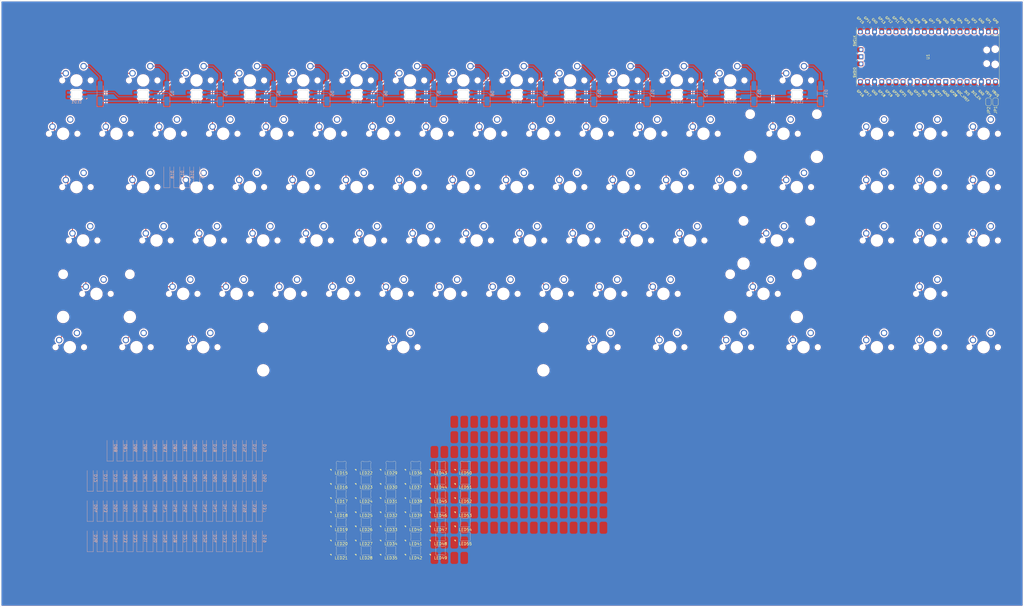
<source format=kicad_pcb>
(kicad_pcb (version 20240108) (generator "pcbnew") (generator_version "8.0")
  (title_block (title "Aniboard") (date "2025-02-02") (rev "v1.0") (company "Cyao") (comment 1 "https://github.com/cheyao/aniboard"))
  (layers (0 "F.Cu" signal) (31 "B.Cu" signal) (34 "B.Paste" user) (35 "F.Paste" user) (36 "B.SilkS" user "B.Silkscreen") (37 "F.SilkS" user "F.Silkscreen") (38 "B.Mask" user) (39 "F.Mask" user) (44 "Edge.Cuts" user))
  (net 0 "")
  (net 3 "Net-(JP1-A)")
  (net 4 "Net-(JP2-A)")
  (net 6 "LED1")
  (net 7 "Net-(LED15-DIN)")
  (net 9 "Net-(LED16-DIN)")
  (net 12 "Net-(LED17-DIN)")
  (net 13 "Net-(LED18-DIN)")
  (net 17 "Net-(LED19-DIN)")
  (net 19 "Net-(LED20-DIN)")
  (net 21 "COL0")
  (net 22 "Net-(D1-A)")
  (net 23 "COL1")
  (net 24 "Net-(D2-A)")
  (net 25 "Net-(D3-A)")
  (net 26 "COL2")
  (net 27 "COL3")
  (net 28 "Net-(D4-A)")
  (net 29 "COL4")
  (net 30 "Net-(D5-A)")
  (net 31 "Net-(D6-A)")
  (net 32 "COL5")
  (net 33 "Net-(D7-A)")
  (net 34 "COL6")
  (net 35 "COL7")
  (net 36 "Net-(D8-A)")
  (net 37 "COL8")
  (net 38 "Net-(D9-A)")
  (net 39 "Net-(D10-A)")
  (net 40 "COL9")
  (net 41 "Net-(D11-A)")
  (net 42 "COL10")
  (net 43 "COL11")
  (net 44 "Net-(D12-A)")
  (net 45 "COL12")
  (net 46 "Net-(D13-A)")
  (net 47 "COL13")
  (net 48 "Net-(D14-A)")
  (net 49 "Net-(D15-A)")
  (net 50 "Net-(D16-A)")
  (net 51 "Net-(D17-A)")
  (net 52 "Net-(D18-A)")
  (net 53 "Net-(D19-A)")
  (net 54 "Net-(D20-A)")
  (net 55 "Net-(D21-A)")
  (net 56 "Net-(D22-A)")
  (net 57 "Net-(D23-A)")
  (net 58 "Net-(D24-A)")
  (net 59 "Net-(D25-A)")
  (net 60 "Net-(D26-A)")
  (net 61 "Net-(D27-A)")
  (net 62 "Net-(D28-A)")
  (net 63 "Net-(D29-A)")
  (net 64 "Net-(D30-A)")
  (net 65 "Net-(D31-A)")
  (net 66 "Net-(D32-A)")
  (net 67 "Net-(D33-A)")
  (net 68 "Net-(D34-A)")
  (net 69 "Net-(D35-A)")
  (net 70 "Net-(D36-A)")
  (net 71 "Net-(D37-A)")
  (net 72 "Net-(D38-A)")
  (net 73 "Net-(D39-A)")
  (net 74 "Net-(D40-A)")
  (net 75 "Net-(D41-A)")
  (net 76 "Net-(D42-A)")
  (net 77 "Net-(D43-A)")
  (net 78 "Net-(D44-A)")
  (net 79 "Net-(D45-A)")
  (net 80 "Net-(D46-A)")
  (net 81 "Net-(D47-A)")
  (net 82 "Net-(D48-A)")
  (net 83 "Net-(D49-A)")
  (net 84 "Net-(D50-A)")
  (net 85 "Net-(D51-A)")
  (net 86 "Net-(D52-A)")
  (net 87 "Net-(D53-A)")
  (net 88 "Net-(D54-A)")
  (net 89 "Net-(D55-A)")
  (net 90 "Net-(D56-A)")
  (net 91 "Net-(D57-A)")
  (net 92 "Net-(D58-A)")
  (net 93 "Net-(D59-A)")
  (net 94 "Net-(D60-A)")
  (net 95 "Net-(D61-A)")
  (net 96 "Net-(D62-A)")
  (net 97 "Net-(D63-A)")
  (net 98 "Net-(D64-A)")
  (net 99 "Net-(D65-A)")
  (net 100 "Net-(D66-A)")
  (net 101 "Net-(D67-A)")
  (net 102 "Net-(D68-A)")
  (net 103 "Net-(D69-A)")
  (net 104 "Net-(D70-A)")
  (net 105 "Net-(D71-A)")
  (net 106 "Net-(D72-A)")
  (net 107 "Net-(D73-A)")
  (net 108 "Net-(D74-A)")
  (net 109 "Net-(D75-A)")
  (net 110 "Net-(D76-A)")
  (net 111 "COL14")
  (net 112 "COL15")
  (net 113 "Net-(D77-A)")
  (net 114 "COL16")
  (net 115 "Net-(D78-A)")
  (net 116 "Net-(D79-A)")
  (net 117 "Net-(D80-A)")
  (net 118 "Net-(D81-A)")
  (net 119 "Net-(D82-A)")
  (net 120 "Net-(D83-A)")
  (net 121 "Net-(D84-A)")
  (net 122 "Net-(D85-A)")
  (net 123 "Net-(D86-A)")
  (net 124 "Net-(D87-A)")
  (net 125 "Net-(D88-A)")
  (net 126 "ROW0")
  (net 127 "ROW1")
  (net 128 "ROW2")
  (net 129 "ROW3")
  (net 130 "ROW4")
  (net 131 "ROW5")
  (net 133 "GND")
  (net 134 "+5V")
  (net 135 "LED")
  (net 136 "Net-(LED10-DIN)")
  (net 137 "Net-(LED10-DOUT)")
  (net 138 "Net-(LED1-DIN)")
  (net 139 "Net-(LED2-DIN)")
  (net 140 "Net-(LED3-DIN)")
  (net 141 "Net-(LED4-DIN)")
  (net 142 "Net-(LED5-DIN)")
  (net 143 "Net-(LED6-DIN)")
  (net 144 "Net-(LED7-DIN)")
  (net 145 "Net-(LED8-DIN)")
  (net 146 "Net-(LED11-DIN)")
  (net 147 "Net-(LED12-DIN)")
  (net 148 "Net-(LED13-DIN)")
  (net 149 "Net-(LED21-DIN)")
  (net 150 "Net-(LED22-DIN)")
  (net 151 "Net-(LED23-DIN)")
  (net 152 "Net-(LED24-DIN)")
  (net 153 "Net-(LED25-DIN)")
  (net 154 "Net-(LED26-DIN)")
  (net 155 "Net-(LED27-DIN)")
  (net 156 "LED2")
  (net 157 "Net-(LED29-DIN)")
  (net 158 "Net-(LED30-DIN)")
  (net 159 "Net-(LED31-DIN)")
  (net 160 "Net-(LED32-DIN)")
  (net 161 "Net-(LED33-DIN)")
  (net 162 "Net-(LED34-DIN)")
  (net 163 "Net-(LED35-DIN)")
  (net 164 "Net-(LED36-DIN)")
  (net 165 "Net-(LED37-DIN)")
  (net 166 "Net-(LED38-DIN)")
  (net 167 "Net-(LED39-DIN)")
  (net 168 "Net-(LED40-DIN)")
  (net 169 "Net-(LED41-DIN)")
  (net 170 "LED3")
  (net 171 "Net-(LED43-DIN)")
  (net 172 "Net-(LED44-DIN)")
  (net 173 "Net-(LED45-DIN)")
  (net 174 "Net-(LED46-DIN)")
  (net 175 "Net-(LED47-DIN)")
  (net 176 "Net-(LED48-DIN)")
  (net 177 "Net-(LED49-DIN)")
  (net 178 "Net-(LED50-DIN)")
  (net 179 "Net-(LED51-DIN)")
  (net 180 "Net-(LED52-DIN)")
  (net 181 "Net-(LED53-DIN)")
  (net 182 "Net-(LED54-DIN)")
  (net 183 "LED4")
  (footprint "PCM_marbastlib-mx:LED_MX_6028R" (layer "F.Cu") (at 188.73735 210.55075)
    (property "Reference" "LED55")
    (property "Value" "MX_SK6812MINI-E")
    (fp_line (start -1.699999 -0.702843) (end -1.699999 0.702841) (stroke (width 0.1)) (layer "Edge.Cuts"))
    (fp_line (start -0.794452 1.499999) (end 0.794452 1.499999) (stroke (width 0.1)) (layer "Edge.Cuts"))
    (fp_line (start 0.794452 -1.5) (end -0.794453 -1.5) (stroke (width 0.1)) (layer "Edge.Cuts"))
    (fp_line (start 1.699999 0.702841) (end 1.699999 -0.702843) (stroke (width 0.1)) (layer "Edge.Cuts"))
    (fp_arc (start -1.749484 -0.919721) (mid -1.712527 -0.814069) (end -1.699999 -0.702844) (stroke (width 0.1)) (layer "Edge.Cuts"))
    (fp_arc (start -1.749484 -0.919721) (mid -1.638071 -1.504036) (end -1.046711 -1.568299) (stroke (width 0.1)) (layer "Edge.Cuts"))
    (fp_arc (start -1.699999 0.702841) (mid -1.712527 0.814067) (end -1.749484 0.919719) (stroke (width 0.1)) (layer "Edge.Cuts"))
    (fp_arc (start -1.046711 1.568298) (mid -1.638072 1.504034) (end -1.749484 0.919718) (stroke (width 0.1)) (layer "Edge.Cuts"))
    (fp_arc (start -1.046711 1.568298) (mid -0.925123 1.517376) (end -0.794452 1.499999) (stroke (width 0.1)) (layer "Edge.Cuts"))
    (fp_arc (start -0.794453 -1.5) (mid -0.925123 -1.517377) (end -1.046711 -1.568299) (stroke (width 0.1)) (layer "Edge.Cuts"))
    (fp_arc (start 0.794452 1.499999) (mid 0.925122 1.517376) (end 1.04671 1.568298) (stroke (width 0.1)) (layer "Edge.Cuts"))
    (fp_arc (start 1.046711 -1.5683) (mid 0.925123 -1.517378) (end 0.794453 -1.500001) (stroke (width 0.1)) (layer "Edge.Cuts"))
    (fp_arc (start 1.046711 -1.5683) (mid 1.638072 -1.504036) (end 1.749484 -0.919721) (stroke (width 0.1)) (layer "Edge.Cuts"))
    (fp_arc (start 1.699999 -0.702843) (mid 1.712528 -0.814069) (end 1.749484 -0.919721) (stroke (width 0.1)) (layer "Edge.Cuts"))
    (fp_arc (start 1.749484 0.919719) (mid 1.63807 1.504033) (end 1.046711 1.568296) (stroke (width 0.1)) (layer "Edge.Cuts"))
    (fp_arc (start 1.749484 0.919719) (mid 1.712519 0.814068) (end 1.699999 0.702842) (stroke (width 0.1)) (layer "Edge.Cuts"))
  )
  (footprint "PCM_marbastlib-mx:LED_MX_6028R" (layer "F.Cu") (at 153.27735 200.45075)
    (property "Reference" "LED25")
    (property "Value" "MX_SK6812MINI-E")
    (fp_line (start -1.699999 -0.702843) (end -1.699999 0.702841) (stroke (width 0.1)) (layer "Edge.Cuts"))
    (fp_line (start -0.794452 1.499999) (end 0.794452 1.499999) (stroke (width 0.1)) (layer "Edge.Cuts"))
    (fp_line (start 0.794452 -1.5) (end -0.794453 -1.5) (stroke (width 0.1)) (layer "Edge.Cuts"))
    (fp_line (start 1.699999 0.702841) (end 1.699999 -0.702843) (stroke (width 0.1)) (layer "Edge.Cuts"))
    (fp_arc (start -1.749484 -0.919721) (mid -1.712527 -0.814069) (end -1.699999 -0.702844) (stroke (width 0.1)) (layer "Edge.Cuts"))
    (fp_arc (start -1.749484 -0.919721) (mid -1.638071 -1.504036) (end -1.046711 -1.568299) (stroke (width 0.1)) (layer "Edge.Cuts"))
    (fp_arc (start -1.699999 0.702841) (mid -1.712527 0.814067) (end -1.749484 0.919719) (stroke (width 0.1)) (layer "Edge.Cuts"))
    (fp_arc (start -1.046711 1.568298) (mid -1.638072 1.504034) (end -1.749484 0.919718) (stroke (width 0.1)) (layer "Edge.Cuts"))
    (fp_arc (start -1.046711 1.568298) (mid -0.925123 1.517376) (end -0.794452 1.499999) (stroke (width 0.1)) (layer "Edge.Cuts"))
    (fp_arc (start -0.794453 -1.5) (mid -0.925123 -1.517377) (end -1.046711 -1.568299) (stroke (width 0.1)) (layer "Edge.Cuts"))
    (fp_arc (start 0.794452 1.499999) (mid 0.925122 1.517376) (end 1.04671 1.568298) (stroke (width 0.1)) (layer "Edge.Cuts"))
    (fp_arc (start 1.046711 -1.5683) (mid 0.925123 -1.517378) (end 0.794453 -1.500001) (stroke (width 0.1)) (layer "Edge.Cuts"))
    (fp_arc (start 1.046711 -1.5683) (mid 1.638072 -1.504036) (end 1.749484 -0.919721) (stroke (width 0.1)) (layer "Edge.Cuts"))
    (fp_arc (start 1.699999 -0.702843) (mid 1.712528 -0.814069) (end 1.749484 -0.919721) (stroke (width 0.1)) (layer "Edge.Cuts"))
    (fp_arc (start 1.749484 0.919719) (mid 1.63807 1.504033) (end 1.046711 1.568296) (stroke (width 0.1)) (layer "Edge.Cuts"))
    (fp_arc (start 1.749484 0.919719) (mid 1.712519 0.814068) (end 1.699999 0.702842) (stroke (width 0.1)) (layer "Edge.Cuts"))
  )
  (footprint "PCM_marbastlib-mx:SW_MX_1u" (layer "F.Cu") (at 164.19875 123.91875)
    (property "Reference" "SW61" (hide yes))
    (property "Value" "SW_Push")
  )
  (footprint "PCM_marbastlib-mx:SW_MX_1u" (layer "F.Cu") (at 302.31125 66.76875)
    (property "Reference" "SW28" (hide yes))
    (property "Value" "SW_Push")
  )
  (footprint "PCM_marbastlib-mx:SW_MX_1u" (layer "F.Cu") (at 140.38625 66.76875)
    (property "Reference" "SW20" (hide yes))
    (property "Value" "SW_Push")
  )
  (footprint "PCM_marbastlib-mx:LED_MX_6028R" (layer "F.Cu") (at 162.14235 195.40075)
    (property "Reference" "LED31")
    (property "Value" "MX_SK6812MINI-E")
    (fp_line (start -1.699999 -0.702843) (end -1.699999 0.702841) (stroke (width 0.1)) (layer "Edge.Cuts"))
    (fp_line (start -0.794452 1.499999) (end 0.794452 1.499999) (stroke (width 0.1)) (layer "Edge.Cuts"))
    (fp_line (start 0.794452 -1.5) (end -0.794453 -1.5) (stroke (width 0.1)) (layer "Edge.Cuts"))
    (fp_line (start 1.699999 0.702841) (end 1.699999 -0.702843) (stroke (width 0.1)) (layer "Edge.Cuts"))
    (fp_arc (start -1.749484 -0.919721) (mid -1.712527 -0.814069) (end -1.699999 -0.702844) (stroke (width 0.1)) (layer "Edge.Cuts"))
    (fp_arc (start -1.749484 -0.919721) (mid -1.638071 -1.504036) (end -1.046711 -1.568299) (stroke (width 0.1)) (layer "Edge.Cuts"))
    (fp_arc (start -1.699999 0.702841) (mid -1.712527 0.814067) (end -1.749484 0.919719) (stroke (width 0.1)) (layer "Edge.Cuts"))
    (fp_arc (start -1.046711 1.568298) (mid -1.638072 1.504034) (end -1.749484 0.919718) (stroke (width 0.1)) (layer "Edge.Cuts"))
    (fp_arc (start -1.046711 1.568298) (mid -0.925123 1.517376) (end -0.794452 1.499999) (stroke (width 0.1)) (layer "Edge.Cuts"))
    (fp_arc (start -0.794453 -1.5) (mid -0.925123 -1.517377) (end -1.046711 -1.568299) (stroke (width 0.1)) (layer "Edge.Cuts"))
    (fp_arc (start 0.794452 1.499999) (mid 0.925122 1.517376) (end 1.04671 1.568298) (stroke (width 0.1)) (layer "Edge.Cuts"))
    (fp_arc (start 1.046711 -1.5683) (mid 0.925123 -1.517378) (end 0.794453 -1.500001) (stroke (width 0.1)) (layer "Edge.Cuts"))
    (fp_arc (start 1.046711 -1.5683) (mid 1.638072 -1.504036) (end 1.749484 -0.919721) (stroke (width 0.1)) (layer "Edge.Cuts"))
    (fp_arc (start 1.699999 -0.702843) (mid 1.712528 -0.814069) (end 1.749484 -0.919721) (stroke (width 0.1)) (layer "Edge.Cuts"))
    (fp_arc (start 1.749484 0.919719) (mid 1.63807 1.504033) (end 1.046711 1.568296) (stroke (width 0.1)) (layer "Edge.Cuts"))
    (fp_arc (start 1.749484 0.919719) (mid 1.712519 0.814068) (end 1.699999 0.702842) (stroke (width 0.1)) (layer "Edge.Cuts"))
  )
  (footprint "PCM_marbastlib-mx:LED_MX_6028R" (layer "F.Cu") (at 144.41235 200.45075)
    (property "Reference" "LED18")
    (property "Value" "MX_SK6812MINI-E")
    (fp_line (start -1.699999 -0.702843) (end -1.699999 0.702841) (stroke (width 0.1)) (layer "Edge.Cuts"))
    (fp_line (start -0.794452 1.499999) (end 0.794452 1.499999) (stroke (width 0.1)) (layer "Edge.Cuts"))
    (fp_line (start 0.794452 -1.5) (end -0.794453 -1.5) (stroke (width 0.1)) (layer "Edge.Cuts"))
    (fp_line (start 1.699999 0.702841) (end 1.699999 -0.702843) (stroke (width 0.1)) (layer "Edge.Cuts"))
    (fp_arc (start -1.749484 -0.919721) (mid -1.712527 -0.814069) (end -1.699999 -0.702844) (stroke (width 0.1)) (layer "Edge.Cuts"))
    (fp_arc (start -1.749484 -0.919721) (mid -1.638071 -1.504036) (end -1.046711 -1.568299) (stroke (width 0.1)) (layer "Edge.Cuts"))
    (fp_arc (start -1.699999 0.702841) (mid -1.712527 0.814067) (end -1.749484 0.919719) (stroke (width 0.1)) (layer "Edge.Cuts"))
    (fp_arc (start -1.046711 1.568298) (mid -1.638072 1.504034) (end -1.749484 0.919718) (stroke (width 0.1)) (layer "Edge.Cuts"))
    (fp_arc (start -1.046711 1.568298) (mid -0.925123 1.517376) (end -0.794452 1.499999) (stroke (width 0.1)) (layer "Edge.Cuts"))
    (fp_arc (start -0.794453 -1.5) (mid -0.925123 -1.517377) (end -1.046711 -1.568299) (stroke (width 0.1)) (layer "Edge.Cuts"))
    (fp_arc (start 0.794452 1.499999) (mid 0.925122 1.517376) (end 1.04671 1.568298) (stroke (width 0.1)) (layer "Edge.Cuts"))
    (fp_arc (start 1.046711 -1.5683) (mid 0.925123 -1.517378) (end 0.794453 -1.500001) (stroke (width 0.1)) (layer "Edge.Cuts"))
    (fp_arc (start 1.046711 -1.5683) (mid 1.638072 -1.504036) (end 1.749484 -0.919721) (stroke (width 0.1)) (layer "Edge.Cuts"))
    (fp_arc (start 1.699999 -0.702843) (mid 1.712528 -0.814069) (end 1.749484 -0.919721) (stroke (width 0.1)) (layer "Edge.Cuts"))
    (fp_arc (start 1.749484 0.919719) (mid 1.63807 1.504033) (end 1.046711 1.568296) (stroke (width 0.1)) (layer "Edge.Cuts"))
    (fp_arc (start 1.749484 0.919719) (mid 1.712519 0.814068) (end 1.699999 0.702842) (stroke (width 0.1)) (layer "Edge.Cuts"))
  )
  (footprint "PCM_marbastlib-mx:SW_MX_1u" (layer "F.Cu") (at 335.64875 142.96875)
    (property "Reference" "SW76" (hide yes))
    (property "Value" "SW_Push")
  )
  (footprint "PCM_marbastlib-mx:LED_MX_6028R" (layer "F.Cu") (at 153.27735 215.60075)
    (property "Reference" "LED28")
    (property "Value" "MX_SK6812MINI-E")
    (fp_line (start -1.699999 -0.702843) (end -1.699999 0.702841) (stroke (width 0.1)) (layer "Edge.Cuts"))
    (fp_line (start -0.794452 1.499999) (end 0.794452 1.499999) (stroke (width 0.1)) (layer "Edge.Cuts"))
    (fp_line (start 0.794452 -1.5) (end -0.794453 -1.5) (stroke (width 0.1)) (layer "Edge.Cuts"))
    (fp_line (start 1.699999 0.702841) (end 1.699999 -0.702843) (stroke (width 0.1)) (layer "Edge.Cuts"))
    (fp_arc (start -1.749484 -0.919721) (mid -1.712527 -0.814069) (end -1.699999 -0.702844) (stroke (width 0.1)) (layer "Edge.Cuts"))
    (fp_arc (start -1.749484 -0.919721) (mid -1.638071 -1.504036) (end -1.046711 -1.568299) (stroke (width 0.1)) (layer "Edge.Cuts"))
    (fp_arc (start -1.699999 0.702841) (mid -1.712527 0.814067) (end -1.749484 0.919719) (stroke (width 0.1)) (layer "Edge.Cuts"))
    (fp_arc (start -1.046711 1.568298) (mid -1.638072 1.504034) (end -1.749484 0.919718) (stroke (width 0.1)) (layer "Edge.Cuts"))
    (fp_arc (start -1.046711 1.568298) (mid -0.925123 1.517376) (end -0.794452 1.499999) (stroke (width 0.1)) (layer "Edge.Cuts"))
    (fp_arc (start -0.794453 -1.5) (mid -0.925123 -1.517377) (end -1.046711 -1.568299) (stroke (width 0.1)) (layer "Edge.Cuts"))
    (fp_arc (start 0.794452 1.499999) (mid 0.925122 1.517376) (end 1.04671 1.568298) (stroke (width 0.1)) (layer "Edge.Cuts"))
    (fp_arc (start 1.046711 -1.5683) (mid 0.925123 -1.517378) (end 0.794453 -1.500001) (stroke (width 0.1)) (layer "Edge.Cuts"))
    (fp_arc (start 1.046711 -1.5683) (mid 1.638072 -1.504036) (end 1.749484 -0.919721) (stroke (width 0.1)) (layer "Edge.Cuts"))
    (fp_arc (start 1.699999 -0.702843) (mid 1.712528 -0.814069) (end 1.749484 -0.919721) (stroke (width 0.1)) (layer "Edge.Cuts"))
    (fp_arc (start 1.749484 0.919719) (mid 1.63807 1.504033) (end 1.046711 1.568296) (stroke (width 0.1)) (layer "Edge.Cuts"))
    (fp_arc (start 1.749484 0.919719) (mid 1.712519 0.814068) (end 1.699999 0.702842) (stroke (width 0.1)) (layer "Edge.Cuts"))
  )
  (footprint "PCM_marbastlib-mx:SW_MX_1u" (layer "F.Cu") (at 264.21125 85.81875)
    (property "Reference" "SW40" (hide yes))
    (property "Value" "SW_Push")
  )
  (footprint "PCM_marbastlib-mx:SW_MX_1u" (layer "F.Cu") (at 168.96125 85.81875)
    (property "Reference" "SW35" (hide yes))
    (property "Value" "SW_Push")
  )
  (footprint "PCM_marbastlib-mx:SW_MX_1.25u" (layer "F.Cu") (at 261.83 142.96875)
    (property "Reference" "SW73" (hide yes))
    (property "Value" "SW_Push")
  )
  (footprint "PCM_marbastlib-mx:SW_MX_1u" (layer "F.Cu") (at 130.86125 47.71875)
    (property "Reference" "SW5" (hide yes))
    (property "Value" "SW_Push")
  )
  (footprint "PCM_marbastlib-mx:SW_MX_1u" (layer "F.Cu") (at 192.77375 104.86875)
    (property "Reference" "SW50" (hide yes))
    (property "Value" "SW_Push")
  )
  (footprint "PCM_marbastlib-mx:SW_MX_1u" (layer "F.Cu") (at 166.58 142.96875)
    (property "Reference" "SW71" (hide yes))
    (property "Value" "SW_Push")
  )
  (footprint "PCM_marbastlib-mx:SW_MX_1u" (layer "F.Cu") (at 97.52375 104.86875)
    (property "Reference" "SW45" (hide yes))
    (property "Value" "SW_Push")
  )
  (footprint "PCM_marbastlib-mx:LED_MX_6028R" (layer "F.Cu") (at 171.00735 195.40075)
    (property "Reference" "LED38")
    (property "Value" "MX_SK6812MINI-E")
    (fp_line (start -1.699999 -0.702843) (end -1.699999 0.702841) (stroke (width 0.1)) (layer "Edge.Cuts"))
    (fp_line (start -0.794452 1.499999) (end 0.794452 1.499999) (stroke (width 0.1)) (layer "Edge.Cuts"))
    (fp_line (start 0.794452 -1.5) (end -0.794453 -1.5) (stroke (width 0.1)) (layer "Edge.Cuts"))
    (fp_line (start 1.699999 0.702841) (end 1.699999 -0.702843) (stroke (width 0.1)) (layer "Edge.Cuts"))
    (fp_arc (start -1.749484 -0.919721) (mid -1.712527 -0.814069) (end -1.699999 -0.702844) (stroke (width 0.1)) (layer "Edge.Cuts"))
    (fp_arc (start -1.749484 -0.919721) (mid -1.638071 -1.504036) (end -1.046711 -1.568299) (stroke (width 0.1)) (layer "Edge.Cuts"))
    (fp_arc (start -1.699999 0.702841) (mid -1.712527 0.814067) (end -1.749484 0.919719) (stroke (width 0.1)) (layer "Edge.Cuts"))
    (fp_arc (start -1.046711 1.568298) (mid -1.638072 1.504034) (end -1.749484 0.919718) (stroke (width 0.1)) (layer "Edge.Cuts"))
    (fp_arc (start -1.046711 1.568298) (mid -0.925123 1.517376) (end -0.794452 1.499999) (stroke (width 0.1)) (layer "Edge.Cuts"))
    (fp_arc (start -0.794453 -1.5) (mid -0.925123 -1.517377) (end -1.046711 -1.568299) (stroke (width 0.1)) (layer "Edge.Cuts"))
    (fp_arc (start 0.794452 1.499999) (mid 0.925122 1.517376) (end 1.04671 1.568298) (stroke (width 0.1)) (layer "Edge.Cuts"))
    (fp_arc (start 1.046711 -1.5683) (mid 0.925123 -1.517378) (end 0.794453 -1.500001) (stroke (width 0.1)) (layer "Edge.Cuts"))
    (fp_arc (start 1.046711 -1.5683) (mid 1.638072 -1.504036) (end 1.749484 -0.919721) (stroke (width 0.1)) (layer "Edge.Cuts"))
    (fp_arc (start 1.699999 -0.702843) (mid 1.712528 -0.814069) (end 1.749484 -0.919721) (stroke (width 0.1)) (layer "Edge.Cuts"))
    (fp_arc (start 1.749484 0.919719) (mid 1.63807 1.504033) (end 1.046711 1.568296) (stroke (width 0.1)) (layer "Edge.Cuts"))
    (fp_arc (start 1.749484 0.919719) (mid 1.712519 0.814068) (end 1.699999 0.702842) (stroke (width 0.1)) (layer "Edge.Cuts"))
  )
  (footprint "PCM_marbastlib-mx:SW_MX_1u" (layer "F.Cu") (at 159.43625 66.76875)
    (property "Reference" "SW21" (hide yes))
    (property "Value" "SW_Push")
  )
  (footprint "PCM_marbastlib-mx:SW_MX_1u" (layer "F.Cu") (at 354.69875 123.91875)
    (property "Reference" "SW79" (hide yes))
    (property "Value" "SW_Push")
  )
  (footprint "PCM_marbastlib-mx:LED_MX_6028R" (layer "F.Cu") (at 179.87235 210.55075)
    (property "Reference" "LED48")
    (property "Value" "MX_SK6812MINI-E")
    (fp_line (start -1.699999 -0.702843) (end -1.699999 0.702841) (stroke (width 0.1)) (layer "Edge.Cuts"))
    (fp_line (start -0.794452 1.499999) (end 0.794452 1.499999) (stroke (width 0.1)) (layer "Edge.Cuts"))
    (fp_line (start 0.794452 -1.5) (end -0.794453 -1.5) (stroke (width 0.1)) (layer "Edge.Cuts"))
    (fp_line (start 1.699999 0.702841) (end 1.699999 -0.702843) (stroke (width 0.1)) (layer "Edge.Cuts"))
    (fp_arc (start -1.749484 -0.919721) (mid -1.712527 -0.814069) (end -1.699999 -0.702844) (stroke (width 0.1)) (layer "Edge.Cuts"))
    (fp_arc (start -1.749484 -0.919721) (mid -1.638071 -1.504036) (end -1.046711 -1.568299) (stroke (width 0.1)) (layer "Edge.Cuts"))
    (fp_arc (start -1.699999 0.702841) (mid -1.712527 0.814067) (end -1.749484 0.919719) (stroke (width 0.1)) (layer "Edge.Cuts"))
    (fp_arc (start -1.046711 1.568298) (mid -1.638072 1.504034) (end -1.749484 0.919718) (stroke (width 0.1)) (layer "Edge.Cuts"))
    (fp_arc (start -1.046711 1.568298) (mid -0.925123 1.517376) (end -0.794452 1.499999) (stroke (width 0.1)) (layer "Edge.Cuts"))
    (fp_arc (start -0.794453 -1.5) (mid -0.925123 -1.517377) (end -1.046711 -1.568299) (stroke (width 0.1)) (layer "Edge.Cuts"))
    (fp_arc (start 0.794452 1.499999) (mid 0.925122 1.517376) (end 1.04671 1.568298) (stroke (width 0.1)) (layer "Edge.Cuts"))
    (fp_arc (start 1.046711 -1.5683) (mid 0.925123 -1.517378) (end 0.794453 -1.500001) (stroke (width 0.1)) (layer "Edge.Cuts"))
    (fp_arc (start 1.046711 -1.5683) (mid 1.638072 -1.504036) (end 1.749484 -0.919721) (stroke (width 0.1)) (layer "Edge.Cuts"))
    (fp_arc (start 1.699999 -0.702843) (mid 1.712528 -0.814069) (end 1.749484 -0.919721) (stroke (width 0.1)) (layer "Edge.Cuts"))
    (fp_arc (start 1.749484 0.919719) (mid 1.63807 1.504033) (end 1.046711 1.568296) (stroke (width 0.1)) (layer "Edge.Cuts"))
    (fp_arc (start 1.749484 0.919719) (mid 1.712519 0.814068) (end 1.699999 0.702842) (stroke (width 0.1)) (layer "Edge.Cuts"))
  )
  (footprint "PCM_marbastlib-mx:SW_MX_1.25u" (layer "F.Cu") (at 285.6425 142.96875)
    (property "Reference" "SW74" (hide yes))
    (property "Value" "SW_Push")
  )
  (footprint "PCM_marbastlib-mx:SW_MX_1u" (layer "F.Cu") (at 102.28625 66.76875)
    (property "Reference" "SW18" (hide yes))
    (property "Value" "SW_Push")
  )
  (footprint "PCM_marbastlib-mx:LED_MX_6028R" (layer "F.Cu") (at 171.00735 185.30075)
    (property "Reference" "LED36")
    (property "Value" "MX_SK6812MINI-E")
    (fp_line (start -1.699999 -0.702843) (end -1.699999 0.702841) (stroke (width 0.1)) (layer "Edge.Cuts"))
    (fp_line (start -0.794452 1.499999) (end 0.794452 1.499999) (stroke (width 0.1)) (layer "Edge.Cuts"))
    (fp_line (start 0.794452 -1.5) (end -0.794453 -1.5) (stroke (width 0.1)) (layer "Edge.Cuts"))
    (fp_line (start 1.699999 0.702841) (end 1.699999 -0.702843) (stroke (width 0.1)) (layer "Edge.Cuts"))
    (fp_arc (start -1.749484 -0.919721) (mid -1.712527 -0.814069) (end -1.699999 -0.702844) (stroke (width 0.1)) (layer "Edge.Cuts"))
    (fp_arc (start -1.749484 -0.919721) (mid -1.638071 -1.504036) (end -1.046711 -1.568299) (stroke (width 0.1)) (layer "Edge.Cuts"))
    (fp_arc (start -1.699999 0.702841) (mid -1.712527 0.814067) (end -1.749484 0.919719) (stroke (width 0.1)) (layer "Edge.Cuts"))
    (fp_arc (start -1.046711 1.568298) (mid -1.638072 1.504034) (end -1.749484 0.919718) (stroke (width 0.1)) (layer "Edge.Cuts"))
    (fp_arc (start -1.046711 1.568298) (mid -0.925123 1.517376) (end -0.794452 1.499999) (stroke (width 0.1)) (layer "Edge.Cuts"))
    (fp_arc (start -0.794453 -1.5) (mid -0.925123 -1.517377) (end -1.046711 -1.568299) (stroke (width 0.1)) (layer "Edge.Cuts"))
    (fp_arc (start 0.794452 1.499999) (mid 0.925122 1.517376) (end 1.04671 1.568298) (stroke (width 0.1)) (layer "Edge.Cuts"))
    (fp_arc (start 1.046711 -1.5683) (mid 0.925123 -1.517378) (end 0.794453 -1.500001) (stroke (width 0.1)) (layer "Edge.Cuts"))
    (fp_arc (start 1.046711 -1.5683) (mid 1.638072 -1.504036) (end 1.749484 -0.919721) (stroke (width 0.1)) (layer "Edge.Cuts"))
    (fp_arc (start 1.699999 -0.702843) (mid 1.712528 -0.814069) (end 1.749484 -0.919721) (stroke (width 0.1)) (layer "Edge.Cuts"))
    (fp_arc (start 1.749484 0.919719) (mid 1.63807 1.504033) (end 1.046711 1.568296) (stroke (width 0.1)) (layer "Edge.Cuts"))
    (fp_arc (start 1.749484 0.919719) (mid 1.712519 0.814068) (end 1.699999 0.702842) (stroke (width 0.1)) (layer "Edge.Cuts"))
  )
  (footprint "PCM_marbastlib-mx:LED_MX_6028R" (layer "F.Cu") (at 179.87235 185.30075)
    (property "Reference" "LED43")
    (property "Value" "MX_SK6812MINI-E")
    (fp_line (start -1.699999 -0.702843) (end -1.699999 0.702841) (stroke (width 0.1)) (layer "Edge.Cuts"))
    (fp_line (start -0.794452 1.499999) (end 0.794452 1.499999) (stroke (width 0.1)) (layer "Edge.Cuts"))
    (fp_line (start 0.794452 -1.5) (end -0.794453 -1.5) (stroke (width 0.1)) (layer "Edge.Cuts"))
    (fp_line (start 1.699999 0.702841) (end 1.699999 -0.702843) (stroke (width 0.1)) (layer "Edge.Cuts"))
    (fp_arc (start -1.749484 -0.919721) (mid -1.712527 -0.814069) (end -1.699999 -0.702844) (stroke (width 0.1)) (layer "Edge.Cuts"))
    (fp_arc (start -1.749484 -0.919721) (mid -1.638071 -1.504036) (end -1.046711 -1.568299) (stroke (width 0.1)) (layer "Edge.Cuts"))
    (fp_arc (start -1.699999 0.702841) (mid -1.712527 0.814067) (end -1.749484 0.919719) (stroke (width 0.1)) (layer "Edge.Cuts"))
    (fp_arc (start -1.046711 1.568298) (mid -1.638072 1.504034) (end -1.749484 0.919718) (stroke (width 0.1)) (layer "Edge.Cuts"))
    (fp_arc (start -1.046711 1.568298) (mid -0.925123 1.517376) (end -0.794452 1.499999) (stroke (width 0.1)) (layer "Edge.Cuts"))
    (fp_arc (start -0.794453 -1.5) (mid -0.925123 -1.517377) (end -1.046711 -1.568299) (stroke (width 0.1)) (layer "Edge.Cuts"))
    (fp_arc (start 0.794452 1.499999) (mid 0.925122 1.517376) (end 1.04671 1.568298) (stroke (width 0.1)) (layer "Edge.Cuts"))
    (fp_arc (start 1.046711 -1.5683) (mid 0.925123 -1.517378) (end 0.794453 -1.500001) (stroke (width 0.1)) (layer "Edge.Cuts"))
    (fp_arc (start 1.046711 -1.5683) (mid 1.638072 -1.504036) (end 1.749484 -0.919721) (stroke (width 0.1)) (layer "Edge.Cuts"))
    (fp_arc (start 1.699999 -0.702843) (mid 1.712528 -0.814069) (end 1.749484 -0.919721) (stroke (width 0.1)) (layer "Edge.Cuts"))
    (fp_arc (start 1.749484 0.919719) (mid 1.63807 1.504033) (end 1.046711 1.568296) (stroke (width 0.1)) (layer "Edge.Cuts"))
    (fp_arc (start 1.749484 0.919719) (mid 1.712519 0.814068) (end 1.699999 0.702842) (stroke (width 0.1)) (layer "Edge.Cuts"))
  )
  (footprint "PCM_marbastlib-mx:SW_MX_1u" (layer "F.Cu") (at 135.62375 104.86875)
    (property "Reference" "SW47" (hide yes))
    (property "Value" "SW_Push")
  )
  (footprint "PCM_marbastlib-mx:SW_MX_1u" (layer "F.Cu") (at 107.04875 123.91875)
    (property "Reference" "SW58" (hide yes))
    (property "Value" "SW_Push")
  )
  (footprint "PCM_marbastlib-mx:SW_MX_1u" (layer "F.Cu") (at 373.74875 142.96875)
    (property "Reference" "SW78" (hide yes))
    (property "Value" "SW_Push")
  )
  (footprint "PCM_marbastlib-mx:SW_MX_1u" (layer "F.Cu") (at 168.96125 47.71875)
    (property "Reference" "SW7" (hide yes))
    (property "Value" "SW_Push")
  )
  (footprint "PCM_marbastlib-mx:LED_MX_6028R" (layer "F.Cu") (at 188.73735 195.40075)
    (property "Reference" "LED52")
    (property "Value" "MX_SK6812MINI-E")
    (fp_line (start -1.699999 -0.702843) (end -1.699999 0.702841) (stroke (width 0.1)) (layer "Edge.Cuts"))
    (fp_line (start -0.794452 1.499999) (end 0.794452 1.499999) (stroke (width 0.1)) (layer "Edge.Cuts"))
    (fp_line (start 0.794452 -1.5) (end -0.794453 -1.5) (stroke (width 0.1)) (layer "Edge.Cuts"))
    (fp_line (start 1.699999 0.702841) (end 1.699999 -0.702843) (stroke (width 0.1)) (layer "Edge.Cuts"))
    (fp_arc (start -1.749484 -0.919721) (mid -1.712527 -0.814069) (end -1.699999 -0.702844) (stroke (width 0.1)) (layer "Edge.Cuts"))
    (fp_arc (start -1.749484 -0.919721) (mid -1.638071 -1.504036) (end -1.046711 -1.568299) (stroke (width 0.1)) (layer "Edge.Cuts"))
    (fp_arc (start -1.699999 0.702841) (mid -1.712527 0.814067) (end -1.749484 0.919719) (stroke (width 0.1)) (layer "Edge.Cuts"))
    (fp_arc (start -1.046711 1.568298) (mid -1.638072 1.504034) (end -1.749484 0.919718) (stroke (width 0.1)) (layer "Edge.Cuts"))
    (fp_arc (start -1.046711 1.568298) (mid -0.925123 1.517376) (end -0.794452 1.499999) (stroke (width 0.1)) (layer "Edge.Cuts"))
    (fp_arc (start -0.794453 -1.5) (mid -0.925123 -1.517377) (end -1.046711 -1.568299) (stroke (width 0.1)) (layer "Edge.Cuts"))
    (fp_arc (start 0.794452 1.499999) (mid 0.925122 1.517376) (end 1.04671 1.568298) (stroke (width 0.1)) (layer "Edge.Cuts"))
    (fp_arc (start 1.046711 -1.5683) (mid 0.925123 -1.517378) (end 0.794453 -1.500001) (stroke (width 0.1)) (layer "Edge.Cuts"))
    (fp_arc (start 1.046711 -1.5683) (mid 1.638072 -1.504036) (end 1.749484 -0.919721) (stroke (width 0.1)) (layer "Edge.Cuts"))
    (fp_arc (start 1.699999 -0.702843) (mid 1.712528 -0.814069) (end 1.749484 -0.919721) (stroke (width 0.1)) (layer "Edge.Cuts"))
    (fp_arc (start 1.749484 0.919719) (mid 1.63807 1.504033) (end 1.046711 1.568296) (stroke (width 0.1)) (layer "Edge.Cuts"))
    (fp_arc (start 1.749484 0.919719) (mid 1.712519 0.814068) (end 1.699999 0.702842) (stroke (width 0.1)) (layer "Edge.Cuts"))
  )
  (footprint "PCM_marbastlib-mx:LED_MX_6028R" (layer "F.Cu") (at 188.73735 205.50075)
    (property "Reference" "LED54")
    (property "Value" "MX_SK6812MINI-E")
    (fp_line (start -1.699999 -0.702843) (end -1.699999 0.702841) (stroke (width 0.1)) (layer "Edge.Cuts"))
    (fp_line (start -0.794452 1.499999) (end 0.794452 1.499999) (stroke (width 0.1)) (layer "Edge.Cuts"))
    (fp_line (start 0.794452 -1.5) (end -0.794453 -1.5) (stroke (width 0.1)) (layer "Edge.Cuts"))
    (fp_line (start 1.699999 0.702841) (end 1.699999 -0.702843) (stroke (width 0.1)) (layer "Edge.Cuts"))
    (fp_arc (start -1.749484 -0.919721) (mid -1.712527 -0.814069) (end -1.699999 -0.702844) (stroke (width 0.1)) (layer "Edge.Cuts"))
    (fp_arc (start -1.749484 -0.919721) (mid -1.638071 -1.504036) (end -1.046711 -1.568299) (stroke (width 0.1)) (layer "Edge.Cuts"))
    (fp_arc (start -1.699999 0.702841) (mid -1.712527 0.814067) (end -1.749484 0.919719) (stroke (width 0.1)) (layer "Edge.Cuts"))
    (fp_arc (start -1.046711 1.568298) (mid -1.638072 1.504034) (end -1.749484 0.919718) (stroke (width 0.1)) (layer "Edge.Cuts"))
    (fp_arc (start -1.046711 1.568298) (mid -0.925123 1.517376) (end -0.794452 1.499999) (stroke (width 0.1)) (layer "Edge.Cuts"))
    (fp_arc (start -0.794453 -1.5) (mid -0.925123 -1.517377) (end -1.046711 -1.568299) (stroke (width 0.1)) (layer "Edge.Cuts"))
    (fp_arc (start 0.794452 1.499999) (mid 0.925122 1.517376) (end 1.04671 1.568298) (stroke (width 0.1)) (layer "Edge.Cuts"))
    (fp_arc (start 1.046711 -1.5683) (mid 0.925123 -1.517378) (end 0.794453 -1.500001) (stroke (width 0.1)) (layer "Edge.Cuts"))
    (fp_arc (start 1.046711 -1.5683) (mid 1.638072 -1.504036) (end 1.749484 -0.919721) (stroke (width 0.1)) (layer "Edge.Cuts"))
    (fp_arc (start 1.699999 -0.702843) (mid 1.712528 -0.814069) (end 1.749484 -0.919721) (stroke (width 0.1)) (layer "Edge.Cuts"))
    (fp_arc (start 1.749484 0.919719) (mid 1.63807 1.504033) (end 1.046711 1.568296) (stroke (width 0.1)) (layer "Edge.Cuts"))
    (fp_arc (start 1.749484 0.919719) (mid 1.712519 0.814068) (end 1.699999 0.702842) (stroke (width 0.1)) (layer "Edge.Cuts"))
  )
  (footprint "PCM_marbastlib-mx:SW_MX_1u" (layer "F.Cu") (at 92.76125 47.71875)
    (property "Reference" "SW3" (hide yes))
    (property "Value" "SW_Push")
  )
  (footprint "PCM_marbastlib-mx:SW_MX_1u" (layer "F.Cu") (at 116.57375 104.86875)
    (property "Reference" "SW46" (hide yes))
    (property "Value" "SW_Push")
  )
  (footprint "PCM_marbastlib-mx:SW_MX_1u" (layer "F.Cu") (at 226.11125 85.81875)
    (property "Reference" "SW38" (hide yes))
    (property "Value" "SW_Push")
  )
  (footprint "PCM_marbastlib-mx:SW_MX_1u" (layer "F.Cu") (at 111.81125 47.71875)
    (property "Reference" "SW4" (hide yes))
    (property "Value" "SW_Push")
  )
  (footprint "PCM_marbastlib-mx:SW_MX_1u" (layer "F.Cu") (at 73.71125 47.71875)
    (property "Reference" "SW2" (hide yes))
    (property "Value" "SW_Push")
  )
  (footprint "PCM_marbastlib-mx:SW_MX_1.5u" (layer "F.Cu") (at 49.89875 47.71875)
    (property "Reference" "SW1" (hide yes))
    (property "Value" "SW_Push")
  )
  (footprint "PCM_marbastlib-mx:LED_MX_6028R" (layer "F.Cu") (at 179.87235 215.60075)
    (property "Reference" "LED49")
    (property "Value" "MX_SK6812MINI-E")
    (fp_line (start -1.699999 -0.702843) (end -1.699999 0.702841) (stroke (width 0.1)) (layer "Edge.Cuts"))
    (fp_line (start -0.794452 1.499999) (end 0.794452 1.499999) (stroke (width 0.1)) (layer "Edge.Cuts"))
    (fp_line (start 0.794452 -1.5) (end -0.794453 -1.5) (stroke (width 0.1)) (layer "Edge.Cuts"))
    (fp_line (start 1.699999 0.702841) (end 1.699999 -0.702843) (stroke (width 0.1)) (layer "Edge.Cuts"))
    (fp_arc (start -1.749484 -0.919721) (mid -1.712527 -0.814069) (end -1.699999 -0.702844) (stroke (width 0.1)) (layer "Edge.Cuts"))
    (fp_arc (start -1.749484 -0.919721) (mid -1.638071 -1.504036) (end -1.046711 -1.568299) (stroke (width 0.1)) (layer "Edge.Cuts"))
    (fp_arc (start -1.699999 0.702841) (mid -1.712527 0.814067) (end -1.749484 0.919719) (stroke (width 0.1)) (layer "Edge.Cuts"))
    (fp_arc (start -1.046711 1.568298) (mid -1.638072 1.504034) (end -1.749484 0.919718) (stroke (width 0.1)) (layer "Edge.Cuts"))
    (fp_arc (start -1.046711 1.568298) (mid -0.925123 1.517376) (end -0.794452 1.499999) (stroke (width 0.1)) (layer "Edge.Cuts"))
    (fp_arc (start -0.794453 -1.5) (mid -0.925123 -1.517377) (end -1.046711 -1.568299) (stroke (width 0.1)) (layer "Edge.Cuts"))
    (fp_arc (start 0.794452 1.499999) (mid 0.925122 1.517376) (end 1.04671 1.568298) (stroke (width 0.1)) (layer "Edge.Cuts"))
    (fp_arc (start 1.046711 -1.5683) (mid 0.925123 -1.517378) (end 0.794453 -1.500001) (stroke (width 0.1)) (layer "Edge.Cuts"))
    (fp_arc (start 1.046711 -1.5683) (mid 1.638072 -1.504036) (end 1.749484 -0.919721) (stroke (width 0.1)) (layer "Edge.Cuts"))
    (fp_arc (start 1.699999 -0.702843) (mid 1.712528 -0.814069) (end 1.749484 -0.919721) (stroke (width 0.1)) (layer "Edge.Cuts"))
    (fp_arc (start 1.749484 0.919719) (mid 1.63807 1.504033) (end 1.046711 1.568296) (stroke (width 0.1)) (layer "Edge.Cuts"))
    (fp_arc (start 1.749484 0.919719) (mid 1.712519 0.814068) (end 1.699999 0.702842) (stroke (width 0.1)) (layer "Edge.Cuts"))
  )
  (footprint "PCM_marbastlib-mx:SW_MX_1u" (layer "F.Cu") (at 354.69875 85.81875)
    (property "Reference" "SW84" (hide yes))
    (property "Value" "SW_Push")
  )
  (footprint "PCM_marbastlib-mx:SW_MX_1u" (layer "F.Cu") (at 264.21125 47.71875)
    (property "Reference" "SW12" (hide yes))
    (property "Value" "SW_Push")
  )
  (footprint "PCM_marbastlib-mx:LED_MX_6028R" (layer "F.Cu") (at 144.41235 185.30075)
    (property "Reference" "LED15")
    (property "Value" "MX_SK6812MINI-E")
    (fp_line (start -1.699999 -0.702843) (end -1.699999 0.702841) (stroke (width 0.1)) (layer "Edge.Cuts"))
    (fp_line (start -0.794452 1.499999) (end 0.794452 1.499999) (stroke (width 0.1)) (layer "Edge.Cuts"))
    (fp_line (start 0.794452 -1.5) (end -0.794453 -1.5) (stroke (width 0.1)) (layer "Edge.Cuts"))
    (fp_line (start 1.699999 0.702841) (end 1.699999 -0.702843) (stroke (width 0.1)) (layer "Edge.Cuts"))
    (fp_arc (start -1.749484 -0.919721) (mid -1.712527 -0.814069) (end -1.699999 -0.702844) (stroke (width 0.1)) (layer "Edge.Cuts"))
    (fp_arc (start -1.749484 -0.919721) (mid -1.638071 -1.504036) (end -1.046711 -1.568299) (stroke (width 0.1)) (layer "Edge.Cuts"))
    (fp_arc (start -1.699999 0.702841) (mid -1.712527 0.814067) (end -1.749484 0.919719) (stroke (width 0.1)) (layer "Edge.Cuts"))
    (fp_arc (start -1.046711 1.568298) (mid -1.638072 1.504034) (end -1.749484 0.919718) (stroke (width 0.1)) (layer "Edge.Cuts"))
    (fp_arc (start -1.046711 1.568298) (mid -0.925123 1.517376) (end -0.794452 1.499999) (stroke (width 0.1)) (layer "Edge.Cuts"))
    (fp_arc (start -0.794453 -1.5) (mid -0.925123 -1.517377) (end -1.046711 -1.568299) (stroke (width 0.1)) (layer "Edge.Cuts"))
    (fp_arc (start 0.794452 1.499999) (mid 0.925122 1.517376) (end 1.04671 1.568298) (stroke (width 0.1)) (layer "Edge.Cuts"))
    (fp_arc (start 1.046711 -1.5683) (mid 0.925123 -1.517378) (end 0.794453 -1.500001) (stroke (width 0.1)) (layer "Edge.Cuts"))
    (fp_arc (start 1.046711 -1.5683) (mid 1.638072 -1.504036) (end 1.749484 -0.919721) (stroke (width 0.1)) (layer "Edge.Cuts"))
    (fp_arc (start 1.699999 -0.702843) (mid 1.712528 -0.814069) (end 1.749484 -0.919721) (stroke (width 0.1)) (layer "Edge.Cuts"))
    (fp_arc (start 1.749484 0.919719) (mid 1.63807 1.504033) (end 1.046711 1.568296) (stroke (width 0.1)) (layer "Edge.Cuts"))
    (fp_arc (start 1.749484 0.919719) (mid 1.712519 0.814068) (end 1.699999 0.702842) (stroke (width 0.1)) (layer "Edge.Cuts"))
  )
  (footprint "PCM_marbastlib-mx:SW_MX_1u" (layer "F.Cu") (at 149.91125 47.71875)
    (property "Reference" "SW6" (hide yes))
    (property "Value" "SW_Push")
  )
  (footprint "PCM_marbastlib-mx:LED_MX_6028R" (layer "F.Cu") (at 144.41235 205.50075)
    (property "Reference" "LED19")
    (property "Value" "MX_SK6812MINI-E")
    (fp_line (start -1.699999 -0.702843) (end -1.699999 0.702841) (stroke (width 0.1)) (layer "Edge.Cuts"))
    (fp_line (start -0.794452 1.499999) (end 0.794452 1.499999) (stroke (width 0.1)) (layer "Edge.Cuts"))
    (fp_line (start 0.794452 -1.5) (end -0.794453 -1.5) (stroke (width 0.1)) (layer "Edge.Cuts"))
    (fp_line (start 1.699999 0.702841) (end 1.699999 -0.702843) (stroke (width 0.1)) (layer "Edge.Cuts"))
    (fp_arc (start -1.749484 -0.919721) (mid -1.712527 -0.814069) (end -1.699999 -0.702844) (stroke (width 0.1)) (layer "Edge.Cuts"))
    (fp_arc (start -1.749484 -0.919721) (mid -1.638071 -1.504036) (end -1.046711 -1.568299) (stroke (width 0.1)) (layer "Edge.Cuts"))
    (fp_arc (start -1.699999 0.702841) (mid -1.712527 0.814067) (end -1.749484 0.919719) (stroke (width 0.1)) (layer "Edge.Cuts"))
    (fp_arc (start -1.046711 1.568298) (mid -1.638072 1.504034) (end -1.749484 0.919718) (stroke (width 0.1)) (layer "Edge.Cuts"))
    (fp_arc (start -1.046711 1.568298) (mid -0.925123 1.517376) (end -0.794452 1.499999) (stroke (width 0.1)) (layer "Edge.Cuts"))
    (fp_arc (start -0.794453 -1.5) (mid -0.925123 -1.517377) (end -1.046711 -1.568299) (stroke (width 0.1)) (layer "Edge.Cuts"))
    (fp_arc (start 0.794452 1.499999) (mid 0.925122 1.517376) (end 1.04671 1.568298) (stroke (width 0.1)) (layer "Edge.Cuts"))
    (fp_arc (start 1.046711 -1.5683) (mid 0.925123 -1.517378) (end 0.794453 -1.500001) (stroke (width 0.1)) (layer "Edge.Cuts"))
    (fp_arc (start 1.046711 -1.5683) (mid 1.638072 -1.504036) (end 1.749484 -0.919721) (stroke (width 0.1)) (layer "Edge.Cuts"))
    (fp_arc (start 1.699999 -0.702843) (mid 1.712528 -0.814069) (end 1.749484 -0.919721) (stroke (width 0.1)) (layer "Edge.Cuts"))
    (fp_arc (start 1.749484 0.919719) (mid 1.63807 1.504033) (end 1.046711 1.568296) (stroke (width 0.1)) (layer "Edge.Cuts"))
    (fp_arc (start 1.749484 0.919719) (mid 1.712519 0.814068) (end 1.699999 0.702842) (stroke (width 0.1)) (layer "Edge.Cuts"))
  )
  (footprint "PCM_marbastlib-mx:SW_MX_1u" (layer "F.Cu") (at 57.0425 123.91875)
    (property "Reference" "SW56" (hide yes))
    (property "Value" "SW_Push")
  )
  (footprint "PCM_marbastlib-mx:SW_MX_1u" (layer "F.Cu") (at 273.73625 66.76875)
    (property "Reference" "SW27" (hide yes))
    (property "Value" "SW_Push")
  )
  (footprint "PCM_marbastlib-mx:SW_MX_1u" (layer "F.Cu") (at 83.23625 66.76875)
    (property "Reference" "SW17" (hide yes))
    (property "Value" "SW_Push")
  )
  (footprint "PCM_marbastlib-mx:SW_MX_1u" (layer "F.Cu") (at 178.48625 66.76875)
    (property "Reference" "SW22" (hide yes))
    (property "Value" "SW_Push")
  )
  (footprint "PCM_marbastlib-mx:SW_MX_1.25u" (layer "F.Cu") (at 95.1425 142.96875)
    (property "Reference" "SW70" (hide yes))
    (property "Value" "SW_Push")
  )
  (footprint "PCM_marbastlib-mx:SW_MX_1u" (layer "F.Cu") (at 188.01125 47.71875)
    (property "Reference" "SW8" (hide yes))
    (property "Value" "SW_Push")
  )
  (footprint "PCM_marbastlib-mx:SW_MX_1u" (layer "F.Cu") (at 295.1675 123.91875)
    (property "Reference" "SW67" (hide yes))
    (property "Value" "SW_Push")
  )
  (footprint "PCM_marbastlib-mx:SW_MX_1u" (layer "F.Cu") (at 126.09875 123.91875)
    (property "Reference" "SW59" (hide yes))
    (property "Value" "SW_Push")
  )
  (footprint "PCM_marbastlib-mx:SW_MX_1u" (layer "F.Cu") (at 245.16125 47.71875)
    (property "Reference" "SW11" (hide yes))
    (property "Value" "SW_Push")
  )
  (footprint "PCM_marbastlib-mx:LED_MX_6028R" (layer "F.Cu") (at 144.41235 195.40075)
    (property "Reference" "LED17")
    (property "Value" "MX_SK6812MINI-E")
    (fp_line (start -1.699999 -0.702843) (end -1.699999 0.702841) (stroke (width 0.1)) (layer "Edge.Cuts"))
    (fp_line (start -0.794452 1.499999) (end 0.794452 1.499999) (stroke (width 0.1)) (layer "Edge.Cuts"))
    (fp_line (start 0.794452 -1.5) (end -0.794453 -1.5) (stroke (width 0.1)) (layer "Edge.Cuts"))
    (fp_line (start 1.699999 0.702841) (end 1.699999 -0.702843) (stroke (width 0.1)) (layer "Edge.Cuts"))
    (fp_arc (start -1.749484 -0.919721) (mid -1.712527 -0.814069) (end -1.699999 -0.702844) (stroke (width 0.1)) (layer "Edge.Cuts"))
    (fp_arc (start -1.749484 -0.919721) (mid -1.638071 -1.504036) (end -1.046711 -1.568299) (stroke (width 0.1)) (layer "Edge.Cuts"))
    (fp_arc (start -1.699999 0.702841) (mid -1.712527 0.814067) (end -1.749484 0.919719) (stroke (width 0.1)) (layer "Edge.Cuts"))
    (fp_arc (start -1.046711 1.568298) (mid -1.638072 1.504034) (end -1.749484 0.919718) (stroke (width 0.1)) (layer "Edge.Cuts"))
    (fp_arc (start -1.046711 1.568298) (mid -0.925123 1.517376) (end -0.794452 1.499999) (stroke (width 0.1)) (layer "Edge.Cuts"))
    (fp_arc (start -0.794453 -1.5) (mid -0.925123 -1.517377) (end -1.046711 -1.568299) (stroke (width 0.1)) (layer "Edge.Cuts"))
    (fp_arc (start 0.794452 1.499999) (mid 0.925122 1.517376) (end 1.04671 1.568298) (stroke (width 0.1)) (layer "Edge.Cuts"))
    (fp_arc (start 1.046711 -1.5683) (mid 0.925123 -1.517378) (end 0.794453 -1.500001) (stroke (width 0.1)) (layer "Edge.Cuts"))
    (fp_arc (start 1.046711 -1.5683) (mid 1.638072 -1.504036) (end 1.749484 -0.919721) (stroke (width 0.1)) (layer "Edge.Cuts"))
    (fp_arc (start 1.699999 -0.702843) (mid 1.712528 -0.814069) (end 1.749484 -0.919721) (stroke (width 0.1)) (layer "Edge.Cuts"))
    (fp_arc (start 1.749484 0.919719) (mid 1.63807 1.504033) (end 1.046711 1.568296) (stroke (width 0.1)) (layer "Edge.Cuts"))
    (fp_arc (start 1.749484 0.919719) (mid 1.712519 0.814068) (end 1.699999 0.702842) (stroke (width 0.1)) (layer "Edge.Cuts"))
  )
  (footprint "PCM_marbastlib-mx:SW_MX_1u" (layer "F.Cu") (at 335.64875 66.76875)
    (property "Reference" "SW80" (hide yes))
    (property "Value" "SW_Push")
  )
  (footprint "PCM_marbastlib-mx:SW_MX_1u" (layer "F.Cu") (at 78.47375 104.86875)
    (property "Reference" "SW44" (hide yes))
    (property "Value" "SW_Push")
  )
  (footprint "PCM_marbastlib-mx:SW_MX_1u" (layer "F.Cu") (at 154.67375 104.86875)
    (property "Reference" "SW48" (hide yes))
    (property "Value" "SW_Push")
  )
  (footprint "PCM_marbastlib-mx:SW_MX_1.5u" (layer "F.Cu") (at 307.07375 85.81875)
    (property "Reference" "SW42" (hide yes))
    (property "Value" "SW_Push")
  )
  (footprint "PCM_marbastlib-mx:SW_MX_1u" (layer "F.Cu") (at 283.26125 85.81875)
    (property "Reference" "SW41" (hide yes))
    (property "Value" "SW_Push")
  )
  (footprint "PCM_marbastlib-mx:SW_MX_1u" (layer "F.Cu") (at 211.82375 104.86875)
    (property "Reference" "SW51" (hide yes))
    (property "Value" "SW_Push")
  )
  (footprint "PCM_marbastlib-mx:SW_MX_1u" (layer "F.Cu") (at 373.74875 104.86875)
    (property "Reference" "SW88" (hide yes))
    (property "Value" "SW_Push")
  )
  (footprint "PCM_marbastlib-mx:SW_MX_1u" (layer "F.Cu") (at 188.01125 85.81875)
    (property "Reference" "SW36" (hide yes))
    (property "Value" "SW_Push")
  )
  (footprint "PCM_marbastlib-mx:SW_MX_1u" (layer "F.Cu") (at 268.97375 104.86875)
    (property "Reference" "SW54" (hide yes))
    (property "Value" "SW_Push")
  )
  (footprint "PCM_marbastlib-mx:LED_MX_6028R" (layer "F.Cu") (at 153.27735 185.30075)
    (property "Reference" "LED22")
    (property "Value" "MX_SK6812MINI-E")
    (fp_line (start -1.699999 -0.702843) (end -1.699999 0.702841) (stroke (width 0.1)) (layer "Edge.Cuts"))
    (fp_line (start -0.794452 1.499999) (end 0.794452 1.499999) (stroke (width 0.1)) (layer "Edge.Cuts"))
    (fp_line (start 0.794452 -1.5) (end -0.794453 -1.5) (stroke (width 0.1)) (layer "Edge.Cuts"))
    (fp_line (start 1.699999 0.702841) (end 1.699999 -0.702843) (stroke (width 0.1)) (layer "Edge.Cuts"))
    (fp_arc (start -1.749484 -0.919721) (mid -1.712527 -0.814069) (end -1.699999 -0.702844) (stroke (width 0.1)) (layer "Edge.Cuts"))
    (fp_arc (start -1.749484 -0.919721) (mid -1.638071 -1.504036) (end -1.046711 -1.568299) (stroke (width 0.1)) (layer "Edge.Cuts"))
    (fp_arc (start -1.699999 0.702841) (mid -1.712527 0.814067) (end -1.749484 0.919719) (stroke (width 0.1)) (layer "Edge.Cuts"))
    (fp_arc (start -1.046711 1.568298) (mid -1.638072 1.504034) (end -1.749484 0.919718) (stroke (width 0.1)) (layer "Edge.Cuts"))
    (fp_arc (start -1.046711 1.568298) (mid -0.925123 1.517376) (end -0.794452 1.499999) (stroke (width 0.1)) (layer "Edge.Cuts"))
    (fp_arc (start -0.794453 -1.5) (mid -0.925123 -1.517377) (end -1.046711 -1.568299) (stroke (width 0.1)) (layer "Edge.Cuts"))
    (fp_arc (start 0.794452 1.499999) (mid 0.925122 1.517376) (end 1.04671 1.568298) (stroke (width 0.1)) (layer "Edge.Cuts"))
    (fp_arc (start 1.046711 -1.5683) (mid 0.925123 -1.517378) (end 0.794453 -1.500001) (stroke (width 0.1)) (layer "Edge.Cuts"))
    (fp_arc (start 1.046711 -1.5683) (mid 1.638072 -1.504036) (end 1.749484 -0.919721) (stroke (width 0.1)) (layer "Edge.Cuts"))
    (fp_arc (start 1.699999 -0.702843) (mid 1.712528 -0.814069) (end 1.749484 -0.919721) (stroke (width 0.1)) (layer "Edge.Cuts"))
    (fp_arc (start 1.749484 0.919719) (mid 1.63807 1.504033) (end 1.046711 1.568296) (stroke (width 0.1)) (layer "Edge.Cuts"))
    (fp_arc (start 1.749484 0.919719) (mid 1.712519 0.814068) (end 1.699999 0.702842) (stroke (width 0.1)) (layer "Edge.Cuts"))
  )
  (footprint "PCM_marbastlib-mx:STAB_MX_6.25u" (layer "F.Cu") (at 166.58 142.96875)
    (property "Reference" "S5" (hide yes))
    (property "Value" "MX_stab")
  )
  (footprint "PCM_marbastlib-mx:SW_MX_1u" (layer "F.Cu") (at 245.16125 85.81875)
    (property "Reference" "SW39" (hide yes))
    (property "Value" "SW_Push")
  )
  (footprint "PCM_marbastlib-mx:SW_MX_1u" (layer "F.Cu") (at 335.64875 104.86875)
    (property "Reference" "SW86" (hide yes))
    (property "Value" "SW_Push")
  )
  (footprint "PCM_marbastlib-mx:LED_MX_6028R" (layer "F.Cu") (at 171.00735 205.50075)
    (property "Reference" "LED40")
    (property "Value" "MX_SK6812MINI-E")
    (fp_line (start -1.699999 -0.702843) (end -1.699999 0.702841) (stroke (width 0.1)) (layer "Edge.Cuts"))
    (fp_line (start -0.794452 1.499999) (end 0.794452 1.499999) (stroke (width 0.1)) (layer "Edge.Cuts"))
    (fp_line (start 0.794452 -1.5) (end -0.794453 -1.5) (stroke (width 0.1)) (layer "Edge.Cuts"))
    (fp_line (start 1.699999 0.702841) (end 1.699999 -0.702843) (stroke (width 0.1)) (layer "Edge.Cuts"))
    (fp_arc (start -1.749484 -0.919721) (mid -1.712527 -0.814069) (end -1.699999 -0.702844) (stroke (width 0.1)) (layer "Edge.Cuts"))
    (fp_arc (start -1.749484 -0.919721) (mid -1.638071 -1.504036) (end -1.046711 -1.568299) (stroke (width 0.1)) (layer "Edge.Cuts"))
    (fp_arc (start -1.699999 0.702841) (mid -1.712527 0.814067) (end -1.749484 0.919719) (stroke (width 0.1)) (layer "Edge.Cuts"))
    (fp_arc (start -1.046711 1.568298) (mid -1.638072 1.504034) (end -1.749484 0.919718) (stroke (width 0.1)) (layer "Edge.Cuts"))
    (fp_arc (start -1.046711 1.568298) (mid -0.925123 1.517376) (end -0.794452 1.499999) (stroke (width 0.1)) (layer "Edge.Cuts"))
    (fp_arc (start -0.794453 -1.5) (mid -0.925123 -1.517377) (end -1.046711 -1.568299) (stroke (width 0.1)) (layer "Edge.Cuts"))
    (fp_arc (start 0.794452 1.499999) (mid 0.925122 1.517376) (end 1.04671 1.568298) (stroke (width 0.1)) (layer "Edge.Cuts"))
    (fp_arc (start 1.046711 -1.5683) (mid 0.925123 -1.517378) (end 0.794453 -1.500001) (stroke (width 0.1)) (layer "Edge.Cuts"))
    (fp_arc (start 1.046711 -1.5683) (mid 1.638072 -1.504036) (end 1.749484 -0.919721) (stroke (width 0.1)) (layer "Edge.Cuts"))
    (fp_arc (start 1.699999 -0.702843) (mid 1.712528 -0.814069) (end 1.749484 -0.919721) (stroke (width 0.1)) (layer "Edge.Cuts"))
    (fp_arc (start 1.749484 0.919719) (mid 1.63807 1.504033) (end 1.046711 1.568296) (stroke (width 0.1)) (layer "Edge.Cuts"))
    (fp_arc (start 1.749484 0.919719) (mid 1.712519 0.814068) (end 1.699999 0.702842) (stroke (width 0.1)) (layer "Edge.Cuts"))
  )
  (footprint "PCM_marbastlib-mx:SW_MX_1u" (layer "F.Cu") (at 87.99875 123.91875)
    (property "Reference" "SW57" (hide yes))
    (property "Value" "SW_Push")
  )
  (footprint "Jumper:SolderJumper-2_P1.3mm_Open_RoundedPad1.0x1.5mm" (layer "F.Cu") (at 375.45 55.38145 -90)
    (property "Reference" "JP2")
    (property "Value" "SolderJumper_2_Open")
  )
  (footprint "PCM_marbastlib-mx:LED_MX_6028R" (layer "F.Cu") (at 162.14235 185.30075)
    (property "Reference" "LED29")
    (property "Value" "MX_SK6812MINI-E")
    (fp_line (start -1.699999 -0.702843) (end -1.699999 0.702841) (stroke (width 0.1)) (layer "Edge.Cuts"))
    (fp_line (start -0.794452 1.499999) (end 0.794452 1.499999) (stroke (width 0.1)) (layer "Edge.Cuts"))
    (fp_line (start 0.794452 -1.5) (end -0.794453 -1.5) (stroke (width 0.1)) (layer "Edge.Cuts"))
    (fp_line (start 1.699999 0.702841) (end 1.699999 -0.702843) (stroke (width 0.1)) (layer "Edge.Cuts"))
    (fp_arc (start -1.749484 -0.919721) (mid -1.712527 -0.814069) (end -1.699999 -0.702844) (stroke (width 0.1)) (layer "Edge.Cuts"))
    (fp_arc (start -1.749484 -0.919721) (mid -1.638071 -1.504036) (end -1.046711 -1.568299) (stroke (width 0.1)) (layer "Edge.Cuts"))
    (fp_arc (start -1.699999 0.702841) (mid -1.712527 0.814067) (end -1.749484 0.919719) (stroke (width 0.1)) (layer "Edge.Cuts"))
    (fp_arc (start -1.046711 1.568298) (mid -1.638072 1.504034) (end -1.749484 0.919718) (stroke (width 0.1)) (layer "Edge.Cuts"))
    (fp_arc (start -1.046711 1.568298) (mid -0.925123 1.517376) (end -0.794452 1.499999) (stroke (width 0.1)) (layer "Edge.Cuts"))
    (fp_arc (start -0.794453 -1.5) (mid -0.925123 -1.517377) (end -1.046711 -1.568299) (stroke (width 0.1)) (layer "Edge.Cuts"))
    (fp_arc (start 0.794452 1.499999) (mid 0.925122 1.517376) (end 1.04671 1.568298) (stroke (width 0.1)) (layer "Edge.Cuts"))
    (fp_arc (start 1.046711 -1.5683) (mid 0.925123 -1.517378) (end 0.794453 -1.500001) (stroke (width 0.1)) (layer "Edge.Cuts"))
    (fp_arc (start 1.046711 -1.5683) (mid 1.638072 -1.504036) (end 1.749484 -0.919721) (stroke (width 0.1)) (layer "Edge.Cuts"))
    (fp_arc (start 1.699999 -0.702843) (mid 1.712528 -0.814069) (end 1.749484 -0.919721) (stroke (width 0.1)) (layer "Edge.Cuts"))
    (fp_arc (start 1.749484 0.919719) (mid 1.63807 1.504033) (end 1.046711 1.568296) (stroke (width 0.1)) (layer "Edge.Cuts"))
    (fp_arc (start 1.749484 0.919719) (mid 1.712519 0.814068) (end 1.699999 0.702842) (stroke (width 0.1)) (layer "Edge.Cuts"))
  )
  (footprint "PCM_marbastlib-mx:STAB_MX_2.75u" (layer "F.Cu") (at 295.1675 123.91875)
    (property "Reference" "S4" (hide yes))
    (property "Value" "MX_stab")
  )
  (footprint "PCM_marbastlib-mx:LED_MX_6028R" (layer "F.Cu") (at 179.87235 195.40075)
    (property "Reference" "LED45")
    (property "Value" "MX_SK6812MINI-E")
    (fp_line (start -1.699999 -0.702843) (end -1.699999 0.702841) (stroke (width 0.1)) (layer "Edge.Cuts"))
    (fp_line (start -0.794452 1.499999) (end 0.794452 1.499999) (stroke (width 0.1)) (layer "Edge.Cuts"))
    (fp_line (start 0.794452 -1.5) (end -0.794453 -1.5) (stroke (width 0.1)) (layer "Edge.Cuts"))
    (fp_line (start 1.699999 0.702841) (end 1.699999 -0.702843) (stroke (width 0.1)) (layer "Edge.Cuts"))
    (fp_arc (start -1.749484 -0.919721) (mid -1.712527 -0.814069) (end -1.699999 -0.702844) (stroke (width 0.1)) (layer "Edge.Cuts"))
    (fp_arc (start -1.749484 -0.919721) (mid -1.638071 -1.504036) (end -1.046711 -1.568299) (stroke (width 0.1)) (layer "Edge.Cuts"))
    (fp_arc (start -1.699999 0.702841) (mid -1.712527 0.814067) (end -1.749484 0.919719) (stroke (width 0.1)) (layer "Edge.Cuts"))
    (fp_arc (start -1.046711 1.568298) (mid -1.638072 1.504034) (end -1.749484 0.919718) (stroke (width 0.1)) (layer "Edge.Cuts"))
    (fp_arc (start -1.046711 1.568298) (mid -0.925123 1.517376) (end -0.794452 1.499999) (stroke (width 0.1)) (layer "Edge.Cuts"))
    (fp_arc (start -0.794453 -1.5) (mid -0.925123 -1.517377) (end -1.046711 -1.568299) (stroke (width 0.1)) (layer "Edge.Cuts"))
    (fp_arc (start 0.794452 1.499999) (mid 0.925122 1.517376) (end 1.04671 1.568298) (stroke (width 0.1)) (layer "Edge.Cuts"))
    (fp_arc (start 1.046711 -1.5683) (mid 0.925123 -1.517378) (end 0.794453 -1.500001) (stroke (width 0.1)) (layer "Edge.Cuts"))
    (fp_arc (start 1.046711 -1.5683) (mid 1.638072 -1.504036) (end 1.749484 -0.919721) (stroke (width 0.1)) (layer "Edge.Cuts"))
    (fp_arc (start 1.699999 -0.702843) (mid 1.712528 -0.814069) (end 1.749484 -0.919721) (stroke (width 0.1)) (layer "Edge.Cuts"))
    (fp_arc (start 1.749484 0.919719) (mid 1.63807 1.504033) (end 1.046711 1.568296) (stroke (width 0.1)) (layer "Edge.Cuts"))
    (fp_arc (start 1.749484 0.919719) (mid 1.712519 0.814068) (end 1.699999 0.702842) (stroke (width 0.1)) (layer "Edge.Cuts"))
  )
  (footprint "PCM_marbastlib-mx:SW_MX_1u" (layer "F.Cu") (at 145.14875 123.91875)
    (property "Reference" "SW60" (hide yes))
    (property "Value" "SW_Push")
  )
  (footprint "PCM_marbastlib-mx:SW_MX_1u" (layer "F.Cu") (at 226.11125 47.71875)
    (property "Reference" "SW10" (hide yes))
    (property "Value" "SW_Push")
  )
  (footprint "PCM_marbastlib-mx:SW_MX_1u" (layer "F.Cu") (at 45.13625 66.76875)
    (property "Reference" "SW15" (hide yes))
    (property "Value" "SW_Push")
  )
  (footprint "PCM_marbastlib-mx:LED_MX_6028R" (layer "F.Cu") (at 171.00735 200.45075)
    (property "Reference" "LED39")
    (property "Value" "MX_SK6812MINI-E")
    (fp_line (start -1.699999 -0.702843) (end -1.699999 0.702841) (stroke (width 0.1)) (layer "Edge.Cuts"))
    (fp_line (start -0.794452 1.499999) (end 0.794452 1.499999) (stroke (width 0.1)) (layer "Edge.Cuts"))
    (fp_line (start 0.794452 -1.5) (end -0.794453 -1.5) (stroke (width 0.1)) (layer "Edge.Cuts"))
    (fp_line (start 1.699999 0.702841) (end 1.699999 -0.702843) (stroke (width 0.1)) (layer "Edge.Cuts"))
    (fp_arc (start -1.749484 -0.919721) (mid -1.712527 -0.814069) (end -1.699999 -0.702844) (stroke (width 0.1)) (layer "Edge.Cuts"))
    (fp_arc (start -1.749484 -0.919721) (mid -1.638071 -1.504036) (end -1.046711 -1.568299) (stroke (width 0.1)) (layer "Edge.Cuts"))
    (fp_arc (start -1.699999 0.702841) (mid -1.712527 0.814067) (end -1.749484 0.919719) (stroke (width 0.1)) (layer "Edge.Cuts"))
    (fp_arc (start -1.046711 1.568298) (mid -1.638072 1.504034) (end -1.749484 0.919718) (stroke (width 0.1)) (layer "Edge.Cuts"))
    (fp_arc (start -1.046711 1.568298) (mid -0.925123 1.517376) (end -0.794452 1.499999) (stroke (width 0.1)) (layer "Edge.Cuts"))
    (fp_arc (start -0.794453 -1.5) (mid -0.925123 -1.517377) (end -1.046711 -1.568299) (stroke (width 0.1)) (layer "Edge.Cuts"))
    (fp_arc (start 0.794452 1.499999) (mid 0.925122 1.517376) (end 1.04671 1.568298) (stroke (width 0.1)) (layer "Edge.Cuts"))
    (fp_arc (start 1.046711 -1.5683) (mid 0.925123 -1.517378) (end 0.794453 -1.500001) (stroke (width 0.1)) (layer "Edge.Cuts"))
    (fp_arc (start 1.046711 -1.5683) (mid 1.638072 -1.504036) (end 1.749484 -0.919721) (stroke (width 0.1)) (layer "Edge.Cuts"))
    (fp_arc (start 1.699999 -0.702843) (mid 1.712528 -0.814069) (end 1.749484 -0.919721) (stroke (width 0.1)) (layer "Edge.Cuts"))
    (fp_arc (start 1.749484 0.919719) (mid 1.63807 1.504033) (end 1.046711 1.568296) (stroke (width 0.1)) (layer "Edge.Cuts"))
    (fp_arc (start 1.749484 0.919719) (mid 1.712519 0.814068) (end 1.699999 0.702842) (stroke (width 0.1)) (layer "Edge.Cuts"))
  )
  (footprint "RPi_Pico:RPi_Pico_SMD_TH" (layer "F.Cu") (at 353.87 39.29145 -90)
    (property "Reference" "U1")
    (property "Value" "Pico")
  )
  (footprint "PCM_marbastlib-mx:SW_MX_1.5u" (layer "F.Cu") (at 307.07375 47.71875)
    (property "Reference" "SW14" (hide yes))
    (property "Value" "SW_Push")
  )
  (footprint "PCM_marbastlib-mx:SW_MX_1u" (layer "F.Cu") (at 354.69875 104.86875)
    (property "Reference" "SW87" (hide yes))
    (property "Value" "SW_Push")
  )
  (footprint "PCM_marbastlib-mx:STAB_MX_2u" (layer "F.Cu") (at 302.31125 66.76875)
    (property "Reference" "S1" (hide yes))
    (property "Value" "MX_stab")
  )
  (footprint "PCM_marbastlib-mx:SW_MX_1.25u" (layer "F.Cu") (at 47.5175 142.96875)
    (property "Reference" "SW68" (hide yes))
    (property "Value" "SW_Push")
  )
  (footprint "PCM_marbastlib-mx:SW_MX_1u" (layer "F.Cu") (at 221.34875 123.91875)
    (property "Reference" "SW64" (hide yes))
    (property "Value" "SW_Push")
  )
  (footprint "PCM_marbastlib-mx:LED_MX_6028R" (layer "F.Cu") (at 188.73735 200.45075)
    (property "Reference" "LED53")
    (property "Value" "MX_SK6812MINI-E")
    (fp_line (start -1.699999 -0.702843) (end -1.699999 0.702841) (stroke (width 0.1)) (layer "Edge.Cuts"))
    (fp_line (start -0.794452 1.499999) (end 0.794452 1.499999) (stroke (width 0.1)) (layer "Edge.Cuts"))
    (fp_line (start 0.794452 -1.5) (end -0.794453 -1.5) (stroke (width 0.1)) (layer "Edge.Cuts"))
    (fp_line (start 1.699999 0.702841) (end 1.699999 -0.702843) (stroke (width 0.1)) (layer "Edge.Cuts"))
    (fp_arc (start -1.749484 -0.919721) (mid -1.712527 -0.814069) (end -1.699999 -0.702844) (stroke (width 0.1)) (layer "Edge.Cuts"))
    (fp_arc (start -1.749484 -0.919721) (mid -1.638071 -1.504036) (end -1.046711 -1.568299) (stroke (width 0.1)) (layer "Edge.Cuts"))
    (fp_arc (start -1.699999 0.702841) (mid -1.712527 0.814067) (end -1.749484 0.919719) (stroke (width 0.1)) (layer "Edge.Cuts"))
    (fp_arc (start -1.046711 1.568298) (mid -1.638072 1.504034) (end -1.749484 0.919718) (stroke (width 0.1)) (layer "Edge.Cuts"))
    (fp_arc (start -1.046711 1.568298) (mid -0.925123 1.517376) (end -0.794452 1.499999) (stroke (width 0.1)) (layer "Edge.Cuts"))
    (fp_arc (start -0.794453 -1.5) (mid -0.925123 -1.517377) (end -1.046711 -1.568299) (stroke (width 0.1)) (layer "Edge.Cuts"))
    (fp_arc (start 0.794452 1.499999) (mid 0.925122 1.517376) (end 1.04671 1.568298) (stroke (width 0.1)) (layer "Edge.Cuts"))
    (fp_arc (start 1.046711 -1.5683) (mid 0.925123 -1.517378) (end 0.794453 -1.500001) (stroke (width 0.1)) (layer "Edge.Cuts"))
    (fp_arc (start 1.046711 -1.5683) (mid 1.638072 -1.504036) (end 1.749484 -0.919721) (stroke (width 0.1)) (layer "Edge.Cuts"))
    (fp_arc (start 1.699999 -0.702843) (mid 1.712528 -0.814069) (end 1.749484 -0.919721) (stroke (width 0.1)) (layer "Edge.Cuts"))
    (fp_arc (start 1.749484 0.919719) (mid 1.63807 1.504033) (end 1.046711 1.568296) (stroke (width 0.1)) (layer "Edge.Cuts"))
    (fp_arc (start 1.749484 0.919719) (mid 1.712519 0.814068) (end 1.699999 0.702842) (stroke (width 0.1)) (layer "Edge.Cuts"))
  )
  (footprint "PCM_marbastlib-mx:SW_MX_1u" (layer "F.Cu") (at 149.91125 85.81875)
    (property "Reference" "SW34" (hide yes))
    (property "Value" "SW_Push")
  )
  (footprint "PCM_marbastlib-mx:STAB_MX_2.25u" (layer "F.Cu") (at 299.93 104.86875)
    (property "Reference" "S2" (hide yes))
    (property "Value" "MX_stab")
  )
  (footprint "PCM_marbastlib-mx:SW_MX_1.75u" (layer "F.Cu") (at 52.28 104.86875)
    (property "Reference" "SW43" (hide yes))
    (property "Value" "SW_Push")
  )
  (footprint "PCM_marbastlib-mx:LED_MX_6028R" (layer "F.Cu") (at 162.14235 215.60075)
    (property "Reference" "LED35")
    (property "Value" "MX_SK6812MINI-E")
    (fp_line (start -1.699999 -0.702843) (end -1.699999 0.702841) (stroke (width 0.1)) (layer "Edge.Cuts"))
    (fp_line (start -0.794452 1.499999) (end 0.794452 1.499999) (stroke (width 0.1)) (layer "Edge.Cuts"))
    (fp_line (start 0.794452 -1.5) (end -0.794453 -1.5) (stroke (width 0.1)) (layer "Edge.Cuts"))
    (fp_line (start 1.699999 0.702841) (end 1.699999 -0.702843) (stroke (width 0.1)) (layer "Edge.Cuts"))
    (fp_arc (start -1.749484 -0.919721) (mid -1.712527 -0.814069) (end -1.699999 -0.702844) (stroke (width 0.1)) (layer "Edge.Cuts"))
    (fp_arc (start -1.749484 -0.919721) (mid -1.638071 -1.504036) (end -1.046711 -1.568299) (stroke (width 0.1)) (layer "Edge.Cuts"))
    (fp_arc (start -1.699999 0.702841) (mid -1.712527 0.814067) (end -1.749484 0.919719) (stroke (width 0.1)) (layer "Edge.Cuts"))
    (fp_arc (start -1.046711 1.568298) (mid -1.638072 1.504034) (end -1.749484 0.919718) (stroke (width 0.1)) (layer "Edge.Cuts"))
    (fp_arc (start -1.046711 1.568298) (mid -0.925123 1.517376) (end -0.794452 1.499999) (stroke (width 0.1)) (layer "Edge.Cuts"))
    (fp_arc (start -0.794453 -1.5) (mid -0.925123 -1.517377) (end -1.046711 -1.568299) (stroke (width 0.1)) (layer "Edge.Cuts"))
    (fp_arc (start 0.794452 1.499999) (mid 0.925122 1.517376) (end 1.04671 1.568298) (stroke (width 0.1)) (layer "Edge.Cuts"))
    (fp_arc (start 1.046711 -1.5683) (mid 0.925123 -1.517378) (end 0.794453 -1.500001) (stroke (width 0.1)) (layer "Edge.Cuts"))
    (fp_arc (start 1.046711 -1.5683) (mid 1.638072 -1.504036) (end 1.749484 -0.919721) (stroke (width 0.1)) (layer "Edge.Cuts"))
    (fp_arc (start 1.699999 -0.702843) (mid 1.712528 -0.814069) (end 1.749484 -0.919721) (stroke (width 0.1)) (layer "Edge.Cuts"))
    (fp_arc (start 1.749484 0.919719) (mid 1.63807 1.504033) (end 1.046711 1.568296) (stroke (width 0.1)) (layer "Edge.Cuts"))
    (fp_arc (start 1.749484 0.919719) (mid 1.712519 0.814068) (end 1.699999 0.702842) (stroke (width 0.1)) (layer "Edge.Cuts"))
  )
  (footprint "PCM_marbastlib-mx:LED_MX_6028R" (layer "F.Cu") (at 162.14235 205.50075)
    (property "Reference" "LED33")
    (property "Value" "MX_SK6812MINI-E")
    (fp_line (start -1.699999 -0.702843) (end -1.699999 0.702841) (stroke (width 0.1)) (layer "Edge.Cuts"))
    (fp_line (start -0.794452 1.499999) (end 0.794452 1.499999) (stroke (width 0.1)) (layer "Edge.Cuts"))
    (fp_line (start 0.794452 -1.5) (end -0.794453 -1.5) (stroke (width 0.1)) (layer "Edge.Cuts"))
    (fp_line (start 1.699999 0.702841) (end 1.699999 -0.702843) (stroke (width 0.1)) (layer "Edge.Cuts"))
    (fp_arc (start -1.749484 -0.919721) (mid -1.712527 -0.814069) (end -1.699999 -0.702844) (stroke (width 0.1)) (layer "Edge.Cuts"))
    (fp_arc (start -1.749484 -0.919721) (mid -1.638071 -1.504036) (end -1.046711 -1.568299) (stroke (width 0.1)) (layer "Edge.Cuts"))
    (fp_arc (start -1.699999 0.702841) (mid -1.712527 0.814067) (end -1.749484 0.919719) (stroke (width 0.1)) (layer "Edge.Cuts"))
    (fp_arc (start -1.046711 1.568298) (mid -1.638072 1.504034) (end -1.749484 0.919718) (stroke (width 0.1)) (layer "Edge.Cuts"))
    (fp_arc (start -1.046711 1.568298) (mid -0.925123 1.517376) (end -0.794452 1.499999) (stroke (width 0.1)) (layer "Edge.Cuts"))
    (fp_arc (start -0.794453 -1.5) (mid -0.925123 -1.517377) (end -1.046711 -1.568299) (stroke (width 0.1)) (layer "Edge.Cuts"))
    (fp_arc (start 0.794452 1.499999) (mid 0.925122 1.517376) (end 1.04671 1.568298) (stroke (width 0.1)) (layer "Edge.Cuts"))
    (fp_arc (start 1.046711 -1.5683) (mid 0.925123 -1.517378) (end 0.794453 -1.500001) (stroke (width 0.1)) (layer "Edge.Cuts"))
    (fp_arc (start 1.046711 -1.5683) (mid 1.638072 -1.504036) (end 1.749484 -0.919721) (stroke (width 0.1)) (layer "Edge.Cuts"))
    (fp_arc (start 1.699999 -0.702843) (mid 1.712528 -0.814069) (end 1.749484 -0.919721) (stroke (width 0.1)) (layer "Edge.Cuts"))
    (fp_arc (start 1.749484 0.919719) (mid 1.63807 1.504033) (end 1.046711 1.568296) (stroke (width 0.1)) (layer "Edge.Cuts"))
    (fp_arc (start 1.749484 0.919719) (mid 1.712519 0.814068) (end 1.699999 0.702842) (stroke (width 0.1)) (layer "Edge.Cuts"))
  )
  (footprint "PCM_marbastlib-mx:LED_MX_6028R" (layer "F.Cu") (at 179.87235 200.45075)
    (property "Reference" "LED46")
    (property "Value" "MX_SK6812MINI-E")
    (fp_line (start -1.699999 -0.702843) (end -1.699999 0.702841) (stroke (width 0.1)) (layer "Edge.Cuts"))
    (fp_line (start -0.794452 1.499999) (end 0.794452 1.499999) (stroke (width 0.1)) (layer "Edge.Cuts"))
    (fp_line (start 0.794452 -1.5) (end -0.794453 -1.5) (stroke (width 0.1)) (layer "Edge.Cuts"))
    (fp_line (start 1.699999 0.702841) (end 1.699999 -0.702843) (stroke (width 0.1)) (layer "Edge.Cuts"))
    (fp_arc (start -1.749484 -0.919721) (mid -1.712527 -0.814069) (end -1.699999 -0.702844) (stroke (width 0.1)) (layer "Edge.Cuts"))
    (fp_arc (start -1.749484 -0.919721) (mid -1.638071 -1.504036) (end -1.046711 -1.568299) (stroke (width 0.1)) (layer "Edge.Cuts"))
    (fp_arc (start -1.699999 0.702841) (mid -1.712527 0.814067) (end -1.749484 0.919719) (stroke (width 0.1)) (layer "Edge.Cuts"))
    (fp_arc (start -1.046711 1.568298) (mid -1.638072 1.504034) (end -1.749484 0.919718) (stroke (width 0.1)) (layer "Edge.Cuts"))
    (fp_arc (start -1.046711 1.568298) (mid -0.925123 1.517376) (end -0.794452 1.499999) (stroke (width 0.1)) (layer "Edge.Cuts"))
    (fp_arc (start -0.794453 -1.5) (mid -0.925123 -1.517377) (end -1.046711 -1.568299) (stroke (width 0.1)) (layer "Edge.Cuts"))
    (fp_arc (start 0.794452 1.499999) (mid 0.925122 1.517376) (end 1.04671 1.568298) (stroke (width 0.1)) (layer "Edge.Cuts"))
    (fp_arc (start 1.046711 -1.5683) (mid 0.925123 -1.517378) (end 0.794453 -1.500001) (stroke (width 0.1)) (layer "Edge.Cuts"))
    (fp_arc (start 1.046711 -1.5683) (mid 1.638072 -1.504036) (end 1.749484 -0.919721) (stroke (width 0.1)) (layer "Edge.Cuts"))
    (fp_arc (start 1.699999 -0.702843) (mid 1.712528 -0.814069) (end 1.749484 -0.919721) (stroke (width 0.1)) (layer "Edge.Cuts"))
    (fp_arc (start 1.749484 0.919719) (mid 1.63807 1.504033) (end 1.046711 1.568296) (stroke (width 0.1)) (layer "Edge.Cuts"))
    (fp_arc (start 1.749484 0.919719) (mid 1.712519 0.814068) (end 1.699999 0.702842) (stroke (width 0.1)) (layer "Edge.Cuts"))
  )
  (footprint "PCM_marbastlib-mx:LED_MX_6028R" (layer "F.Cu") (at 144.41235 190.35075)
    (property "Reference" "LED16")
    (property "Value" "MX_SK6812MINI-E")
    (fp_line (start -1.699999 -0.702843) (end -1.699999 0.702841) (stroke (width 0.1)) (layer "Edge.Cuts"))
    (fp_line (start -0.794452 1.499999) (end 0.794452 1.499999) (stroke (width 0.1)) (layer "Edge.Cuts"))
    (fp_line (start 0.794452 -1.5) (end -0.794453 -1.5) (stroke (width 0.1)) (layer "Edge.Cuts"))
    (fp_line (start 1.699999 0.702841) (end 1.699999 -0.702843) (stroke (width 0.1)) (layer "Edge.Cuts"))
    (fp_arc (start -1.749484 -0.919721) (mid -1.712527 -0.814069) (end -1.699999 -0.702844) (stroke (width 0.1)) (layer "Edge.Cuts"))
    (fp_arc (start -1.749484 -0.919721) (mid -1.638071 -1.504036) (end -1.046711 -1.568299) (stroke (width 0.1)) (layer "Edge.Cuts"))
    (fp_arc (start -1.699999 0.702841) (mid -1.712527 0.814067) (end -1.749484 0.919719) (stroke (width 0.1)) (layer "Edge.Cuts"))
    (fp_arc (start -1.046711 1.568298) (mid -1.638072 1.504034) (end -1.749484 0.919718) (stroke (width 0.1)) (layer "Edge.Cuts"))
    (fp_arc (start -1.046711 1.568298) (mid -0.925123 1.517376) (end -0.794452 1.499999) (stroke (width 0.1)) (layer "Edge.Cuts"))
    (fp_arc (start -0.794453 -1.5) (mid -0.925123 -1.517377) (end -1.046711 -1.568299) (stroke (width 0.1)) (layer "Edge.Cuts"))
    (fp_arc (start 0.794452 1.499999) (mid 0.925122 1.517376) (end 1.04671 1.568298) (stroke (width 0.1)) (layer "Edge.Cuts"))
    (fp_arc (start 1.046711 -1.5683) (mid 0.925123 -1.517378) (end 0.794453 -1.500001) (stroke (width 0.1)) (layer "Edge.Cuts"))
    (fp_arc (start 1.046711 -1.5683) (mid 1.638072 -1.504036) (end 1.749484 -0.919721) (stroke (width 0.1)) (layer "Edge.Cuts"))
    (fp_arc (start 1.699999 -0.702843) (mid 1.712528 -0.814069) (end 1.749484 -0.919721) (stroke (width 0.1)) (layer "Edge.Cuts"))
    (fp_arc (start 1.749484 0.919719) (mid 1.63807 1.504033) (end 1.046711 1.568296) (stroke (width 0.1)) (layer "Edge.Cuts"))
    (fp_arc (start 1.749484 0.919719) (mid 1.712519 0.814068) (end 1.699999 0.702842) (stroke (width 0.1)) (layer "Edge.Cuts"))
  )
  (footprint "PCM_marbastlib-mx:SW_MX_1u" (layer "F.Cu") (at 249.92375 104.86875)
    (property "Reference" "SW53" (hide yes))
    (property "Value" "SW_Push")
  )
  (footprint "PCM_marbastlib-mx:SW_MX_1u" (layer "F.Cu") (at 259.44875 123.91875)
    (property "Reference" "SW66" (hide yes))
    (property "Value" "SW_Push")
  )
  (footprint "PCM_marbastlib-mx:LED_MX_6028R" (layer "F.Cu") (at 153.27735 210.55075)
    (property "Reference" "LED27")
    (property "Value" "MX_SK6812MINI-E")
    (fp_line (start -1.699999 -0.702843) (end -1.699999 0.702841) (stroke (width 0.1)) (layer "Edge.Cuts"))
    (fp_line (start -0.794452 1.499999) (end 0.794452 1.499999) (stroke (width 0.1)) (layer "Edge.Cuts"))
    (fp_line (start 0.794452 -1.5) (end -0.794453 -1.5) (stroke (width 0.1)) (layer "Edge.Cuts"))
    (fp_line (start 1.699999 0.702841) (end 1.699999 -0.702843) (stroke (width 0.1)) (layer "Edge.Cuts"))
    (fp_arc (start -1.749484 -0.919721) (mid -1.712527 -0.814069) (end -1.699999 -0.702844) (stroke (width 0.1)) (layer "Edge.Cuts"))
    (fp_arc (start -1.749484 -0.919721) (mid -1.638071 -1.504036) (end -1.046711 -1.568299) (stroke (width 0.1)) (layer "Edge.Cuts"))
    (fp_arc (start -1.699999 0.702841) (mid -1.712527 0.814067) (end -1.749484 0.919719) (stroke (width 0.1)) (layer "Edge.Cuts"))
    (fp_arc (start -1.046711 1.568298) (mid -1.638072 1.504034) (end -1.749484 0.919718) (stroke (width 0.1)) (layer "Edge.Cuts"))
    (fp_arc (start -1.046711 1.568298) (mid -0.925123 1.517376) (end -0.794452 1.499999) (stroke (width 0.1)) (layer "Edge.Cuts"))
    (fp_arc (start -0.794453 -1.5) (mid -0.925123 -1.517377) (end -1.046711 -1.568299) (stroke (width 0.1)) (layer "Edge.Cuts"))
    (fp_arc (start 0.794452 1.499999) (mid 0.925122 1.517376) (end 1.04671 1.568298) (stroke (width 0.1)) (layer "Edge.Cuts"))
    (fp_arc (start 1.046711 -1.5683) (mid 0.925123 -1.517378) (end 0.794453 -1.500001) (stroke (width 0.1)) (layer "Edge.Cuts"))
    (fp_arc (start 1.046711 -1.5683) (mid 1.638072 -1.504036) (end 1.749484 -0.919721) (stroke (width 0.1)) (layer "Edge.Cuts"))
    (fp_arc (start 1.699999 -0.702843) (mid 1.712528 -0.814069) (end 1.749484 -0.919721) (stroke (width 0.1)) (layer "Edge.Cuts"))
    (fp_arc (start 1.749484 0.919719) (mid 1.63807 1.504033) (end 1.046711 1.568296) (stroke (width 0.1)) (layer "Edge.Cuts"))
    (fp_arc (start 1.749484 0.919719) (mid 1.712519 0.814068) (end 1.699999 0.702842) (stroke (width 0.1)) (layer "Edge.Cuts"))
  )
  (footprint "PCM_marbastlib-mx:LED_MX_6028R" (layer "F.Cu") (at 144.41235 210.55075)
    (property "Reference" "LED20")
    (property "Value" "MX_SK6812MINI-E")
    (fp_line (start -1.699999 -0.702843) (end -1.699999 0.702841) (stroke (width 0.1)) (layer "Edge.Cuts"))
    (fp_line (start -0.794452 1.499999) (end 0.794452 1.499999) (stroke (width 0.1)) (layer "Edge.Cuts"))
    (fp_line (start 0.794452 -1.5) (end -0.794453 -1.5) (stroke (width 0.1)) (layer "Edge.Cuts"))
    (fp_line (start 1.699999 0.702841) (end 1.699999 -0.702843) (stroke (width 0.1)) (layer "Edge.Cuts"))
    (fp_arc (start -1.749484 -0.919721) (mid -1.712527 -0.814069) (end -1.699999 -0.702844) (stroke (width 0.1)) (layer "Edge.Cuts"))
    (fp_arc (start -1.749484 -0.919721) (mid -1.638071 -1.504036) (end -1.046711 -1.568299) (stroke (width 0.1)) (layer "Edge.Cuts"))
    (fp_arc (start -1.699999 0.702841) (mid -1.712527 0.814067) (end -1.749484 0.919719) (stroke (width 0.1)) (layer "Edge.Cuts"))
    (fp_arc (start -1.046711 1.568298) (mid -1.638072 1.504034) (end -1.749484 0.919718) (stroke (width 0.1)) (layer "Edge.Cuts"))
    (fp_arc (start -1.046711 1.568298) (mid -0.925123 1.517376) (end -0.794452 1.499999) (stroke (width 0.1)) (layer "Edge.Cuts"))
    (fp_arc (start -0.794453 -1.5) (mid -0.925123 -1.517377) (end -1.046711 -1.568299) (stroke (width 0.1)) (layer "Edge.Cuts"))
    (fp_arc (start 0.794452 1.499999) (mid 0.925122 1.517376) (end 1.04671 1.568298) (stroke (width 0.1)) (layer "Edge.Cuts"))
    (fp_arc (start 1.046711 -1.5683) (mid 0.925123 -1.517378) (end 0.794453 -1.500001) (stroke (width 0.1)) (layer "Edge.Cuts"))
    (fp_arc (start 1.046711 -1.5683) (mid 1.638072 -1.504036) (end 1.749484 -0.919721) (stroke (width 0.1)) (layer "Edge.Cuts"))
    (fp_arc (start 1.699999 -0.702843) (mid 1.712528 -0.814069) (end 1.749484 -0.919721) (stroke (width 0.1)) (layer "Edge.Cuts"))
    (fp_arc (start 1.749484 0.919719) (mid 1.63807 1.504033) (end 1.046711 1.568296) (stroke (width 0.1)) (layer "Edge.Cuts"))
    (fp_arc (start 1.749484 0.919719) (mid 1.712519 0.814068) (end 1.699999 0.702842) (stroke (width 0.1)) (layer "Edge.Cuts"))
  )
  (footprint "PCM_marbastlib-mx:LED_MX_6028R" (layer "F.Cu") (at 153.27735 190.35075)
    (property "Reference" "LED23")
    (property "Value" "MX_SK6812MINI-E")
    (fp_line (start -1.699999 -0.702843) (end -1.699999 0.702841) (stroke (width 0.1)) (layer "Edge.Cuts"))
    (fp_line (start -0.794452 1.499999) (end 0.794452 1.499999) (stroke (width 0.1)) (layer "Edge.Cuts"))
    (fp_line (start 0.794452 -1.5) (end -0.794453 -1.5) (stroke (width 0.1)) (layer "Edge.Cuts"))
    (fp_line (start 1.699999 0.702841) (end 1.699999 -0.702843) (stroke (width 0.1)) (layer "Edge.Cuts"))
    (fp_arc (start -1.749484 -0.919721) (mid -1.712527 -0.814069) (end -1.699999 -0.702844) (stroke (width 0.1)) (layer "Edge.Cuts"))
    (fp_arc (start -1.749484 -0.919721) (mid -1.638071 -1.504036) (end -1.046711 -1.568299) (stroke (width 0.1)) (layer "Edge.Cuts"))
    (fp_arc (start -1.699999 0.702841) (mid -1.712527 0.814067) (end -1.749484 0.919719) (stroke (width 0.1)) (layer "Edge.Cuts"))
    (fp_arc (start -1.046711 1.568298) (mid -1.638072 1.504034) (end -1.749484 0.919718) (stroke (width 0.1)) (layer "Edge.Cuts"))
    (fp_arc (start -1.046711 1.568298) (mid -0.925123 1.517376) (end -0.794452 1.499999) (stroke (width 0.1)) (layer "Edge.Cuts"))
    (fp_arc (start -0.794453 -1.5) (mid -0.925123 -1.517377) (end -1.046711 -1.568299) (stroke (width 0.1)) (layer "Edge.Cuts"))
    (fp_arc (start 0.794452 1.499999) (mid 0.925122 1.517376) (end 1.04671 1.568298) (stroke (width 0.1)) (layer "Edge.Cuts"))
    (fp_arc (start 1.046711 -1.5683) (mid 0.925123 -1.517378) (end 0.794453 -1.500001) (stroke (width 0.1)) (layer "Edge.Cuts"))
    (fp_arc (start 1.046711 -1.5683) (mid 1.638072 -1.504036) (end 1.749484 -0.919721) (stroke (width 0.1)) (layer "Edge.Cuts"))
    (fp_arc (start 1.699999 -0.702843) (mid 1.712528 -0.814069) (end 1.749484 -0.919721) (stroke (width 0.1)) (layer "Edge.Cuts"))
    (fp_arc (start 1.749484 0.919719) (mid 1.63807 1.504033) (end 1.046711 1.568296) (stroke (width 0.1)) (layer "Edge.Cuts"))
    (fp_arc (start 1.749484 0.919719) (mid 1.712519 0.814068) (end 1.699999 0.702842) (stroke (width 0.1)) (layer "Edge.Cuts"))
  )
  (footprint "PCM_marbastlib-mx:SW_MX_1u" (layer "F.Cu") (at 121.33625 66.76875)
    (property "Reference" "SW19" (hide yes))
    (property "Value" "SW_Push")
  )
  (footprint "PCM_marbastlib-mx:SW_MX_1u" (layer "F.Cu") (at 216.58625 66.76875)
    (property "Reference" "SW24" (hide yes))
    (property "Value" "SW_Push")
  )
  (footprint "PCM_marbastlib-mx:SW_MX_1u" (layer "F.Cu") (at 254.68625 66.76875)
    (property "Reference" "SW26" (hide yes))
    (property "Value" "SW_Push")
  )
  (footprint "PCM_marbastlib-mx:SW_MX_1u" (layer "F.Cu") (at 373.74875 85.81875)
    (property "Reference" "SW85" (hide yes))
    (property "Value" "SW_Push")
  )
  (footprint "PCM_marbastlib-mx:LED_MX_6028R" (layer "F.Cu") (at 188.73735 185.30075)
    (property "Reference" "LED50")
    (property "Value" "MX_SK6812MINI-E")
    (fp_line (start -1.699999 -0.702843) (end -1.699999 0.702841) (stroke (width 0.1)) (layer "Edge.Cuts"))
    (fp_line (start -0.794452 1.499999) (end 0.794452 1.499999) (stroke (width 0.1)) (layer "Edge.Cuts"))
    (fp_line (start 0.794452 -1.5) (end -0.794453 -1.5) (stroke (width 0.1)) (layer "Edge.Cuts"))
    (fp_line (start 1.699999 0.702841) (end 1.699999 -0.702843) (stroke (width 0.1)) (layer "Edge.Cuts"))
    (fp_arc (start -1.749484 -0.919721) (mid -1.712527 -0.814069) (end -1.699999 -0.702844) (stroke (width 0.1)) (layer "Edge.Cuts"))
    (fp_arc (start -1.749484 -0.919721) (mid -1.638071 -1.504036) (end -1.046711 -1.568299) (stroke (width 0.1)) (layer "Edge.Cuts"))
    (fp_arc (start -1.699999 0.702841) (mid -1.712527 0.814067) (end -1.749484 0.919719) (stroke (width 0.1)) (layer "Edge.Cuts"))
    (fp_arc (start -1.046711 1.568298) (mid -1.638072 1.504034) (end -1.749484 0.919718) (stroke (width 0.1)) (layer "Edge.Cuts"))
    (fp_arc (start -1.046711 1.568298) (mid -0.925123 1.517376) (end -0.794452 1.499999) (stroke (width 0.1)) (layer "Edge.Cuts"))
    (fp_arc (start -0.794453 -1.5) (mid -0.925123 -1.517377) (end -1.046711 -1.568299) (stroke (width 0.1)) (layer "Edge.Cuts"))
    (fp_arc (start 0.794452 1.499999) (mid 0.925122 1.517376) (end 1.04671 1.568298) (stroke (width 0.1)) (layer "Edge.Cuts"))
    (fp_arc (start 1.046711 -1.5683) (mid 0.925123 -1.517378) (end 0.794453 -1.500001) (stroke (width 0.1)) (layer "Edge.Cuts"))
    (fp_arc (start 1.046711 -1.5683) (mid 1.638072 -1.504036) (end 1.749484 -0.919721) (stroke (width 0.1)) (layer "Edge.Cuts"))
    (fp_arc (start 1.699999 -0.702843) (mid 1.712528 -0.814069) (end 1.749484 -0.919721) (stroke (width 0.1)) (layer "Edge.Cuts"))
    (fp_arc (start 1.749484 0.919719) (mid 1.63807 1.504033) (end 1.046711 1.568296) (stroke (width 0.1)) (layer "Edge.Cuts"))
    (fp_arc (start 1.749484 0.919719) (mid 1.712519 0.814068) (end 1.699999 0.702842) (stroke (width 0.1)) (layer "Edge.Cuts"))
  )
  (footprint "PCM_marbastlib-mx:SW_MX_1u" (layer "F.Cu") (at 183.24875 123.91875)
    (property "Reference" "SW62" (hide yes))
    (property "Value" "SW_Push")
  )
  (footprint "PCM_marbastlib-mx:SW_MX_1u" (layer "F.Cu") (at 207.06125 85.81875)
    (property "Reference" "SW37" (hide yes))
    (property "Value" "SW_Push")
  )
  (footprint "PCM_marbastlib-mx:SW_MX_1u" (layer "F.Cu") (at 197.53625 66.76875)
    (property "Reference" "SW23" (hide yes))
    (property "Value" "SW_Push")
  )
  (footprint "PCM_marbastlib-mx:LED_MX_6028R" (layer "F.Cu") (at 144.41235 215.60075)
    (property "Reference" "LED21")
    (property "Value" "MX_SK6812MINI-E")
    (fp_line (start -1.699999 -0.702843) (end -1.699999 0.702841) (stroke (width 0.1)) (layer "Edge.Cuts"))
    (fp_line (start -0.794452 1.499999) (end 0.794452 1.499999) (stroke (width 0.1)) (layer "Edge.Cuts"))
    (fp_line (start 0.794452 -1.5) (end -0.794453 -1.5) (stroke (width 0.1)) (layer "Edge.Cuts"))
    (fp_line (start 1.699999 0.702841) (end 1.699999 -0.702843) (stroke (width 0.1)) (layer "Edge.Cuts"))
    (fp_arc (start -1.749484 -0.919721) (mid -1.712527 -0.814069) (end -1.699999 -0.702844) (stroke (width 0.1)) (layer "Edge.Cuts"))
    (fp_arc (start -1.749484 -0.919721) (mid -1.638071 -1.504036) (end -1.046711 -1.568299) (stroke (width 0.1)) (layer "Edge.Cuts"))
    (fp_arc (start -1.699999 0.702841) (mid -1.712527 0.814067) (end -1.749484 0.919719) (stroke (width 0.1)) (layer "Edge.Cuts"))
    (fp_arc (start -1.046711 1.568298) (mid -1.638072 1.504034) (end -1.749484 0.919718) (stroke (width 0.1)) (layer "Edge.Cuts"))
    (fp_arc (start -1.046711 1.568298) (mid -0.925123 1.517376) (end -0.794452 1.499999) (stroke (width 0.1)) (layer "Edge.Cuts"))
    (fp_arc (start -0.794453 -1.5) (mid -0.925123 -1.517377) (end -1.046711 -1.568299) (stroke (width 0.1)) (layer "Edge.Cuts"))
    (fp_arc (start 0.794452 1.499999) (mid 0.925122 1.517376) (end 1.04671 1.568298) (stroke (width 0.1)) (layer "Edge.Cuts"))
    (fp_arc (start 1.046711 -1.5683) (mid 0.925123 -1.517378) (end 0.794453 -1.500001) (stroke (width 0.1)) (layer "Edge.Cuts"))
    (fp_arc (start 1.046711 -1.5683) (mid 1.638072 -1.504036) (end 1.749484 -0.919721) (stroke (width 0.1)) (layer "Edge.Cuts"))
    (fp_arc (start 1.699999 -0.702843) (mid 1.712528 -0.814069) (end 1.749484 -0.919721) (stroke (width 0.1)) (layer "Edge.Cuts"))
    (fp_arc (start 1.749484 0.919719) (mid 1.63807 1.504033) (end 1.046711 1.568296) (stroke (width 0.1)) (layer "Edge.Cuts"))
    (fp_arc (start 1.749484 0.919719) (mid 1.712519 0.814068) (end 1.699999 0.702842) (stroke (width 0.1)) (layer "Edge.Cuts"))
  )
  (footprint "PCM_marbastlib-mx:SW_MX_1u" (layer "F.Cu") (at 173.72375 104.86875)
    (property "Reference" "SW49" (hide yes))
    (property "Value" "SW_Push")
  )
  (footprint "PCM_marbastlib-mx:SW_MX_1u" (layer "F.Cu") (at 92.76125 85.81875)
    (property "Reference" "SW31" (hide yes))
    (property "Value" "SW_Push")
  )
  (footprint "PCM_marbastlib-mx:SW_MX_1.5u" (layer "F.Cu") (at 49.89875 85.81875)
    (property "Reference" "SW29" (hide yes))
    (property "Value" "SW_Push")
  )
  (footprint "PCM_marbastlib-mx:SW_MX_1u" (layer "F.Cu") (at 64.18625 66.76875)
    (property "Reference" "SW16" (hide yes))
    (property "Value" "SW_Push")
  )
  (footprint "PCM_marbastlib-mx:LED_MX_6028R" (layer "F.Cu") (at 162.14235 190.35075)
    (property "Reference" "LED30")
    (property "Value" "MX_SK6812MINI-E")
    (fp_line (start -1.699999 -0.702843) (end -1.699999 0.702841) (stroke (width 0.1)) (layer "Edge.Cuts"))
    (fp_line (start -0.794452 1.499999) (end 0.794452 1.499999) (stroke (width 0.1)) (layer "Edge.Cuts"))
    (fp_line (start 0.794452 -1.5) (end -0.794453 -1.5) (stroke (width 0.1)) (layer "Edge.Cuts"))
    (fp_line (start 1.699999 0.702841) (end 1.699999 -0.702843) (stroke (width 0.1)) (layer "Edge.Cuts"))
    (fp_arc (start -1.749484 -0.919721) (mid -1.712527 -0.814069) (end -1.699999 -0.702844) (stroke (width 0.1)) (layer "Edge.Cuts"))
    (fp_arc (start -1.749484 -0.919721) (mid -1.638071 -1.504036) (end -1.046711 -1.568299) (stroke (width 0.1)) (layer "Edge.Cuts"))
    (fp_arc (start -1.699999 0.702841) (mid -1.712527 0.814067) (end -1.749484 0.919719) (stroke (width 0.1)) (layer "Edge.Cuts"))
    (fp_arc (start -1.046711 1.568298) (mid -1.638072 1.504034) (end -1.749484 0.919718) (stroke (width 0.1)) (layer "Edge.Cuts"))
    (fp_arc (start -1.046711 1.568298) (mid -0.925123 1.517376) (end -0.794452 1.499999) (stroke (width 0.1)) (layer "Edge.Cuts"))
    (fp_arc (start -0.794453 -1.5) (mid -0.925123 -1.517377) (end -1.046711 -1.568299) (stroke (width 0.1)) (layer "Edge.Cuts"))
    (fp_arc (start 0.794452 1.499999) (mid 0.925122 1.517376) (end 1.04671 1.568298) (stroke (width 0.1)) (layer "Edge.Cuts"))
    (fp_arc (start 1.046711 -1.5683) (mid 0.925123 -1.517378) (end 0.794453 -1.500001) (stroke (width 0.1)) (layer "Edge.Cuts"))
    (fp_arc (start 1.046711 -1.5683) (mid 1.638072 -1.504036) (end 1.749484 -0.919721) (stroke (width 0.1)) (layer "Edge.Cuts"))
    (fp_arc (start 1.699999 -0.702843) (mid 1.712528 -0.814069) (end 1.749484 -0.919721) (stroke (width 0.1)) (layer "Edge.Cuts"))
    (fp_arc (start 1.749484 0.919719) (mid 1.63807 1.504033) (end 1.046711 1.568296) (stroke (width 0.1)) (layer "Edge.Cuts"))
    (fp_arc (start 1.749484 0.919719) (mid 1.712519 0.814068) (end 1.699999 0.702842) (stroke (width 0.1)) (layer "Edge.Cuts"))
  )
  (footprint "PCM_marbastlib-mx:SW_MX_1u" (layer "F.Cu") (at 240.39875 123.91875)
    (property "Reference" "SW65" (hide yes))
    (property "Value" "SW_Push")
  )
  (footprint "PCM_marbastlib-mx:SW_MX_1.25u" (layer "F.Cu") (at 238.0175 142.96875)
    (property "Reference" "SW72" (hide yes))
    (property "Value" "SW_Push")
  )
  (footprint "PCM_marbastlib-mx:SW_MX_1u" (layer "F.Cu") (at 354.69875 142.96875)
    (property "Reference" "SW77" (hide yes))
    (property "Value" "SW_Push")
  )
  (footprint "PCM_marbastlib-mx:LED_MX_6028R" (layer "F.Cu") (at 153.27735 195.40075)
    (property "Reference" "LED24")
    (property "Value" "MX_SK6812MINI-E")
    (fp_line (start -1.699999 -0.702843) (end -1.699999 0.702841) (stroke (width 0.1)) (layer "Edge.Cuts"))
    (fp_line (start -0.794452 1.499999) (end 0.794452 1.499999) (stroke (width 0.1)) (layer "Edge.Cuts"))
    (fp_line (start 0.794452 -1.5) (end -0.794453 -1.5) (stroke (width 0.1)) (layer "Edge.Cuts"))
    (fp_line (start 1.699999 0.702841) (end 1.699999 -0.702843) (stroke (width 0.1)) (layer "Edge.Cuts"))
    (fp_arc (start -1.749484 -0.919721) (mid -1.712527 -0.814069) (end -1.699999 -0.702844) (stroke (width 0.1)) (layer "Edge.Cuts"))
    (fp_arc (start -1.749484 -0.919721) (mid -1.638071 -1.504036) (end -1.046711 -1.568299) (stroke (width 0.1)) (layer "Edge.Cuts"))
    (fp_arc (start -1.699999 0.702841) (mid -1.712527 0.814067) (end -1.749484 0.919719) (stroke (width 0.1)) (layer "Edge.Cuts"))
    (fp_arc (start -1.046711 1.568298) (mid -1.638072 1.504034) (end -1.749484 0.919718) (stroke (width 0.1)) (layer "Edge.Cuts"))
    (fp_arc (start -1.046711 1.568298) (mid -0.925123 1.517376) (end -0.794452 1.499999) (stroke (width 0.1)) (layer "Edge.Cuts"))
    (fp_arc (start -0.794453 -1.5) (mid -0.925123 -1.517377) (end -1.046711 -1.568299) (stroke (width 0.1)) (layer "Edge.Cuts"))
    (fp_arc (start 0.794452 1.499999) (mid 0.925122 1.517376) (end 1.04671 1.568298) (stroke (width 0.1)) (layer "Edge.Cuts"))
    (fp_arc (start 1.046711 -1.5683) (mid 0.925123 -1.517378) (end 0.794453 -1.500001) (stroke (width 0.1)) (layer "Edge.Cuts"))
    (fp_arc (start 1.046711 -1.5683) (mid 1.638072 -1.504036) (end 1.749484 -0.919721) (stroke (width 0.1)) (layer "Edge.Cuts"))
    (fp_arc (start 1.699999 -0.702843) (mid 1.712528 -0.814069) (end 1.749484 -0.919721) (stroke (width 0.1)) (layer "Edge.Cuts"))
    (fp_arc (start 1.749484 0.919719) (mid 1.63807 1.504033) (end 1.046711 1.568296) (stroke (width 0.1)) (layer "Edge.Cuts"))
    (fp_arc (start 1.749484 0.919719) (mid 1.712519 0.814068) (end 1.699999 0.702842) (stroke (width 0.1)) (layer "Edge.Cuts"))
  )
  (footprint "PCM_marbastlib-mx:STAB_MX_2.25u" (layer "F.Cu") (at 57.0425 123.91875)
    (property "Reference" "S3" (hide yes))
    (property "Value" "MX_stab")
  )
  (footprint "PCM_marbastlib-mx:SW_MX_1u" (layer "F.Cu") (at 335.64875 85.81875)
    (property "Reference" "SW83" (hide yes))
    (property "Value" "SW_Push")
  )
  (footprint "PCM_marbastlib-mx:LED_MX_6028R" (layer "F.Cu") (at 188.73735 190.35075)
    (property "Reference" "LED51")
    (property "Value" "MX_SK6812MINI-E")
    (fp_line (start -1.699999 -0.702843) (end -1.699999 0.702841) (stroke (width 0.1)) (layer "Edge.Cuts"))
    (fp_line (start -0.794452 1.499999) (end 0.794452 1.499999) (stroke (width 0.1)) (layer "Edge.Cuts"))
    (fp_line (start 0.794452 -1.5) (end -0.794453 -1.5) (stroke (width 0.1)) (layer "Edge.Cuts"))
    (fp_line (start 1.699999 0.702841) (end 1.699999 -0.702843) (stroke (width 0.1)) (layer "Edge.Cuts"))
    (fp_arc (start -1.749484 -0.919721) (mid -1.712527 -0.814069) (end -1.699999 -0.702844) (stroke (width 0.1)) (layer "Edge.Cuts"))
    (fp_arc (start -1.749484 -0.919721) (mid -1.638071 -1.504036) (end -1.046711 -1.568299) (stroke (width 0.1)) (layer "Edge.Cuts"))
    (fp_arc (start -1.699999 0.702841) (mid -1.712527 0.814067) (end -1.749484 0.919719) (stroke (width 0.1)) (layer "Edge.Cuts"))
    (fp_arc (start -1.046711 1.568298) (mid -1.638072 1.504034) (end -1.749484 0.919718) (stroke (width 0.1)) (layer "Edge.Cuts"))
    (fp_arc (start -1.046711 1.568298) (mid -0.925123 1.517376) (end -0.794452 1.499999) (stroke (width 0.1)) (layer "Edge.Cuts"))
    (fp_arc (start -0.794453 -1.5) (mid -0.925123 -1.517377) (end -1.046711 -1.568299) (stroke (width 0.1)) (layer "Edge.Cuts"))
    (fp_arc (start 0.794452 1.499999) (mid 0.925122 1.517376) (end 1.04671 1.568298) (stroke (width 0.1)) (layer "Edge.Cuts"))
    (fp_arc (start 1.046711 -1.5683) (mid 0.925123 -1.517378) (end 0.794453 -1.500001) (stroke (width 0.1)) (layer "Edge.Cuts"))
    (fp_arc (start 1.046711 -1.5683) (mid 1.638072 -1.504036) (end 1.749484 -0.919721) (stroke (width 0.1)) (layer "Edge.Cuts"))
    (fp_arc (start 1.699999 -0.702843) (mid 1.712528 -0.814069) (end 1.749484 -0.919721) (stroke (width 0.1)) (layer "Edge.Cuts"))
    (fp_arc (start 1.749484 0.919719) (mid 1.63807 1.504033) (end 1.046711 1.568296) (stroke (width 0.1)) (layer "Edge.Cuts"))
    (fp_arc (start 1.749484 0.919719) (mid 1.712519 0.814068) (end 1.699999 0.702842) (stroke (width 0.1)) (layer "Edge.Cuts"))
  )
  (footprint "PCM_marbastlib-mx:SW_MX_1u" (layer "F.Cu") (at 235.63625 66.76875)
    (property "Reference" "SW25" (hide yes))
    (property "Value" "SW_Push")
  )
  (footprint "PCM_marbastlib-mx:SW_MX_1u" (layer "F.Cu") (at 130.86125 85.81875)
    (property "Reference" "SW33" (hide yes))
    (property "Value" "SW_Push")
  )
  (footprint "PCM_marbastlib-mx:SW_MX_1u" (layer "F.Cu") (at 283.26125 47.71875)
    (property "Reference" "SW13" (hide yes))
    (property "Value" "SW_Push")
  )
  (footprint "PCM_marbastlib-mx:SW_MX_1u" (layer "F.Cu") (at 299.93 104.86875)
    (property "Reference" "SW55" (hide yes))
    (property "Value" "SW_Push")
  )
  (footprint "PCM_marbastlib-mx:SW_MX_1u" (layer "F.Cu") (at 202.29875 123.91875)
    (property "Reference" "SW63" (hide yes))
    (property "Value" "SW_Push")
  )
  (footprint "PCM_marbastlib-mx:LED_MX_6028R" (layer "F.Cu") (at 179.87235 190.35075)
    (property "Reference" "LED44")
    (property "Value" "MX_SK6812MINI-E")
    (fp_line (start -1.699999 -0.702843) (end -1.699999 0.702841) (stroke (width 0.1)) (layer "Edge.Cuts"))
    (fp_line (start -0.794452 1.499999) (end 0.794452 1.499999) (stroke (width 0.1)) (layer "Edge.Cuts"))
    (fp_line (start 0.794452 -1.5) (end -0.794453 -1.5) (stroke (width 0.1)) (layer "Edge.Cuts"))
    (fp_line (start 1.699999 0.702841) (end 1.699999 -0.702843) (stroke (width 0.1)) (layer "Edge.Cuts"))
    (fp_arc (start -1.749484 -0.919721) (mid -1.712527 -0.814069) (end -1.699999 -0.702844) (stroke (width 0.1)) (layer "Edge.Cuts"))
    (fp_arc (start -1.749484 -0.919721) (mid -1.638071 -1.504036) (end -1.046711 -1.568299) (stroke (width 0.1)) (layer "Edge.Cuts"))
    (fp_arc (start -1.699999 0.702841) (mid -1.712527 0.814067) (end -1.749484 0.919719) (stroke (width 0.1)) (layer "Edge.Cuts"))
    (fp_arc (start -1.046711 1.568298) (mid -1.638072 1.504034) (end -1.749484 0.919718) (stroke (width 0.1)) (layer "Edge.Cuts"))
    (fp_arc (start -1.046711 1.568298) (mid -0.925123 1.517376) (end -0.794452 1.499999) (stroke (width 0.1)) (layer "Edge.Cuts"))
    (fp_arc (start -0.794453 -1.5) (mid -0.925123 -1.517377) (end -1.046711 -1.568299) (stroke (width 0.1)) (layer "Edge.Cuts"))
    (fp_arc (start 0.794452 1.499999) (mid 0.925122 1.517376) (end 1.04671 1.568298) (stroke (width 0.1)) (layer "Edge.Cuts"))
    (fp_arc (start 1.046711 -1.5683) (mid 0.925123 -1.517378) (end 0.794453 -1.500001) (stroke (width 0.1)) (layer "Edge.Cuts"))
    (fp_arc (start 1.046711 -1.5683) (mid 1.638072 -1.504036) (end 1.749484 -0.919721) (stroke (width 0.1)) (layer "Edge.Cuts"))
    (fp_arc (start 1.699999 -0.702843) (mid 1.712528 -0.814069) (end 1.749484 -0.919721) (stroke (width 0.1)) (layer "Edge.Cuts"))
    (fp_arc (start 1.749484 0.919719) (mid 1.63807 1.504033) (end 1.046711 1.568296) (stroke (width 0.1)) (layer "Edge.Cuts"))
    (fp_arc (start 1.749484 0.919719) (mid 1.712519 0.814068) (end 1.699999 0.702842) (stroke (width 0.1)) (layer "Edge.Cuts"))
  )
  (footprint "PCM_marbastlib-mx:SW_MX_1.25u" (layer "F.Cu") (at 309.455 142.96875)
    (property "Reference" "SW75" (hide yes))
    (property "Value" "SW_Push")
  )
  (footprint "PCM_marbastlib-mx:LED_MX_6028R" (layer "F.Cu") (at 179.87235 205.50075)
    (property "Reference" "LED47")
    (property "Value" "MX_SK6812MINI-E")
    (fp_line (start -1.699999 -0.702843) (end -1.699999 0.702841) (stroke (width 0.1)) (layer "Edge.Cuts"))
    (fp_line (start -0.794452 1.499999) (end 0.794452 1.499999) (stroke (width 0.1)) (layer "Edge.Cuts"))
    (fp_line (start 0.794452 -1.5) (end -0.794453 -1.5) (stroke (width 0.1)) (layer "Edge.Cuts"))
    (fp_line (start 1.699999 0.702841) (end 1.699999 -0.702843) (stroke (width 0.1)) (layer "Edge.Cuts"))
    (fp_arc (start -1.749484 -0.919721) (mid -1.712527 -0.814069) (end -1.699999 -0.702844) (stroke (width 0.1)) (layer "Edge.Cuts"))
    (fp_arc (start -1.749484 -0.919721) (mid -1.638071 -1.504036) (end -1.046711 -1.568299) (stroke (width 0.1)) (layer "Edge.Cuts"))
    (fp_arc (start -1.699999 0.702841) (mid -1.712527 0.814067) (end -1.749484 0.919719) (stroke (width 0.1)) (layer "Edge.Cuts"))
    (fp_arc (start -1.046711 1.568298) (mid -1.638072 1.504034) (end -1.749484 0.919718) (stroke (width 0.1)) (layer "Edge.Cuts"))
    (fp_arc (start -1.046711 1.568298) (mid -0.925123 1.517376) (end -0.794452 1.499999) (stroke (width 0.1)) (layer "Edge.Cuts"))
    (fp_arc (start -0.794453 -1.5) (mid -0.925123 -1.517377) (end -1.046711 -1.568299) (stroke (width 0.1)) (layer "Edge.Cuts"))
    (fp_arc (start 0.794452 1.499999) (mid 0.925122 1.517376) (end 1.04671 1.568298) (stroke (width 0.1)) (layer "Edge.Cuts"))
    (fp_arc (start 1.046711 -1.5683) (mid 0.925123 -1.517378) (end 0.794453 -1.500001) (stroke (width 0.1)) (layer "Edge.Cuts"))
    (fp_arc (start 1.046711 -1.5683) (mid 1.638072 -1.504036) (end 1.749484 -0.919721) (stroke (width 0.1)) (layer "Edge.Cuts"))
    (fp_arc (start 1.699999 -0.702843) (mid 1.712528 -0.814069) (end 1.749484 -0.919721) (stroke (width 0.1)) (layer "Edge.Cuts"))
    (fp_arc (start 1.749484 0.919719) (mid 1.63807 1.504033) (end 1.046711 1.568296) (stroke (width 0.1)) (layer "Edge.Cuts"))
    (fp_arc (start 1.749484 0.919719) (mid 1.712519 0.814068) (end 1.699999 0.702842) (stroke (width 0.1)) (layer "Edge.Cuts"))
  )
  (footprint "PCM_marbastlib-mx:LED_MX_6028R" (layer "F.Cu") (at 162.14235 210.55075)
    (property "Reference" "LED34")
    (property "Value" "MX_SK6812MINI-E")
    (fp_line (start -1.699999 -0.702843) (end -1.699999 0.702841) (stroke (width 0.1)) (layer "Edge.Cuts"))
    (fp_line (start -0.794452 1.499999) (end 0.794452 1.499999) (stroke (width 0.1)) (layer "Edge.Cuts"))
    (fp_line (start 0.794452 -1.5) (end -0.794453 -1.5) (stroke (width 0.1)) (layer "Edge.Cuts"))
    (fp_line (start 1.699999 0.702841) (end 1.699999 -0.702843) (stroke (width 0.1)) (layer "Edge.Cuts"))
    (fp_arc (start -1.749484 -0.919721) (mid -1.712527 -0.814069) (end -1.699999 -0.702844) (stroke (width 0.1)) (layer "Edge.Cuts"))
    (fp_arc (start -1.749484 -0.919721) (mid -1.638071 -1.504036) (end -1.046711 -1.568299) (stroke (width 0.1)) (layer "Edge.Cuts"))
    (fp_arc (start -1.699999 0.702841) (mid -1.712527 0.814067) (end -1.749484 0.919719) (stroke (width 0.1)) (layer "Edge.Cuts"))
    (fp_arc (start -1.046711 1.568298) (mid -1.638072 1.504034) (end -1.749484 0.919718) (stroke (width 0.1)) (layer "Edge.Cuts"))
    (fp_arc (start -1.046711 1.568298) (mid -0.925123 1.517376) (end -0.794452 1.499999) (stroke (width 0.1)) (layer "Edge.Cuts"))
    (fp_arc (start -0.794453 -1.5) (mid -0.925123 -1.517377) (end -1.046711 -1.568299) (stroke (width 0.1)) (layer "Edge.Cuts"))
    (fp_arc (start 0.794452 1.499999) (mid 0.925122 1.517376) (end 1.04671 1.568298) (stroke (width 0.1)) (layer "Edge.Cuts"))
    (fp_arc (start 1.046711 -1.5683) (mid 0.925123 -1.517378) (end 0.794453 -1.500001) (stroke (width 0.1)) (layer "Edge.Cuts"))
    (fp_arc (start 1.046711 -1.5683) (mid 1.638072 -1.504036) (end 1.749484 -0.919721) (stroke (width 0.1)) (layer "Edge.Cuts"))
    (fp_arc (start 1.699999 -0.702843) (mid 1.712528 -0.814069) (end 1.749484 -0.919721) (stroke (width 0.1)) (layer "Edge.Cuts"))
    (fp_arc (start 1.749484 0.919719) (mid 1.63807 1.504033) (end 1.046711 1.568296) (stroke (width 0.1)) (layer "Edge.Cuts"))
    (fp_arc (start 1.749484 0.919719) (mid 1.712519 0.814068) (end 1.699999 0.702842) (stroke (width 0.1)) (layer "Edge.Cuts"))
  )
  (footprint "PCM_marbastlib-mx:SW_MX_1u" (layer "F.Cu") (at 373.74875 66.76875)
    (property "Reference" "SW82" (hide yes))
    (property "Value" "SW_Push")
  )
  (footprint "PCM_marbastlib-mx:SW_MX_1u" (layer "F.Cu") (at 73.71125 85.81875)
    (property "Reference" "SW30" (hide yes))
    (property "Value" "SW_Push")
  )
  (footprint "PCM_marbastlib-mx:SW_MX_1u" (layer "F.Cu") (at 111.81125 85.81875)
    (property "Reference" "SW32" (hide yes))
    (property "Value" "SW_Push")
  )
  (footprint "PCM_marbastlib-mx:LED_MX_6028R" (layer "F.Cu") (at 153.27735 205.50075)
    (property "Reference" "LED26")
    (property "Value" "MX_SK6812MINI-E")
    (fp_line (start -1.699999 -0.702843) (end -1.699999 0.702841) (stroke (width 0.1)) (layer "Edge.Cuts"))
    (fp_line (start -0.794452 1.499999) (end 0.794452 1.499999) (stroke (width 0.1)) (layer "Edge.Cuts"))
    (fp_line (start 0.794452 -1.5) (end -0.794453 -1.5) (stroke (width 0.1)) (layer "Edge.Cuts"))
    (fp_line (start 1.699999 0.702841) (end 1.699999 -0.702843) (stroke (width 0.1)) (layer "Edge.Cuts"))
    (fp_arc (start -1.749484 -0.919721) (mid -1.712527 -0.814069) (end -1.699999 -0.702844) (stroke (width 0.1)) (layer "Edge.Cuts"))
    (fp_arc (start -1.749484 -0.919721) (mid -1.638071 -1.504036) (end -1.046711 -1.568299) (stroke (width 0.1)) (layer "Edge.Cuts"))
    (fp_arc (start -1.699999 0.702841) (mid -1.712527 0.814067) (end -1.749484 0.919719) (stroke (width 0.1)) (layer "Edge.Cuts"))
    (fp_arc (start -1.046711 1.568298) (mid -1.638072 1.504034) (end -1.749484 0.919718) (stroke (width 0.1)) (layer "Edge.Cuts"))
    (fp_arc (start -1.046711 1.568298) (mid -0.925123 1.517376) (end -0.794452 1.499999) (stroke (width 0.1)) (layer "Edge.Cuts"))
    (fp_arc (start -0.794453 -1.5) (mid -0.925123 -1.517377) (end -1.046711 -1.568299) (stroke (width 0.1)) (layer "Edge.Cuts"))
    (fp_arc (start 0.794452 1.499999) (mid 0.925122 1.517376) (end 1.04671 1.568298) (stroke (width 0.1)) (layer "Edge.Cuts"))
    (fp_arc (start 1.046711 -1.5683) (mid 0.925123 -1.517378) (end 0.794453 -1.500001) (stroke (width 0.1)) (layer "Edge.Cuts"))
    (fp_arc (start 1.046711 -1.5683) (mid 1.638072 -1.504036) (end 1.749484 -0.919721) (stroke (width 0.1)) (layer "Edge.Cuts"))
    (fp_arc (start 1.699999 -0.702843) (mid 1.712528 -0.814069) (end 1.749484 -0.919721) (stroke (width 0.1)) (layer "Edge.Cuts"))
    (fp_arc (start 1.749484 0.919719) (mid 1.63807 1.504033) (end 1.046711 1.568296) (stroke (width 0.1)) (layer "Edge.Cuts"))
    (fp_arc (start 1.749484 0.919719) (mid 1.712519 0.814068) (end 1.699999 0.702842) (stroke (width 0.1)) (layer "Edge.Cuts"))
  )
  (footprint "PCM_marbastlib-mx:SW_MX_1u" (layer "F.Cu") (at 354.69875 66.76875)
    (property "Reference" "SW81" (hide yes))
    (property "Value" "SW_Push")
  )
  (footprint "PCM_marbastlib-mx:SW_MX_1.25u" (layer "F.Cu") (at 71.33 142.96875)
    (property "Reference" "SW69" (hide yes))
    (property "Value" "SW_Push")
  )
  (footprint "PCM_marbastlib-mx:LED_MX_6028R" (layer "F.Cu") (at 171.00735 215.60075)
    (property "Reference" "LED42")
    (property "Value" "MX_SK6812MINI-E")
    (fp_line (start -1.699999 -0.702843) (end -1.699999 0.702841) (stroke (width 0.1)) (layer "Edge.Cuts"))
    (fp_line (start -0.794452 1.499999) (end 0.794452 1.499999) (stroke (width 0.1)) (layer "Edge.Cuts"))
    (fp_line (start 0.794452 -1.5) (end -0.794453 -1.5) (stroke (width 0.1)) (layer "Edge.Cuts"))
    (fp_line (start 1.699999 0.702841) (end 1.699999 -0.702843) (stroke (width 0.1)) (layer "Edge.Cuts"))
    (fp_arc (start -1.749484 -0.919721) (mid -1.712527 -0.814069) (end -1.699999 -0.702844) (stroke (width 0.1)) (layer "Edge.Cuts"))
    (fp_arc (start -1.749484 -0.919721) (mid -1.638071 -1.504036) (end -1.046711 -1.568299) (stroke (width 0.1)) (layer "Edge.Cuts"))
    (fp_arc (start -1.699999 0.702841) (mid -1.712527 0.814067) (end -1.749484 0.919719) (stroke (width 0.1)) (layer "Edge.Cuts"))
    (fp_arc (start -1.046711 1.568298) (mid -1.638072 1.504034) (end -1.749484 0.919718) (stroke (width 0.1)) (layer "Edge.Cuts"))
    (fp_arc (start -1.046711 1.568298) (mid -0.925123 1.517376) (end -0.794452 1.499999) (stroke (width 0.1)) (layer "Edge.Cuts"))
    (fp_arc (start -0.794453 -1.5) (mid -0.925123 -1.517377) (end -1.046711 -1.568299) (stroke (width 0.1)) (layer "Edge.Cuts"))
    (fp_arc (start 0.794452 1.499999) (mid 0.925122 1.517376) (end 1.04671 1.568298) (stroke (width 0.1)) (layer "Edge.Cuts"))
    (fp_arc (start 1.046711 -1.5683) (mid 0.925123 -1.517378) (end 0.794453 -1.500001) (stroke (width 0.1)) (layer "Edge.Cuts"))
    (fp_arc (start 1.046711 -1.5683) (mid 1.638072 -1.504036) (end 1.749484 -0.919721) (stroke (width 0.1)) (layer "Edge.Cuts"))
    (fp_arc (start 1.699999 -0.702843) (mid 1.712528 -0.814069) (end 1.749484 -0.919721) (stroke (width 0.1)) (layer "Edge.Cuts"))
    (fp_arc (start 1.749484 0.919719) (mid 1.63807 1.504033) (end 1.046711 1.568296) (stroke (width 0.1)) (layer "Edge.Cuts"))
    (fp_arc (start 1.749484 0.919719) (mid 1.712519 0.814068) (end 1.699999 0.702842) (stroke (width 0.1)) (layer "Edge.Cuts"))
  )
  (footprint "Jumper:SolderJumper-2_P1.3mm_Bridged_RoundedPad1.0x1.5mm" (layer "F.Cu") (at 378 55.38145 -90)
    (property "Reference" "JP1")
    (property "Value" "SolderJumper_2_Bridged")
  )
  (footprint "PCM_marbastlib-mx:LED_MX_6028R" (layer "F.Cu") (at 171.00735 210.55075)
    (property "Reference" "LED41")
    (property "Value" "MX_SK6812MINI-E")
    (fp_line (start -1.699999 -0.702843) (end -1.699999 0.702841) (stroke (width 0.1)) (layer "Edge.Cuts"))
    (fp_line (start -0.794452 1.499999) (end 0.794452 1.499999) (stroke (width 0.1)) (layer "Edge.Cuts"))
    (fp_line (start 0.794452 -1.5) (end -0.794453 -1.5) (stroke (width 0.1)) (layer "Edge.Cuts"))
    (fp_line (start 1.699999 0.702841) (end 1.699999 -0.702843) (stroke (width 0.1)) (layer "Edge.Cuts"))
    (fp_arc (start -1.749484 -0.919721) (mid -1.712527 -0.814069) (end -1.699999 -0.702844) (stroke (width 0.1)) (layer "Edge.Cuts"))
    (fp_arc (start -1.749484 -0.919721) (mid -1.638071 -1.504036) (end -1.046711 -1.568299) (stroke (width 0.1)) (layer "Edge.Cuts"))
    (fp_arc (start -1.699999 0.702841) (mid -1.712527 0.814067) (end -1.749484 0.919719) (stroke (width 0.1)) (layer "Edge.Cuts"))
    (fp_arc (start -1.046711 1.568298) (mid -1.638072 1.504034) (end -1.749484 0.919718) (stroke (width 0.1)) (layer "Edge.Cuts"))
    (fp_arc (start -1.046711 1.568298) (mid -0.925123 1.517376) (end -0.794452 1.499999) (stroke (width 0.1)) (layer "Edge.Cuts"))
    (fp_arc (start -0.794453 -1.5) (mid -0.925123 -1.517377) (end -1.046711 -1.568299) (stroke (width 0.1)) (layer "Edge.Cuts"))
    (fp_arc (start 0.794452 1.499999) (mid 0.925122 1.517376) (end 1.04671 1.568298) (stroke (width 0.1)) (layer "Edge.Cuts"))
    (fp_arc (start 1.046711 -1.5683) (mid 0.925123 -1.517378) (end 0.794453 -1.500001) (stroke (width 0.1)) (layer "Edge.Cuts"))
    (fp_arc (start 1.046711 -1.5683) (mid 1.638072 -1.504036) (end 1.749484 -0.919721) (stroke (width 0.1)) (layer "Edge.Cuts"))
    (fp_arc (start 1.699999 -0.702843) (mid 1.712528 -0.814069) (end 1.749484 -0.919721) (stroke (width 0.1)) (layer "Edge.Cuts"))
    (fp_arc (start 1.749484 0.919719) (mid 1.63807 1.504033) (end 1.046711 1.568296) (stroke (width 0.1)) (layer "Edge.Cuts"))
    (fp_arc (start 1.749484 0.919719) (mid 1.712519 0.814068) (end 1.699999 0.702842) (stroke (width 0.1)) (layer "Edge.Cuts"))
  )
  (footprint "PCM_marbastlib-mx:SW_MX_1u" (layer "F.Cu") (at 207.06125 47.71875)
    (property "Reference" "SW9" (hide yes))
    (property "Value" "SW_Push")
  )
  (footprint "PCM_marbastlib-mx:LED_MX_6028R" (layer "F.Cu") (at 162.14235 200.45075)
    (property "Reference" "LED32")
    (property "Value" "MX_SK6812MINI-E")
    (fp_line (start -1.699999 -0.702843) (end -1.699999 0.702841) (stroke (width 0.1)) (layer "Edge.Cuts"))
    (fp_line (start -0.794452 1.499999) (end 0.794452 1.499999) (stroke (width 0.1)) (layer "Edge.Cuts"))
    (fp_line (start 0.794452 -1.5) (end -0.794453 -1.5) (stroke (width 0.1)) (layer "Edge.Cuts"))
    (fp_line (start 1.699999 0.702841) (end 1.699999 -0.702843) (stroke (width 0.1)) (layer "Edge.Cuts"))
    (fp_arc (start -1.749484 -0.919721) (mid -1.712527 -0.814069) (end -1.699999 -0.702844) (stroke (width 0.1)) (layer "Edge.Cuts"))
    (fp_arc (start -1.749484 -0.919721) (mid -1.638071 -1.504036) (end -1.046711 -1.568299) (stroke (width 0.1)) (layer "Edge.Cuts"))
    (fp_arc (start -1.699999 0.702841) (mid -1.712527 0.814067) (end -1.749484 0.919719) (stroke (width 0.1)) (layer "Edge.Cuts"))
    (fp_arc (start -1.046711 1.568298) (mid -1.638072 1.504034) (end -1.749484 0.919718) (stroke (width 0.1)) (layer "Edge.Cuts"))
    (fp_arc (start -1.046711 1.568298) (mid -0.925123 1.517376) (end -0.794452 1.499999) (stroke (width 0.1)) (layer "Edge.Cuts"))
    (fp_arc (start -0.794453 -1.5) (mid -0.925123 -1.517377) (end -1.046711 -1.568299) (stroke (width 0.1)) (layer "Edge.Cuts"))
    (fp_arc (start 0.794452 1.499999) (mid 0.925122 1.517376) (end 1.04671 1.568298) (stroke (width 0.1)) (layer "Edge.Cuts"))
    (fp_arc (start 1.046711 -1.5683) (mid 0.925123 -1.517378) (end 0.794453 -1.500001) (stroke (width 0.1)) (layer "Edge.Cuts"))
    (fp_arc (start 1.046711 -1.5683) (mid 1.638072 -1.504036) (end 1.749484 -0.919721) (stroke (width 0.1)) (layer "Edge.Cuts"))
    (fp_arc (start 1.699999 -0.702843) (mid 1.712528 -0.814069) (end 1.749484 -0.919721) (stroke (width 0.1)) (layer "Edge.Cuts"))
    (fp_arc (start 1.749484 0.919719) (mid 1.63807 1.504033) (end 1.046711 1.568296) (stroke (width 0.1)) (layer "Edge.Cuts"))
    (fp_arc (start 1.749484 0.919719) (mid 1.712519 0.814068) (end 1.699999 0.702842) (stroke (width 0.1)) (layer "Edge.Cuts"))
  )
  (footprint "PCM_marbastlib-mx:LED_MX_6028R" (layer "F.Cu") (at 171.00735 190.35075)
    (property "Reference" "LED37")
    (property "Value" "MX_SK6812MINI-E")
    (fp_line (start -1.699999 -0.702843) (end -1.699999 0.702841) (stroke (width 0.1)) (layer "Edge.Cuts"))
    (fp_line (start -0.794452 1.499999) (end 0.794452 1.499999) (stroke (width 0.1)) (layer "Edge.Cuts"))
    (fp_line (start 0.794452 -1.5) (end -0.794453 -1.5) (stroke (width 0.1)) (layer "Edge.Cuts"))
    (fp_line (start 1.699999 0.702841) (end 1.699999 -0.702843) (stroke (width 0.1)) (layer "Edge.Cuts"))
    (fp_arc (start -1.749484 -0.919721) (mid -1.712527 -0.814069) (end -1.699999 -0.702844) (stroke (width 0.1)) (layer "Edge.Cuts"))
    (fp_arc (start -1.749484 -0.919721) (mid -1.638071 -1.504036) (end -1.046711 -1.568299) (stroke (width 0.1)) (layer "Edge.Cuts"))
    (fp_arc (start -1.699999 0.702841) (mid -1.712527 0.814067) (end -1.749484 0.919719) (stroke (width 0.1)) (layer "Edge.Cuts"))
    (fp_arc (start -1.046711 1.568298) (mid -1.638072 1.504034) (end -1.749484 0.919718) (stroke (width 0.1)) (layer "Edge.Cuts"))
    (fp_arc (start -1.046711 1.568298) (mid -0.925123 1.517376) (end -0.794452 1.499999) (stroke (width 0.1)) (layer "Edge.Cuts"))
    (fp_arc (start -0.794453 -1.5) (mid -0.925123 -1.517377) (end -1.046711 -1.568299) (stroke (width 0.1)) (layer "Edge.Cuts"))
    (fp_arc (start 0.794452 1.499999) (mid 0.925122 1.517376) (end 1.04671 1.568298) (stroke (width 0.1)) (layer "Edge.Cuts"))
    (fp_arc (start 1.046711 -1.5683) (mid 0.925123 -1.517378) (end 0.794453 -1.500001) (stroke (width 0.1)) (layer "Edge.Cuts"))
    (fp_arc (start 1.046711 -1.5683) (mid 1.638072 -1.504036) (end 1.749484 -0.919721) (stroke (width 0.1)) (layer "Edge.Cuts"))
    (fp_arc (start 1.699999 -0.702843) (mid 1.712528 -0.814069) (end 1.749484 -0.919721) (stroke (width 0.1)) (layer "Edge.Cuts"))
    (fp_arc (start 1.749484 0.919719) (mid 1.63807 1.504033) (end 1.046711 1.568296) (stroke (width 0.1)) (layer "Edge.Cuts"))
    (fp_arc (start 1.749484 0.919719) (mid 1.712519 0.814068) (end 1.699999 0.702842) (stroke (width 0.1)) (layer "Edge.Cuts"))
  )
  (footprint "PCM_marbastlib-mx:SW_MX_1u" (layer "F.Cu") (at 230.87375 104.86875)
    (property "Reference" "SW52" (hide yes))
    (property "Value" "SW_Push")
  )
  (footprint "Diode_SMD:D_MiniMELF_Handsoldering" (layer "B.Cu") (at 108.0638 211.2762 90)
    (property "Reference" "D21")
    (property "Value" "D")
  )
  (footprint "Diode_SMD:D_MiniMELF_Handsoldering" (layer "B.Cu") (at 82.15485 52.3886 90)
    (property "Reference" "D2")
    (property "Value" "D")
  )
  (footprint "Diode_SMD:D_MiniMELF_Handsoldering" (layer "B.Cu") (at 58.3638 189.7362 90)
    (property "Reference" "D71")
    (property "Value" "D")
  )
  (footprint "PCM_marbastlib-mx:LED_MX_6028R" (layer "B.Cu") (at 264.21125 52.79875 180)
    (property "Reference" "LED12")
    (property "Value" "MX_SK6812MINI-E")
    (fp_line (start 1.699999 0.702843) (end 1.699999 -0.702841) (stroke (width 0.1)) (layer "Edge.Cuts"))
    (fp_line (start 0.794452 -1.499999) (end -0.794452 -1.499999) (stroke (width 0.1)) (layer "Edge.Cuts"))
    (fp_line (start -0.794453 1.5) (end 0.794452 1.5) (stroke (width 0.1)) (layer "Edge.Cuts"))
    (fp_line (start -1.699999 -0.702841) (end -1.699999 0.702843) (stroke (width 0.1)) (layer "Edge.Cuts"))
    (fp_arc (start 1.749484 0.919721) (mid 1.712539 0.814068) (end 1.699999 0.702843) (stroke (width 0.1)) (layer "Edge.Cuts"))
    (fp_arc (start 1.749484 0.919721) (mid 1.638072 1.504036) (end 1.046711 1.5683) (stroke (width 0.1)) (layer "Edge.Cuts"))
    (fp_arc (start 1.699999 -0.702842) (mid 1.712536 -0.814065) (end 1.749484 -0.919719) (stroke (width 0.1)) (layer "Edge.Cuts"))
    (fp_arc (start 1.046711 -1.568296) (mid 1.638069 -1.504034) (end 1.749484 -0.919719) (stroke (width 0.1)) (layer "Edge.Cuts"))
    (fp_arc (start 1.04671 -1.568298) (mid 0.925122 -1.517376) (end 0.794452 -1.499999) (stroke (width 0.1)) (layer "Edge.Cuts"))
    (fp_arc (start 0.794453 1.500001) (mid 0.925123 1.517378) (end 1.046711 1.5683) (stroke (width 0.1)) (layer "Edge.Cuts"))
    (fp_arc (start -0.794452 -1.499999) (mid -0.925123 -1.517376) (end -1.046711 -1.568298) (stroke (width 0.1)) (layer "Edge.Cuts"))
    (fp_arc (start -1.046711 1.568299) (mid -0.925123 1.517377) (end -0.794453 1.5) (stroke (width 0.1)) (layer "Edge.Cuts"))
    (fp_arc (start -1.046711 1.568299) (mid -1.638071 1.504035) (end -1.749484 0.919721) (stroke (width 0.1)) (layer "Edge.Cuts"))
    (fp_arc (start -1.699999 0.702844) (mid -1.712527 0.814069) (end -1.749484 0.919721) (stroke (width 0.1)) (layer "Edge.Cuts"))
    (fp_arc (start -1.749484 -0.919718) (mid -1.638072 -1.504034) (end -1.046711 -1.568298) (stroke (width 0.1)) (layer "Edge.Cuts"))
    (fp_arc (start -1.749484 -0.919719) (mid -1.712527 -0.814067) (end -1.699999 -0.702841) (stroke (width 0.1)) (layer "Edge.Cuts"))
  )
  (footprint "Diode_SMD:D_MiniMELF_Handsoldering" (layer "B.Cu") (at 108.0638 189.7362 90)
    (property "Reference" "D57")
    (property "Value" "D")
  )
  (footprint "PCM_marbastlib-mx:LED_MX_6028R" (layer "B.Cu") (at 49.89875 52.79875 180)
    (property "Reference" "LED1")
    (property "Value" "MX_SK6812MINI-E")
    (fp_line (start 1.699999 0.702843) (end 1.699999 -0.702841) (stroke (width 0.1)) (layer "Edge.Cuts"))
    (fp_line (start 0.794452 -1.499999) (end -0.794452 -1.499999) (stroke (width 0.1)) (layer "Edge.Cuts"))
    (fp_line (start -0.794453 1.5) (end 0.794452 1.5) (stroke (width 0.1)) (layer "Edge.Cuts"))
    (fp_line (start -1.699999 -0.702841) (end -1.699999 0.702843) (stroke (width 0.1)) (layer "Edge.Cuts"))
    (fp_arc (start 1.749484 0.919721) (mid 1.712539 0.814068) (end 1.699999 0.702843) (stroke (width 0.1)) (layer "Edge.Cuts"))
    (fp_arc (start 1.749484 0.919721) (mid 1.638072 1.504036) (end 1.046711 1.5683) (stroke (width 0.1)) (layer "Edge.Cuts"))
    (fp_arc (start 1.699999 -0.702842) (mid 1.712536 -0.814065) (end 1.749484 -0.919719) (stroke (width 0.1)) (layer "Edge.Cuts"))
    (fp_arc (start 1.046711 -1.568296) (mid 1.638069 -1.504034) (end 1.749484 -0.919719) (stroke (width 0.1)) (layer "Edge.Cuts"))
    (fp_arc (start 1.04671 -1.568298) (mid 0.925122 -1.517376) (end 0.794452 -1.499999) (stroke (width 0.1)) (layer "Edge.Cuts"))
    (fp_arc (start 0.794453 1.500001) (mid 0.925123 1.517378) (end 1.046711 1.5683) (stroke (width 0.1)) (layer "Edge.Cuts"))
    (fp_arc (start -0.794452 -1.499999) (mid -0.925123 -1.517376) (end -1.046711 -1.568298) (stroke (width 0.1)) (layer "Edge.Cuts"))
    (fp_arc (start -1.046711 1.568299) (mid -0.925123 1.517377) (end -0.794453 1.5) (stroke (width 0.1)) (layer "Edge.Cuts"))
    (fp_arc (start -1.046711 1.568299) (mid -1.638071 1.504035) (end -1.749484 0.919721) (stroke (width 0.1)) (layer "Edge.Cuts"))
    (fp_arc (start -1.699999 0.702844) (mid -1.712527 0.814069) (end -1.749484 0.919721) (stroke (width 0.1)) (layer "Edge.Cuts"))
    (fp_arc (start -1.749484 -0.919718) (mid -1.638072 -1.504034) (end -1.046711 -1.568298) (stroke (width 0.1)) (layer "Edge.Cuts"))
    (fp_arc (start -1.749484 -0.919719) (mid -1.712527 -0.814067) (end -1.699999 -0.702841) (stroke (width 0.1)) (layer "Edge.Cuts"))
  )
  (footprint "Diode_SMD:D_MiniMELF_Handsoldering" (layer "B.Cu") (at 76.1138 178.9662 90)
    (property "Reference" "D84")
    (property "Value" "D")
  )
  (footprint "Diode_SMD:D_MiniMELF_Handsoldering" (layer "B.Cu") (at 139.30605 52.3886 90)
    (property "Reference" "D5")
    (property "Value" "D")
  )
  (footprint "Diode_SMD:D_MiniMELF_Handsoldering" (layer "B.Cu") (at 111.6138 211.2762 90)
    (property "Reference" "D20")
    (property "Value" "D")
  )
  (footprint "Diode_SMD:D_MiniMELF_Handsoldering" (layer "B.Cu") (at 104.5138 200.5062 90)
    (property "Reference" "D40")
    (property "Value" "D")
  )
  (footprint "Diode_SMD:D_MiniMELF_Handsoldering" (layer "B.Cu") (at 72.5638 200.5062 90)
    (property "Reference" "D49")
    (property "Value" "D")
  )
  (footprint "Diode_SMD:D_MiniMELF_Handsoldering" (layer "B.Cu") (at 65.4638 178.9662 90)
    (property "Reference" "D87")
    (property "Value" "D")
  )
  (footprint "Diode_SMD:D_MiniMELF_Handsoldering" (layer "B.Cu") (at 177.40685 52.3886 90)
    (property "Reference" "D7")
    (property "Value" "D")
  )
  (footprint "Diode_SMD:D_MiniMELF_Handsoldering" (layer "B.Cu") (at 90.3138 200.5062 90)
    (property "Reference" "D44")
    (property "Value" "D")
  )
  (footprint "Diode_SMD:D_MiniMELF_Handsoldering" (layer "B.Cu") (at 83.2138 200.5062 90)
    (property "Reference" "D46")
    (property "Value" "D")
  )
  (footprint "Diode_SMD:D_MiniMELF_Handsoldering" (layer "B.Cu") (at 93.8638 200.5062 90)
    (property "Reference" "D43")
    (property "Value" "D")
  )
  (footprint "Diode_SMD:D_MiniMELF_Handsoldering" (layer "B.Cu") (at 158.35645 52.3886 90)
    (property "Reference" "D6")
    (property "Value" "D")
  )
  (footprint "Diode_SMD:D_MiniMELF_Handsoldering" (layer "B.Cu") (at 234.55805 52.3886 90)
    (property "Reference" "D10")
    (property "Value" "D")
  )
  (footprint "Diode_SMD:D_MiniMELF_Handsoldering" (layer "B.Cu") (at 111.6138 178.9662 90)
    (property "Reference" "D74")
    (property "Value" "D")
  )
  (footprint "Diode_SMD:D_MiniMELF_Handsoldering" (layer "B.Cu") (at 82.15485 81.3329 90)
    (property "Reference" "D18")
    (property "Value" "D")
  )
  (footprint "Diode_SMD:D_MiniMELF_Handsoldering" (layer "B.Cu") (at 104.5138 211.2762 90)
    (property "Reference" "D22")
    (property "Value" "D")
  )
  (footprint "PCM_marbastlib-mx:LED_MX_6028R" (layer "B.Cu") (at 111.81125 52.79875 180)
    (property "Reference" "LED4")
    (property "Value" "MX_SK6812MINI-E")
    (fp_line (start 1.699999 0.702843) (end 1.699999 -0.702841) (stroke (width 0.1)) (layer "Edge.Cuts"))
    (fp_line (start 0.794452 -1.499999) (end -0.794452 -1.499999) (stroke (width 0.1)) (layer "Edge.Cuts"))
    (fp_line (start -0.794453 1.5) (end 0.794452 1.5) (stroke (width 0.1)) (layer "Edge.Cuts"))
    (fp_line (start -1.699999 -0.702841) (end -1.699999 0.702843) (stroke (width 0.1)) (layer "Edge.Cuts"))
    (fp_arc (start 1.749484 0.919721) (mid 1.712539 0.814068) (end 1.699999 0.702843) (stroke (width 0.1)) (layer "Edge.Cuts"))
    (fp_arc (start 1.749484 0.919721) (mid 1.638072 1.504036) (end 1.046711 1.5683) (stroke (width 0.1)) (layer "Edge.Cuts"))
    (fp_arc (start 1.699999 -0.702842) (mid 1.712536 -0.814065) (end 1.749484 -0.919719) (stroke (width 0.1)) (layer "Edge.Cuts"))
    (fp_arc (start 1.046711 -1.568296) (mid 1.638069 -1.504034) (end 1.749484 -0.919719) (stroke (width 0.1)) (layer "Edge.Cuts"))
    (fp_arc (start 1.04671 -1.568298) (mid 0.925122 -1.517376) (end 0.794452 -1.499999) (stroke (width 0.1)) (layer "Edge.Cuts"))
    (fp_arc (start 0.794453 1.500001) (mid 0.925123 1.517378) (end 1.046711 1.5683) (stroke (width 0.1)) (layer "Edge.Cuts"))
    (fp_arc (start -0.794452 -1.499999) (mid -0.925123 -1.517376) (end -1.046711 -1.568298) (stroke (width 0.1)) (layer "Edge.Cuts"))
    (fp_arc (start -1.046711 1.568299) (mid -0.925123 1.517377) (end -0.794453 1.5) (stroke (width 0.1)) (layer "Edge.Cuts"))
    (fp_arc (start -1.046711 1.568299) (mid -1.638071 1.504035) (end -1.749484 0.919721) (stroke (width 0.1)) (layer "Edge.Cuts"))
    (fp_arc (start -1.699999 0.702844) (mid -1.712527 0.814069) (end -1.749484 0.919721) (stroke (width 0.1)) (layer "Edge.Cuts"))
    (fp_arc (start -1.749484 -0.919718) (mid -1.638072 -1.504034) (end -1.046711 -1.568298) (stroke (width 0.1)) (layer "Edge.Cuts"))
    (fp_arc (start -1.749484 -0.919719) (mid -1.712527 -0.814067) (end -1.699999 -0.702841) (stroke (width 0.1)) (layer "Edge.Cuts"))
  )
  (footprint "Diode_SMD:D_MiniMELF_Handsoldering" (layer "B.Cu") (at 72.5638 189.7362 90)
    (property "Reference" "D67")
    (property "Value" "D")
  )
  (footprint "Diode_SMD:D_MiniMELF_Handsoldering" (layer "B.Cu") (at 83.2138 178.9662 90)
    (property "Reference" "D82")
    (property "Value" "D")
  )
  (footprint "Diode_SMD:D_MiniMELF_Handsoldering" (layer "B.Cu") (at 93.8638 211.2762 90)
    (property "Reference" "D25")
    (property "Value" "D")
  )
  (footprint "Diode_SMD:D_MiniMELF_Handsoldering" (layer "B.Cu") (at 215.50765 52.3886 90)
    (property "Reference" "D9")
    (property "Value" "D")
  )
  (footprint "Diode_SMD:D_MiniMELF_Handsoldering" (layer "B.Cu") (at 76.1138 211.2762 90)
    (property "Reference" "D30")
    (property "Value" "D")
  )
  (footprint "Diode_SMD:D_MiniMELF_Handsoldering" (layer "B.Cu") (at 272.65885 52.3886 90)
    (property "Reference" "D12")
    (property "Value" "D")
  )
  (footprint "Diode_SMD:D_MiniMELF_Handsoldering" (layer "B.Cu") (at 253.60845 52.3886 90)
    (property "Reference" "D11")
    (property "Value" "D")
  )
  (footprint "Diode_SMD:D_MiniMELF_Handsoldering" (layer "B.Cu") (at 69.0138 211.2762 90)
    (property "Reference" "D32")
    (property "Value" "D")
  )
  (footprint "Diode_SMD:D_MiniMELF_Handsoldering" (layer "B.Cu") (at 61.9138 178.9662 90)
    (property "Reference" "D88")
    (property "Value" "D")
  )
  (footprint "Diode_SMD:D_MiniMELF_Handsoldering" (layer "B.Cu") (at 85.70485 81.3329 90)
    (property "Reference" "D17")
    (property "Value" "D")
  )
  (footprint "Diode_SMD:D_MiniMELF_Handsoldering" (layer "B.Cu") (at 65.4638 211.2762 90)
    (property "Reference" "D33")
    (property "Value" "D")
  )
  (footprint "Diode_SMD:D_MiniMELF_Handsoldering" (layer "B.Cu") (at 69.0138 200.5062 90)
    (property "Reference" "D50")
    (property "Value" "D")
  )
  (footprint "PCM_marbastlib-mx:LED_MX_6028R" (layer "B.Cu") (at 226.11125 52.79875 180)
    (property "Reference" "LED10")
    (property "Value" "MX_SK6812MINI-E")
    (fp_line (start 1.699999 0.702843) (end 1.699999 -0.702841) (stroke (width 0.1)) (layer "Edge.Cuts"))
    (fp_line (start 0.794452 -1.499999) (end -0.794452 -1.499999) (stroke (width 0.1)) (layer "Edge.Cuts"))
    (fp_line (start -0.794453 1.5) (end 0.794452 1.5) (stroke (width 0.1)) (layer "Edge.Cuts"))
    (fp_line (start -1.699999 -0.702841) (end -1.699999 0.702843) (stroke (width 0.1)) (layer "Edge.Cuts"))
    (fp_arc (start 1.749484 0.919721) (mid 1.712539 0.814068) (end 1.699999 0.702843) (stroke (width 0.1)) (layer "Edge.Cuts"))
    (fp_arc (start 1.749484 0.919721) (mid 1.638072 1.504036) (end 1.046711 1.5683) (stroke (width 0.1)) (layer "Edge.Cuts"))
    (fp_arc (start 1.699999 -0.702842) (mid 1.712536 -0.814065) (end 1.749484 -0.919719) (stroke (width 0.1)) (layer "Edge.Cuts"))
    (fp_arc (start 1.046711 -1.568296) (mid 1.638069 -1.504034) (end 1.749484 -0.919719) (stroke (width 0.1)) (layer "Edge.Cuts"))
    (fp_arc (start 1.04671 -1.568298) (mid 0.925122 -1.517376) (end 0.794452 -1.499999) (stroke (width 0.1)) (layer "Edge.Cuts"))
    (fp_arc (start 0.794453 1.500001) (mid 0.925123 1.517378) (end 1.046711 1.5683) (stroke (width 0.1)) (layer "Edge.Cuts"))
    (fp_arc (start -0.794452 -1.499999) (mid -0.925123 -1.517376) (end -1.046711 -1.568298) (stroke (width 0.1)) (layer "Edge.Cuts"))
    (fp_arc (start -1.046711 1.568299) (mid -0.925123 1.517377) (end -0.794453 1.5) (stroke (width 0.1)) (layer "Edge.Cuts"))
    (fp_arc (start -1.046711 1.568299) (mid -1.638071 1.504035) (end -1.749484 0.919721) (stroke (width 0.1)) (layer "Edge.Cuts"))
    (fp_arc (start -1.699999 0.702844) (mid -1.712527 0.814069) (end -1.749484 0.919721) (stroke (width 0.1)) (layer "Edge.Cuts"))
    (fp_arc (start -1.749484 -0.919718) (mid -1.638072 -1.504034) (end -1.046711 -1.568298) (stroke (width 0.1)) (layer "Edge.Cuts"))
    (fp_arc (start -1.749484 -0.919719) (mid -1.712527 -0.814067) (end -1.699999 -0.702841) (stroke (width 0.1)) (layer "Edge.Cuts"))
  )
  (footprint "Diode_SMD:D_MiniMELF_Handsoldering" (layer "B.Cu") (at 54.8138 200.5062 90)
    (property "Reference" "D54")
    (property "Value" "D")
  )
  (footprint "Diode_SMD:D_MiniMELF_Handsoldering" (layer "B.Cu") (at 58.34185 52.3886 90)
    (property "Reference" "D1")
    (property "Value" "D")
  )
  (footprint "Diode_SMD:D_MiniMELF_Handsoldering" (layer "B.Cu") (at 89.25485 81.3329 90)
    (property "Reference" "D16")
    (property "Value" "D")
  )
  (footprint "PCM_marbastlib-mx:LED_MX_6028R" (layer "B.Cu") (at 307.07375 52.79875 180)
    (property "Reference" "LED14")
    (property "Value" "MX_SK6812MINI-E")
    (fp_line (start 1.699999 0.702843) (end 1.699999 -0.702841) (stroke (width 0.1)) (layer "Edge.Cuts"))
    (fp_line (start 0.794452 -1.499999) (end -0.794452 -1.499999) (stroke (width 0.1)) (layer "Edge.Cuts"))
    (fp_line (start -0.794453 1.5) (end 0.794452 1.5) (stroke (width 0.1)) (layer "Edge.Cuts"))
    (fp_line (start -1.699999 -0.702841) (end -1.699999 0.702843) (stroke (width 0.1)) (layer "Edge.Cuts"))
    (fp_arc (start 1.749484 0.919721) (mid 1.712539 0.814068) (end 1.699999 0.702843) (stroke (width 0.1)) (layer "Edge.Cuts"))
    (fp_arc (start 1.749484 0.919721) (mid 1.638072 1.504036) (end 1.046711 1.5683) (stroke (width 0.1)) (layer "Edge.Cuts"))
    (fp_arc (start 1.699999 -0.702842) (mid 1.712536 -0.814065) (end 1.749484 -0.919719) (stroke (width 0.1)) (layer "Edge.Cuts"))
    (fp_arc (start 1.046711 -1.568296) (mid 1.638069 -1.504034) (end 1.749484 -0.919719) (stroke (width 0.1)) (layer "Edge.Cuts"))
    (fp_arc (start 1.04671 -1.568298) (mid 0.925122 -1.517376) (end 0.794452 -1.499999) (stroke (width 0.1)) (layer "Edge.Cuts"))
    (fp_arc (start 0.794453 1.500001) (mid 0.925123 1.517378) (end 1.046711 1.5683) (stroke (width 0.1)) (layer "Edge.Cuts"))
    (fp_arc (start -0.794452 -1.499999) (mid -0.925123 -1.517376) (end -1.046711 -1.568298) (stroke (width 0.1)) (layer "Edge.Cuts"))
    (fp_arc (start -1.046711 1.568299) (mid -0.925123 1.517377) (end -0.794453 1.5) (stroke (width 0.1)) (layer "Edge.Cuts"))
    (fp_arc (start -1.046711 1.568299) (mid -1.638071 1.504035) (end -1.749484 0.919721) (stroke (width 0.1)) (layer "Edge.Cuts"))
    (fp_arc (start -1.699999 0.702844) (mid -1.712527 0.814069) (end -1.749484 0.919721) (stroke (width 0.1)) (layer "Edge.Cuts"))
    (fp_arc (start -1.749484 -0.919718) (mid -1.638072 -1.504034) (end -1.046711 -1.568298) (stroke (width 0.1)) (layer "Edge.Cuts"))
    (fp_arc (start -1.749484 -0.919719) (mid -1.712527 -0.814067) (end -1.699999 -0.702841) (stroke (width 0.1)) (layer "Edge.Cuts"))
  )
  (footprint "Diode_SMD:D_MiniMELF_Handsoldering" (layer "B.Cu") (at 100.9638 189.7362 90)
    (property "Reference" "D59")
    (property "Value" "D")
  )
  (footprint "Diode_SMD:D_MiniMELF_Handsoldering" (layer "B.Cu") (at 76.1138 200.5062 90)
    (property "Reference" "D48")
    (property "Value" "D")
  )
  (footprint "Diode_SMD:D_MiniMELF_Handsoldering" (layer "B.Cu") (at 97.4138 211.2762 90)
    (property "Reference" "D24")
    (property "Value" "D")
  )
  (footprint "Diode_SMD:D_MiniMELF_Handsoldering" (layer "B.Cu") (at 315.52225 52.3886 90)
    (property "Reference" "D14")
    (property "Value" "D")
  )
  (footprint "Diode_SMD:D_MiniMELF_Handsoldering" (layer "B.Cu") (at 97.4138 189.7362 90)
    (property "Reference" "D60")
    (property "Value" "D")
  )
  (footprint "Diode_SMD:D_MiniMELF_Handsoldering" (layer "B.Cu") (at 93.8638 178.9662 90)
    (property "Reference" "D79")
    (property "Value" "D")
  )
  (footprint "Diode_SMD:D_MiniMELF_Handsoldering" (layer "B.Cu") (at 115.1638 178.9662 90)
    (property "Reference" "D73")
    (property "Value" "D")
  )
  (footprint "Diode_SMD:D_MiniMELF_Handsoldering" (layer "B.Cu") (at 104.5138 189.7362 90)
    (property "Reference" "D58")
    (property "Value" "D")
  )
  (footprint "Diode_SMD:D_MiniMELF_Handsoldering" (layer "B.Cu") (at 83.2138 211.2762 90)
    (property "Reference" "D28")
    (property "Value" "D")
  )
  (footprint "Diode_SMD:D_MiniMELF_Handsoldering" (layer "B.Cu") (at 92.80485 81.3329 90)
    (property "Reference" "D15")
    (property "Value" "D")
  )
  (footprint "Diode_SMD:D_MiniMELF_Handsoldering" (layer "B.Cu") (at 93.8638 189.7362 90)
    (property "Reference" "D61")
    (property "Value" "D")
  )
  (footprint "PCM_marbastlib-mx:LED_MX_6028R" (layer "B.Cu") (at 245.16125 52.79875 180)
    (property "Reference" "LED11")
    (property "Value" "MX_SK6812MINI-E")
    (fp_line (start 1.699999 0.702843) (end 1.699999 -0.702841) (stroke (width 0.1)) (layer "Edge.Cuts"))
    (fp_line (start 0.794452 -1.499999) (end -0.794452 -1.499999) (stroke (width 0.1)) (layer "Edge.Cuts"))
    (fp_line (start -0.794453 1.5) (end 0.794452 1.5) (stroke (width 0.1)) (layer "Edge.Cuts"))
    (fp_line (start -1.699999 -0.702841) (end -1.699999 0.702843) (stroke (width 0.1)) (layer "Edge.Cuts"))
    (fp_arc (start 1.749484 0.919721) (mid 1.712539 0.814068) (end 1.699999 0.702843) (stroke (width 0.1)) (layer "Edge.Cuts"))
    (fp_arc (start 1.749484 0.919721) (mid 1.638072 1.504036) (end 1.046711 1.5683) (stroke (width 0.1)) (layer "Edge.Cuts"))
    (fp_arc (start 1.699999 -0.702842) (mid 1.712536 -0.814065) (end 1.749484 -0.919719) (stroke (width 0.1)) (layer "Edge.Cuts"))
    (fp_arc (start 1.046711 -1.568296) (mid 1.638069 -1.504034) (end 1.749484 -0.919719) (stroke (width 0.1)) (layer "Edge.Cuts"))
    (fp_arc (start 1.04671 -1.568298) (mid 0.925122 -1.517376) (end 0.794452 -1.499999) (stroke (width 0.1)) (layer "Edge.Cuts"))
    (fp_arc (start 0.794453 1.500001) (mid 0.925123 1.517378) (end 1.046711 1.5683) (stroke (width 0.1)) (layer "Edge.Cuts"))
    (fp_arc (start -0.794452 -1.499999) (mid -0.925123 -1.517376) (end -1.046711 -1.568298) (stroke (width 0.1)) (layer "Edge.Cuts"))
    (fp_arc (start -1.046711 1.568299) (mid -0.925123 1.517377) (end -0.794453 1.5) (stroke (width 0.1)) (layer "Edge.Cuts"))
    (fp_arc (start -1.046711 1.568299) (mid -1.638071 1.504035) (end -1.749484 0.919721) (stroke (width 0.1)) (layer "Edge.Cuts"))
    (fp_arc (start -1.699999 0.702844) (mid -1.712527 0.814069) (end -1.749484 0.919721) (stroke (width 0.1)) (layer "Edge.Cuts"))
    (fp_arc (start -1.749484 -0.919718) (mid -1.638072 -1.504034) (end -1.046711 -1.568298) (stroke (width 0.1)) (layer "Edge.Cuts"))
    (fp_arc (start -1.749484 -0.919719) (mid -1.712527 -0.814067) (end -1.699999 -0.702841) (stroke (width 0.1)) (layer "Edge.Cuts"))
  )
  (footprint "Diode_SMD:D_MiniMELF_Handsoldering" (layer "B.Cu") (at 97.4138 200.5062 90)
    (property "Reference" "D42")
    (property "Value" "D")
  )
  (footprint "Diode_SMD:D_MiniMELF_Handsoldering" (layer "B.Cu") (at 90.3138 178.9662 90)
    (property "Reference" "D80")
    (property "Value" "D")
  )
  (footprint "Diode_SMD:D_MiniMELF_Handsoldering" (layer "B.Cu") (at 79.6638 189.7362 90)
    (property "Reference" "D65")
    (property "Value" "D")
  )
  (footprint "PCM_marbastlib-mx:LED_MX_6028R" (layer "B.Cu") (at 73.71125 52.79875 180)
    (property "Reference" "LED2")
    (property "Value" "MX_SK6812MINI-E")
    (fp_line (start 1.699999 0.702843) (end 1.699999 -0.702841) (stroke (width 0.1)) (layer "Edge.Cuts"))
    (fp_line (start 0.794452 -1.499999) (end -0.794452 -1.499999) (stroke (width 0.1)) (layer "Edge.Cuts"))
    (fp_line (start -0.794453 1.5) (end 0.794452 1.5) (stroke (width 0.1)) (layer "Edge.Cuts"))
    (fp_line (start -1.699999 -0.702841) (end -1.699999 0.702843) (stroke (width 0.1)) (layer "Edge.Cuts"))
    (fp_arc (start 1.749484 0.919721) (mid 1.712539 0.814068) (end 1.699999 0.702843) (stroke (width 0.1)) (layer "Edge.Cuts"))
    (fp_arc (start 1.749484 0.919721) (mid 1.638072 1.504036) (end 1.046711 1.5683) (stroke (width 0.1)) (layer "Edge.Cuts"))
    (fp_arc (start 1.699999 -0.702842) (mid 1.712536 -0.814065) (end 1.749484 -0.919719) (stroke (width 0.1)) (layer "Edge.Cuts"))
    (fp_arc (start 1.046711 -1.568296) (mid 1.638069 -1.504034) (end 1.749484 -0.919719) (stroke (width 0.1)) (layer "Edge.Cuts"))
    (fp_arc (start 1.04671 -1.568298) (mid 0.925122 -1.517376) (end 0.794452 -1.499999) (stroke (width 0.1)) (layer "Edge.Cuts"))
    (fp_arc (start 0.794453 1.500001) (mid 0.925123 1.517378) (end 1.046711 1.5683) (stroke (width 0.1)) (layer "Edge.Cuts"))
    (fp_arc (start -0.794452 -1.499999) (mid -0.925123 -1.517376) (end -1.046711 -1.568298) (stroke (width 0.1)) (layer "Edge.Cuts"))
    (fp_arc (start -1.046711 1.568299) (mid -0.925123 1.517377) (end -0.794453 1.5) (stroke (width 0.1)) (layer "Edge.Cuts"))
    (fp_arc (start -1.046711 1.568299) (mid -1.638071 1.504035) (end -1.749484 0.919721) (stroke (width 0.1)) (layer "Edge.Cuts"))
    (fp_arc (start -1.699999 0.702844) (mid -1.712527 0.814069) (end -1.749484 0.919721) (stroke (width 0.1)) (layer "Edge.Cuts"))
    (fp_arc (start -1.749484 -0.919718) (mid -1.638072 -1.504034) (end -1.046711 -1.568298) (stroke (width 0.1)) (layer "Edge.Cuts"))
    (fp_arc (start -1.749484 -0.919719) (mid -1.712527 -0.814067) (end -1.699999 -0.702841) (stroke (width 0.1)) (layer "Edge.Cuts"))
  )
  (footprint "Diode_SMD:D_MiniMELF_Handsoldering" (layer "B.Cu") (at 111.6138 189.7362 90)
    (property "Reference" "D56")
    (property "Value" "D")
  )
  (footprint "Diode_SMD:D_MiniMELF_Handsoldering" (layer "B.Cu") (at 108.0638 178.9662 90)
    (property "Reference" "D75")
    (property "Value" "D")
  )
  (footprint "Diode_SMD:D_MiniMELF_Handsoldering" (layer "B.Cu") (at 61.9138 200.5062 90)
    (property "Reference" "D52")
    (property "Value" "D")
  )
  (footprint "PCM_marbastlib-mx:LED_MX_6028R" (layer "B.Cu") (at 188.01125 52.79875 180)
    (property "Reference" "LED8")
    (property "Value" "MX_SK6812MINI-E")
    (fp_line (start 1.699999 0.702843) (end 1.699999 -0.702841) (stroke (width 0.1)) (layer "Edge.Cuts"))
    (fp_line (start 0.794452 -1.499999) (end -0.794452 -1.499999) (stroke (width 0.1)) (layer "Edge.Cuts"))
    (fp_line (start -0.794453 1.5) (end 0.794452 1.5) (stroke (width 0.1)) (layer "Edge.Cuts"))
    (fp_line (start -1.699999 -0.702841) (end -1.699999 0.702843) (stroke (width 0.1)) (layer "Edge.Cuts"))
    (fp_arc (start 1.749484 0.919721) (mid 1.712539 0.814068) (end 1.699999 0.702843) (stroke (width 0.1)) (layer "Edge.Cuts"))
    (fp_arc (start 1.749484 0.919721) (mid 1.638072 1.504036) (end 1.046711 1.5683) (stroke (width 0.1)) (layer "Edge.Cuts"))
    (fp_arc (start 1.699999 -0.702842) (mid 1.712536 -0.814065) (end 1.749484 -0.919719) (stroke (width 0.1)) (layer "Edge.Cuts"))
    (fp_arc (start 1.046711 -1.568296) (mid 1.638069 -1.504034) (end 1.749484 -0.919719) (stroke (width 0.1)) (layer "Edge.Cuts"))
    (fp_arc (start 1.04671 -1.568298) (mid 0.925122 -1.517376) (end 0.794452 -1.499999) (stroke (width 0.1)) (layer "Edge.Cuts"))
    (fp_arc (start 0.794453 1.500001) (mid 0.925123 1.517378) (end 1.046711 1.5683) (stroke (width 0.1)) (layer "Edge.Cuts"))
    (fp_arc (start -0.794452 -1.499999) (mid -0.925123 -1.517376) (end -1.046711 -1.568298) (stroke (width 0.1)) (layer "Edge.Cuts"))
    (fp_arc (start -1.046711 1.568299) (mid -0.925123 1.517377) (end -0.794453 1.5) (stroke (width 0.1)) (layer "Edge.Cuts"))
    (fp_arc (start -1.046711 1.568299) (mid -1.638071 1.504035) (end -1.749484 0.919721) (stroke (width 0.1)) (layer "Edge.Cuts"))
    (fp_arc (start -1.699999 0.702844) (mid -1.712527 0.814069) (end -1.749484 0.919721) (stroke (width 0.1)) (layer "Edge.Cuts"))
    (fp_arc (start -1.749484 -0.919718) (mid -1.638072 -1.504034) (end -1.046711 -1.568298) (stroke (width 0.1)) (layer "Edge.Cuts"))
    (fp_arc (start -1.749484 -0.919719) (mid -1.712527 -0.814067) (end -1.699999 -0.702841) (stroke (width 0.1)) (layer "Edge.Cuts"))
  )
  (footprint "PCM_marbastlib-mx:LED_MX_6028R" (layer "B.Cu") (at 149.91125 52.79875 180)
    (property "Reference" "LED6")
    (property "Value" "MX_SK6812MINI-E")
    (fp_line (start 1.699999 0.702843) (end 1.699999 -0.702841) (stroke (width 0.1)) (layer "Edge.Cuts"))
    (fp_line (start 0.794452 -1.499999) (end -0.794452 -1.499999) (stroke (width 0.1)) (layer "Edge.Cuts"))
    (fp_line (start -0.794453 1.5) (end 0.794452 1.5) (stroke (width 0.1)) (layer "Edge.Cuts"))
    (fp_line (start -1.699999 -0.702841) (end -1.699999 0.702843) (stroke (width 0.1)) (layer "Edge.Cuts"))
    (fp_arc (start 1.749484 0.919721) (mid 1.712539 0.814068) (end 1.699999 0.702843) (stroke (width 0.1)) (layer "Edge.Cuts"))
    (fp_arc (start 1.749484 0.919721) (mid 1.638072 1.504036) (end 1.046711 1.5683) (stroke (width 0.1)) (layer "Edge.Cuts"))
    (fp_arc (start 1.699999 -0.702842) (mid 1.712536 -0.814065) (end 1.749484 -0.919719) (stroke (width 0.1)) (layer "Edge.Cuts"))
    (fp_arc (start 1.046711 -1.568296) (mid 1.638069 -1.504034) (end 1.749484 -0.919719) (stroke (width 0.1)) (layer "Edge.Cuts"))
    (fp_arc (start 1.04671 -1.568298) (mid 0.925122 -1.517376) (end 0.794452 -1.499999) (stroke (width 0.1)) (layer "Edge.Cuts"))
    (fp_arc (start 0.794453 1.500001) (mid 0.925123 1.517378) (end 1.046711 1.5683) (stroke (width 0.1)) (layer "Edge.Cuts"))
    (fp_arc (start -0.794452 -1.499999) (mid -0.925123 -1.517376) (end -1.046711 -1.568298) (stroke (width 0.1)) (layer "Edge.Cuts"))
    (fp_arc (start -1.046711 1.568299) (mid -0.925123 1.517377) (end -0.794453 1.5) (stroke (width 0.1)) (layer "Edge.Cuts"))
    (fp_arc (start -1.046711 1.568299) (mid -1.638071 1.504035) (end -1.749484 0.919721) (stroke (width 0.1)) (layer "Edge.Cuts"))
    (fp_arc (start -1.699999 0.702844) (mid -1.712527 0.814069) (end -1.749484 0.919721) (stroke (width 0.1)) (layer "Edge.Cuts"))
    (fp_arc (start -1.749484 -0.919718) (mid -1.638072 -1.504034) (end -1.046711 -1.568298) (stroke (width 0.1)) (layer "Edge.Cuts"))
    (fp_arc (start -1.749484 -0.919719) (mid -1.712527 -0.814067) (end -1.699999 -0.702841) (stroke (width 0.1)) (layer "Edge.Cuts"))
  )
  (footprint "PCM_marbastlib-mx:LED_MX_6028R" (layer "B.Cu") (at 130.86125 52.79875 180)
    (property "Reference" "LED5")
    (property "Value" "MX_SK6812MINI-E")
    (fp_line (start 1.699999 0.702843) (end 1.699999 -0.702841) (stroke (width 0.1)) (layer "Edge.Cuts"))
    (fp_line (start 0.794452 -1.499999) (end -0.794452 -1.499999) (stroke (width 0.1)) (layer "Edge.Cuts"))
    (fp_line (start -0.794453 1.5) (end 0.794452 1.5) (stroke (width 0.1)) (layer "Edge.Cuts"))
    (fp_line (start -1.699999 -0.702841) (end -1.699999 0.702843) (stroke (width 0.1)) (layer "Edge.Cuts"))
    (fp_arc (start 1.749484 0.919721) (mid 1.712539 0.814068) (end 1.699999 0.702843) (stroke (width 0.1)) (layer "Edge.Cuts"))
    (fp_arc (start 1.749484 0.919721) (mid 1.638072 1.504036) (end 1.046711 1.5683) (stroke (width 0.1)) (layer "Edge.Cuts"))
    (fp_arc (start 1.699999 -0.702842) (mid 1.712536 -0.814065) (end 1.749484 -0.919719) (stroke (width 0.1)) (layer "Edge.Cuts"))
    (fp_arc (start 1.046711 -1.568296) (mid 1.638069 -1.504034) (end 1.749484 -0.919719) (stroke (width 0.1)) (layer "Edge.Cuts"))
    (fp_arc (start 1.04671 -1.568298) (mid 0.925122 -1.517376) (end 0.794452 -1.499999) (stroke (width 0.1)) (layer "Edge.Cuts"))
    (fp_arc (start 0.794453 1.500001) (mid 0.925123 1.517378) (end 1.046711 1.5683) (stroke (width 0.1)) (layer "Edge.Cuts"))
    (fp_arc (start -0.794452 -1.499999) (mid -0.925123 -1.517376) (end -1.046711 -1.568298) (stroke (width 0.1)) (layer "Edge.Cuts"))
    (fp_arc (start -1.046711 1.568299) (mid -0.925123 1.517377) (end -0.794453 1.5) (stroke (width 0.1)) (layer "Edge.Cuts"))
    (fp_arc (start -1.046711 1.568299) (mid -1.638071 1.504035) (end -1.749484 0.919721) (stroke (width 0.1)) (layer "Edge.Cuts"))
    (fp_arc (start -1.699999 0.702844) (mid -1.712527 0.814069) (end -1.749484 0.919721) (stroke (width 0.1)) (layer "Edge.Cuts"))
    (fp_arc (start -1.749484 -0.919718) (mid -1.638072 -1.504034) (end -1.046711 -1.568298) (stroke (width 0.1)) (layer "Edge.Cuts"))
    (fp_arc (start -1.749484 -0.919719) (mid -1.712527 -0.814067) (end -1.699999 -0.702841) (stroke (width 0.1)) (layer "Edge.Cuts"))
  )
  (footprint "Diode_SMD:D_MiniMELF_Handsoldering" (layer "B.Cu") (at 100.9638 200.5062 90)
    (property "Reference" "D41")
    (property "Value" "D")
  )
  (footprint "Diode_SMD:D_MiniMELF_Handsoldering" (layer "B.Cu") (at 58.3638 211.2762 90)
    (property "Reference" "D35")
    (property "Value" "D")
  )
  (footprint "PCM_marbastlib-mx:LED_MX_6028R" (layer "B.Cu") (at 168.96125 52.79875 180)
    (property "Reference" "LED7")
    (property "Value" "MX_SK6812MINI-E")
    (fp_line (start 1.699999 0.702843) (end 1.699999 -0.702841) (stroke (width 0.1)) (layer "Edge.Cuts"))
    (fp_line (start 0.794452 -1.499999) (end -0.794452 -1.499999) (stroke (width 0.1)) (layer "Edge.Cuts"))
    (fp_line (start -0.794453 1.5) (end 0.794452 1.5) (stroke (width 0.1)) (layer "Edge.Cuts"))
    (fp_line (start -1.699999 -0.702841) (end -1.699999 0.702843) (stroke (width 0.1)) (layer "Edge.Cuts"))
    (fp_arc (start 1.749484 0.919721) (mid 1.712539 0.814068) (end 1.699999 0.702843) (stroke (width 0.1)) (layer "Edge.Cuts"))
    (fp_arc (start 1.749484 0.919721) (mid 1.638072 1.504036) (end 1.046711 1.5683) (stroke (width 0.1)) (layer "Edge.Cuts"))
    (fp_arc (start 1.699999 -0.702842) (mid 1.712536 -0.814065) (end 1.749484 -0.919719) (stroke (width 0.1)) (layer "Edge.Cuts"))
    (fp_arc (start 1.046711 -1.568296) (mid 1.638069 -1.504034) (end 1.749484 -0.919719) (stroke (width 0.1)) (layer "Edge.Cuts"))
    (fp_arc (start 1.04671 -1.568298) (mid 0.925122 -1.517376) (end 0.794452 -1.499999) (stroke (width 0.1)) (layer "Edge.Cuts"))
    (fp_arc (start 0.794453 1.500001) (mid 0.925123 1.517378) (end 1.046711 1.5683) (stroke (width 0.1)) (layer "Edge.Cuts"))
    (fp_arc (start -0.794452 -1.499999) (mid -0.925123 -1.517376) (end -1.046711 -1.568298) (stroke (width 0.1)) (layer "Edge.Cuts"))
    (fp_arc (start -1.046711 1.568299) (mid -0.925123 1.517377) (end -0.794453 1.5) (stroke (width 0.1)) (layer "Edge.Cuts"))
    (fp_arc (start -1.046711 1.568299) (mid -1.638071 1.504035) (end -1.749484 0.919721) (stroke (width 0.1)) (layer "Edge.Cuts"))
    (fp_arc (start -1.699999 0.702844) (mid -1.712527 0.814069) (end -1.749484 0.919721) (stroke (width 0.1)) (layer "Edge.Cuts"))
    (fp_arc (start -1.749484 -0.919718) (mid -1.638072 -1.504034) (end -1.046711 -1.568298) (stroke (width 0.1)) (layer "Edge.Cuts"))
    (fp_arc (start -1.749484 -0.919719) (mid -1.712527 -0.814067) (end -1.699999 -0.702841) (stroke (width 0.1)) (layer "Edge.Cuts"))
  )
  (footprint "Diode_SMD:D_MiniMELF_Handsoldering" (layer "B.Cu") (at 72.5638 178.9662 90)
    (property "Reference" "D85")
    (property "Value" "D")
  )
  (footprint "Diode_SMD:D_MiniMELF_Handsoldering" (layer "B.Cu") (at 61.9138 189.7362 90)
    (property "Reference" "D70")
    (property "Value" "D")
  )
  (footprint "Diode_SMD:D_MiniMELF_Handsoldering" (layer "B.Cu") (at 291.70925 52.3886 90)
    (property "Reference" "D13")
    (property "Value" "D")
  )
  (footprint "PCM_marbastlib-mx:LED_MX_6028R" (layer "B.Cu") (at 92.76125 52.79875 180)
    (property "Reference" "LED3")
    (property "Value" "MX_SK6812MINI-E")
    (fp_line (start 1.699999 0.702843) (end 1.699999 -0.702841) (stroke (width 0.1)) (layer "Edge.Cuts"))
    (fp_line (start 0.794452 -1.499999) (end -0.794452 -1.499999) (stroke (width 0.1)) (layer "Edge.Cuts"))
    (fp_line (start -0.794453 1.5) (end 0.794452 1.5) (stroke (width 0.1)) (layer "Edge.Cuts"))
    (fp_line (start -1.699999 -0.702841) (end -1.699999 0.702843) (stroke (width 0.1)) (layer "Edge.Cuts"))
    (fp_arc (start 1.749484 0.919721) (mid 1.712539 0.814068) (end 1.699999 0.702843) (stroke (width 0.1)) (layer "Edge.Cuts"))
    (fp_arc (start 1.749484 0.919721) (mid 1.638072 1.504036) (end 1.046711 1.5683) (stroke (width 0.1)) (layer "Edge.Cuts"))
    (fp_arc (start 1.699999 -0.702842) (mid 1.712536 -0.814065) (end 1.749484 -0.919719) (stroke (width 0.1)) (layer "Edge.Cuts"))
    (fp_arc (start 1.046711 -1.568296) (mid 1.638069 -1.504034) (end 1.749484 -0.919719) (stroke (width 0.1)) (layer "Edge.Cuts"))
    (fp_arc (start 1.04671 -1.568298) (mid 0.925122 -1.517376) (end 0.794452 -1.499999) (stroke (width 0.1)) (layer "Edge.Cuts"))
    (fp_arc (start 0.794453 1.500001) (mid 0.925123 1.517378) (end 1.046711 1.5683) (stroke (width 0.1)) (layer "Edge.Cuts"))
    (fp_arc (start -0.794452 -1.499999) (mid -0.925123 -1.517376) (end -1.046711 -1.568298) (stroke (width 0.1)) (layer "Edge.Cuts"))
    (fp_arc (start -1.046711 1.568299) (mid -0.925123 1.517377) (end -0.794453 1.5) (stroke (width 0.1)) (layer "Edge.Cuts"))
    (fp_arc (start -1.046711 1.568299) (mid -1.638071 1.504035) (end -1.749484 0.919721) (stroke (width 0.1)) (layer "Edge.Cuts"))
    (fp_arc (start -1.699999 0.702844) (mid -1.712527 0.814069) (end -1.749484 0.919721) (stroke (width 0.1)) (layer "Edge.Cuts"))
    (fp_arc (start -1.749484 -0.919718) (mid -1.638072 -1.504034) (end -1.046711 -1.568298) (stroke (width 0.1)) (layer "Edge.Cuts"))
    (fp_arc (start -1.749484 -0.919719) (mid -1.712527 -0.814067) (end -1.699999 -0.702841) (stroke (width 0.1)) (layer "Edge.Cuts"))
  )
  (footprint "Diode_SMD:D_MiniMELF_Handsoldering" (layer "B.Cu") (at 111.6138 200.5062 90)
    (property "Reference" "D38")
    (property "Value" "D")
  )
  (footprint "Diode_SMD:D_MiniMELF_Handsoldering" (layer "B.Cu") (at 115.1638 200.5062 90)
    (property "Reference" "D37")
    (property "Value" "D")
  )
  (footprint "Diode_SMD:D_MiniMELF_Handsoldering" (layer "B.Cu") (at 101.20525 52.3886 90)
    (property "Reference" "D3")
    (property "Value" "D")
  )
  (footprint "Diode_SMD:D_MiniMELF_Handsoldering" (layer "B.Cu") (at 76.1138 189.7362 90)
    (property "Reference" "D66")
    (property "Value" "D")
  )
  (footprint "Diode_SMD:D_MiniMELF_Handsoldering" (layer "B.Cu") (at 65.4638 200.5062 90)
    (property "Reference" "D51")
    (property "Value" "D")
  )
  (footprint "Diode_SMD:D_MiniMELF_Handsoldering" (layer "B.Cu") (at 90.3138 189.7362 90)
    (property "Reference" "D62")
    (property "Value" "D")
  )
  (footprint "Diode_SMD:D_MiniMELF_Handsoldering" (layer "B.Cu") (at 54.8138 211.2762 90)
    (property "Reference" "D36")
    (property "Value" "D")
  )
  (footprint "Diode_SMD:D_MiniMELF_Handsoldering" (layer "B.Cu") (at 54.8138 189.7362 90)
    (property "Reference" "D72")
    (property "Value" "D")
  )
  (footprint "Diode_SMD:D_MiniMELF_Handsoldering" (layer "B.Cu") (at 65.4638 189.7362 90)
    (property "Reference" "D69")
    (property "Value" "D")
  )
  (footprint "Diode_SMD:D_MiniMELF_Handsoldering" (layer "B.Cu") (at 61.9138 211.2762 90)
    (property "Reference" "D34")
    (property "Value" "D")
  )
  (footprint "Diode_SMD:D_MiniMELF_Handsoldering" (layer "B.Cu") (at 69.0138 189.7362 90)
    (property "Reference" "D68")
    (property "Value" "D")
  )
  (footprint "PCM_marbastlib-mx:LED_MX_6028R" (layer "B.Cu") (at 283.26125 52.79875 180)
    (property "Reference" "LED13")
    (property "Value" "MX_SK6812MINI-E")
    (fp_line (start 1.699999 0.702843) (end 1.699999 -0.702841) (stroke (width 0.1)) (layer "Edge.Cuts"))
    (fp_line (start 0.794452 -1.499999) (end -0.794452 -1.499999) (stroke (width 0.1)) (layer "Edge.Cuts"))
    (fp_line (start -0.794453 1.5) (end 0.794452 1.5) (stroke (width 0.1)) (layer "Edge.Cuts"))
    (fp_line (start -1.699999 -0.702841) (end -1.699999 0.702843) (stroke (width 0.1)) (layer "Edge.Cuts"))
    (fp_arc (start 1.749484 0.919721) (mid 1.712539 0.814068) (end 1.699999 0.702843) (stroke (width 0.1)) (layer "Edge.Cuts"))
    (fp_arc (start 1.749484 0.919721) (mid 1.638072 1.504036) (end 1.046711 1.5683) (stroke (width 0.1)) (layer "Edge.Cuts"))
    (fp_arc (start 1.699999 -0.702842) (mid 1.712536 -0.814065) (end 1.749484 -0.919719) (stroke (width 0.1)) (layer "Edge.Cuts"))
    (fp_arc (start 1.046711 -1.568296) (mid 1.638069 -1.504034) (end 1.749484 -0.919719) (stroke (width 0.1)) (layer "Edge.Cuts"))
    (fp_arc (start 1.04671 -1.568298) (mid 0.925122 -1.517376) (end 0.794452 -1.499999) (stroke (width 0.1)) (layer "Edge.Cuts"))
    (fp_arc (start 0.794453 1.500001) (mid 0.925123 1.517378) (end 1.046711 1.5683) (stroke (width 0.1)) (layer "Edge.Cuts"))
    (fp_arc (start -0.794452 -1.499999) (mid -0.925123 -1.517376) (end -1.046711 -1.568298) (stroke (width 0.1)) (layer "Edge.Cuts"))
    (fp_arc (start -1.046711 1.568299) (mid -0.925123 1.517377) (end -0.794453 1.5) (stroke (width 0.1)) (layer "Edge.Cuts"))
    (fp_arc (start -1.046711 1.568299) (mid -1.638071 1.504035) (end -1.749484 0.919721) (stroke (width 0.1)) (layer "Edge.Cuts"))
    (fp_arc (start -1.699999 0.702844) (mid -1.712527 0.814069) (end -1.749484 0.919721) (stroke (width 0.1)) (layer "Edge.Cuts"))
    (fp_arc (start -1.749484 -0.919718) (mid -1.638072 -1.504034) (end -1.046711 -1.568298) (stroke (width 0.1)) (layer "Edge.Cuts"))
    (fp_arc (start -1.749484 -0.919719) (mid -1.712527 -0.814067) (end -1.699999 -0.702841) (stroke (width 0.1)) (layer "Edge.Cuts"))
  )
  (footprint "Diode_SMD:D_MiniMELF_Handsoldering" (layer "B.Cu") (at 108.0638 200.5062 90)
    (property "Reference" "D39")
    (property "Value" "D")
  )
  (footprint "Diode_SMD:D_MiniMELF_Handsoldering" (layer "B.Cu") (at 58.3638 200.5062 90)
    (property "Reference" "D53")
    (property "Value" "D")
  )
  (footprint "Diode_SMD:D_MiniMELF_Handsoldering" (layer "B.Cu") (at 72.5638 211.2762 90)
    (property "Reference" "D31")
    (property "Value" "D")
  )
  (footprint "Diode_SMD:D_MiniMELF_Handsoldering" (layer "B.Cu") (at 86.7638 189.7362 90)
    (property "Reference" "D63")
    (property "Value" "D")
  )
  (footprint "Diode_SMD:D_MiniMELF_Handsoldering" (layer "B.Cu") (at 115.1638 189.7362 90)
    (property "Reference" "D55")
    (property "Value" "D")
  )
  (footprint "Diode_SMD:D_MiniMELF_Handsoldering" (layer "B.Cu") (at 90.3138 211.2762 90)
    (property "Reference" "D26")
    (property "Value" "D")
  )
  (footprint "Diode_SMD:D_MiniMELF_Handsoldering" (layer "B.Cu") (at 79.6638 200.5062 90)
    (property "Reference" "D47")
    (property "Value" "D")
  )
  (footprint "Diode_SMD:D_MiniMELF_Handsoldering" (layer "B.Cu") (at 100.9638 211.2762 90)
    (property "Reference" "D23")
    (property "Value" "D")
  )
  (footprint "Diode_SMD:D_MiniMELF_Handsoldering" (layer "B.Cu") (at 83.2138 189.7362 90)
    (property "Reference" "D64")
    (property "Value" "D")
  )
  (footprint "Diode_SMD:D_MiniMELF_Handsoldering" (layer "B.Cu") (at 97.4138 178.9662 90)
    (property "Reference" "D78")
    (property "Value" "D")
  )
  (footprint "PCM_marbastlib-mx:LED_MX_6028R" (layer "B.Cu") (at 207.06125 52.79875 180)
    (property "Reference" "LED9")
    (property "Value" "MX_SK6812MINI-E")
    (fp_line (start 1.699999 0.702843) (end 1.699999 -0.702841) (stroke (width 0.1)) (layer "Edge.Cuts"))
    (fp_line (start 0.794452 -1.499999) (end -0.794452 -1.499999) (stroke (width 0.1)) (layer "Edge.Cuts"))
    (fp_line (start -0.794453 1.5) (end 0.794452 1.5) (stroke (width 0.1)) (layer "Edge.Cuts"))
    (fp_line (start -1.699999 -0.702841) (end -1.699999 0.702843) (stroke (width 0.1)) (layer "Edge.Cuts"))
    (fp_arc (start 1.749484 0.919721) (mid 1.712539 0.814068) (end 1.699999 0.702843) (stroke (width 0.1)) (layer "Edge.Cuts"))
    (fp_arc (start 1.749484 0.919721) (mid 1.638072 1.504036) (end 1.046711 1.5683) (stroke (width 0.1)) (layer "Edge.Cuts"))
    (fp_arc (start 1.699999 -0.702842) (mid 1.712536 -0.814065) (end 1.749484 -0.919719) (stroke (width 0.1)) (layer "Edge.Cuts"))
    (fp_arc (start 1.046711 -1.568296) (mid 1.638069 -1.504034) (end 1.749484 -0.919719) (stroke (width 0.1)) (layer "Edge.Cuts"))
    (fp_arc (start 1.04671 -1.568298) (mid 0.925122 -1.517376) (end 0.794452 -1.499999) (stroke (width 0.1)) (layer "Edge.Cuts"))
    (fp_arc (start 0.794453 1.500001) (mid 0.925123 1.517378) (end 1.046711 1.5683) (stroke (width 0.1)) (layer "Edge.Cuts"))
    (fp_arc (start -0.794452 -1.499999) (mid -0.925123 -1.517376) (end -1.046711 -1.568298) (stroke (width 0.1)) (layer "Edge.Cuts"))
    (fp_arc (start -1.046711 1.568299) (mid -0.925123 1.517377) (end -0.794453 1.5) (stroke (width 0.1)) (layer "Edge.Cuts"))
    (fp_arc (start -1.046711 1.568299) (mid -1.638071 1.504035) (end -1.749484 0.919721) (stroke (width 0.1)) (layer "Edge.Cuts"))
    (fp_arc (start -1.699999 0.702844) (mid -1.712527 0.814069) (end -1.749484 0.919721) (stroke (width 0.1)) (layer "Edge.Cuts"))
    (fp_arc (start -1.749484 -0.919718) (mid -1.638072 -1.504034) (end -1.046711 -1.568298) (stroke (width 0.1)) (layer "Edge.Cuts"))
    (fp_arc (start -1.749484 -0.919719) (mid -1.712527 -0.814067) (end -1.699999 -0.702841) (stroke (width 0.1)) (layer "Edge.Cuts"))
  )
  (footprint "Diode_SMD:D_MiniMELF_Handsoldering" (layer "B.Cu") (at 79.6638 178.9662 90)
    (property "Reference" "D83")
    (property "Value" "D")
  )
  (footprint "Diode_SMD:D_MiniMELF_Handsoldering" (layer "B.Cu") (at 196.45725 52.3886 90)
    (property "Reference" "D8")
    (property "Value" "D")
  )
  (footprint "Diode_SMD:D_MiniMELF_Handsoldering" (layer "B.Cu") (at 104.5138 178.9662 90)
    (property "Reference" "D76")
    (property "Value" "D")
  )
  (footprint "Diode_SMD:D_MiniMELF_Handsoldering" (layer "B.Cu") (at 69.0138 178.9662 90)
    (property "Reference" "D86")
    (property "Value" "D")
  )
  (footprint "Diode_SMD:D_MiniMELF_Handsoldering" (layer "B.Cu") (at 86.7638 200.5062 90)
    (property "Reference" "D45")
    (property "Value" "D")
  )
  (footprint "Diode_SMD:D_MiniMELF_Handsoldering" (layer "B.Cu") (at 86.7638 178.9662 90)
    (property "Reference" "D81")
    (property "Value" "D")
  )
  (footprint "Diode_SMD:D_MiniMELF_Handsoldering" (layer "B.Cu") (at 79.6638 211.2762 90)
    (property "Reference" "D29")
    (property "Value" "D")
  )
  (footprint "Diode_SMD:D_MiniMELF_Handsoldering" (layer "B.Cu") (at 115.1638 211.2762 90)
    (property "Reference" "D19")
    (property "Value" "D")
  )
  (footprint "Diode_SMD:D_MiniMELF_Handsoldering" (layer "B.Cu") (at 100.9638 178.9662 90)
    (property "Reference" "D77")
    (property "Value" "D")
  )
  (footprint "Diode_SMD:D_MiniMELF_Handsoldering" (layer "B.Cu") (at 86.7638 211.2762 90)
    (property "Reference" "D27")
    (property "Value" "D")
  )
  (footprint "Diode_SMD:D_MiniMELF_Handsoldering" (layer "B.Cu") (at 120.25565 52.3886 90)
    (property "Reference" "D4")
    (property "Value" "D")
  )
  (gr_rect (start 22.62235 19.0504) (end 388.1519 235.7487) (stroke (width 0.05)) (fill none) (layer "Edge.Cuts"))
  (segment (start 378 54.73145) (end 378 48.18145) (width 1) (layer "F.Cu") (net 3))
  (segment (start 375.45 48.19145) (end 375.46 48.18145) (width 1) (layer "F.Cu") (net 4))
  (segment (start 375.45 54.73145) (end 375.45 48.19145) (width 1) (layer "F.Cu") (net 4))
  (segment (start 48.47 93.87) (end 46.8 92.2) (width 0.3) (layer "F.Cu") (net 21))
  (segment (start 53.2325 121.37875) (end 53.2325 113.4325) (width 0.3) (layer "F.Cu") (net 21))
  (segment (start 46.08875 75.88875) (end 42 71.8) (width 0.3) (layer "F.Cu") (net 21))
  (segment (start 42 64.9025) (end 41.32625 64.22875) (width 0.3) (layer "F.Cu") (net 21))
  (segment (start 49.6 122.6) (end 49.6 134.2) (width 0.3) (layer "F.Cu") (net 21))
  (segment (start 50.82125 121.37875) (end 49.6 122.6) (width 0.3) (layer "F.Cu") (net 21))
  (segment (start 43.42125 45.17875) (end 41.32625 47.27375) (width 0.3) (layer "F.Cu") (net 21))
  (segment (start 46.8 92.2) (end 46.8 83.99) (width 0.3) (layer "F.Cu") (net 21))
  (segment (start 42 71.8) (end 42 64.9025) (width 0.3) (layer "F.Cu") (net 21))
  (segment (start 53.2325 121.37875) (end 50.82125 121.37875) (width 0.3) (layer "F.Cu") (net 21))
  (segment (start 49.2 109.4) (end 49.2 103.05875) (width 0.3) (layer "F.Cu") (net 21))
  (segment (start 46.08875 83.27875) (end 46.08875 75.88875) (width 0.3) (layer "F.Cu") (net 21))
  (segment (start 49.2 103.05875) (end 48.47 102.32875) (width 0.3) (layer "F.Cu") (net 21))
  (segment (start 46.08875 45.17875) (end 43.42125 45.17875) (width 0.3) (layer "F.Cu") (net 21))
  (segment (start 53.2325 113.4325) (end 49.2 109.4) (width 0.3) (layer "F.Cu") (net 21))
  (segment (start 43.7075 140.0925) (end 43.7075 140.42875) (width 0.3) (layer "F.Cu") (net 21))
  (segment (start 48.47 102.32875) (end 48.47 93.87) (width 0.3) (layer "F.Cu") (net 21))
  (segment (start 49.6 134.2) (end 43.7075 140.0925) (width 0.3) (layer "F.Cu") (net 21))
  (segment (start 46.8 83.99) (end 46.08875 83.27875) (width 0.3) (layer "F.Cu") (net 21))
  (segment (start 41.32625 47.27375) (end 41.32625 64.22875) (width 0.3) (layer "F.Cu") (net 21))
  (segment (start 58.34185 46.43535) (end 54.54525 42.63875) (width 0.3) (layer "B.Cu") (net 22))
  (segment (start 54.54525 42.63875) (end 52.43875 42.63875) (width 0.3) (layer "B.Cu") (net 22))
  (segment (start 58.34185 49.6386) (end 58.34185 46.43535) (width 0.3) (layer "B.Cu") (net 22))
  (segment (start 76 125.4) (end 80.02125 121.37875) (width 0.3) (layer "F.Cu") (net 23))
  (segment (start 84.18875 118.38875) (end 75.2 109.4) (width 0.3) (layer "F.Cu") (net 23))
  (segment (start 69.90125 83.27875) (end 69.90125 81.50125) (width 0.3) (layer "F.Cu") (net 23))
  (segment (start 69.90125 45.17875) (end 66.42125 45.17875) (width 0.3) (layer "F.Cu") (net 23))
  (segment (start 74.66375 96.26375) (end 70.6 92.2) (width 0.3) (layer "F.Cu") (net 23))
  (segment (start 75.2 102.865) (end 74.66375 102.32875) (width 0.3) (layer "F.Cu") (net 23))
  (segment (start 75.2 109.4) (end 75.2 102.865) (width 0.3) (layer "F.Cu") (net 23))
  (segment (start 84.18875 121.37875) (end 84.18875 118.38875) (width 0.3) (layer "F.Cu") (net 23))
  (segment (start 67.52 140.42875) (end 76 131.94875) (width 0.3) (layer "F.Cu") (net 23))
  (segment (start 60.37625 51.22375) (end 60.37625 64.22875) (width 0.3) (layer "F.Cu") (net 23))
  (segment (start 74.66375 102.32875) (end 74.66375 96.26375) (width 0.3) (layer "F.Cu") (net 23))
  (segment (start 80.02125 121.37875) (end 84.18875 121.37875) (width 0.3) (layer "F.Cu") (net 23))
  (segment (start 66.42125 45.17875) (end 60.37625 51.22375) (width 0.3) (layer "F.Cu") (net 23))
  (segment (start 76 131.94875) (end 76 125.4) (width 0.3) (layer "F.Cu") (net 23))
  (segment (start 70.6 92.2) (end 70.6 83.9775) (width 0.3) (layer "F.Cu") (net 23))
  (segment (start 61 64.8525) (end 60.37625 64.22875) (width 0.3) (layer "F.Cu") (net 23))
  (segment (start 69.90125 81.50125) (end 61 72.6) (width 0.3) (layer "F.Cu") (net 23))
  (segment (start 61 72.6) (end 61 64.8525) (width 0.3) (layer "F.Cu") (net 23))
  (segment (start 70.6 83.9775) (end 69.90125 83.27875) (width 0.3) (layer "F.Cu") (net 23))
  (segment (start 82.15485 45.2447) (end 79.5489 42.63875) (width 0.3) (layer "B.Cu") (net 24))
  (segment (start 82.15485 49.6386) (end 82.15485 45.2447) (width 0.3) (layer "B.Cu") (net 24))
  (segment (start 79.5489 42.63875) (end 76.25125 42.63875) (width 0.3) (layer "B.Cu") (net 24))
  (segment (start 101.20525 49.6386) (end 101.20525 45.2447) (width 0.3) (layer "B.Cu") (net 25))
  (segment (start 98.5993 42.63875) (end 95.30125 42.63875) (width 0.3) (layer "B.Cu") (net 25))
  (segment (start 101.20525 45.2447) (end 98.5993 42.63875) (width 0.3) (layer "B.Cu") (net 25))
  (segment (start 80 64.8025) (end 79.42625 64.22875) (width 0.3) (layer "F.Cu") (net 26))
  (segment (start 98 125.4) (end 98 123.8) (width 0.3) (layer "F.Cu") (net 26))
  (segment (start 88.95125 45.17875) (end 86.82125 45.17875) (width 0.3) (layer "F.Cu") (net 26))
  (segment (start 98 123.8) (end 100.42125 121.37875) (width 0.3) (layer "F.Cu") (net 26))
  (segment (start 80 74.3275) (end 80 64.8025) (width 0.3) (layer "F.Cu") (net 26))
  (segment (start 86.82125 45.17875) (end 79.42625 52.57375) (width 0.3) (layer "F.Cu") (net 26))
  (segment (start 103.23875 121.37875) (end 103.23875 117.23875) (width 0.3) (layer "F.Cu") (net 26))
  (segment (start 91.3325 140.42875) (end 91.3325 132.0675) (width 0.3) (layer "F.Cu") (net 26))
  (segment (start 103.23875 117.23875) (end 94.4 108.4) (width 0.3) (layer "F.Cu") (net 26))
  (segment (start 100.42125 121.37875) (end 103.23875 121.37875) (width 0.3) (layer "F.Cu") (net 26))
  (segment (start 89.6 83.9275) (end 88.95125 83.27875) (width 0.3) (layer "F.Cu") (net 26))
  (segment (start 91.3325 132.0675) (end 98 125.4) (width 0.3) (layer "F.Cu") (net 26))
  (segment (start 94.4 103.015) (end 93.71375 102.32875) (width 0.3) (layer "F.Cu") (net 26))
  (segment (start 94.4 108.4) (end 94.4 103.015) (width 0.3) (layer "F.Cu") (net 26))
  (segment (start 88.95125 83.27875) (end 80 74.3275) (width 0.3) (layer "F.Cu") (net 26))
  (segment (start 89.6 92.8) (end 89.6 83.9275) (width 0.3) (layer "F.Cu") (net 26))
  (segment (start 79.42625 52.57375) (end 79.42625 64.22875) (width 0.3) (layer "F.Cu") (net 26))
  (segment (start 93.71375 96.91375) (end 89.6 92.8) (width 0.3) (layer "F.Cu") (net 26))
  (segment (start 93.71375 102.32875) (end 93.71375 96.91375) (width 0.3) (layer "F.Cu") (net 26))
  (segment (start 108.6 83.8775) (end 108.00125 83.27875) (width 0.3) (layer "F.Cu") (net 27))
  (segment (start 108.6 90.2) (end 108.6 83.8775) (width 0.3) (layer "F.Cu") (net 27))
  (segment (start 108.00125 45.17875) (end 104.62125 45.17875) (width 0.3) (layer "F.Cu") (net 27))
  (segment (start 113.4 102.965) (end 112.76375 102.32875) (width 0.3) (layer "F.Cu") (net 27))
  (segment (start 122.28875 116.48875) (end 113.4 107.6) (width 0.3) (layer "F.Cu") (net 27))
  (segment (start 112.76375 94.36375) (end 108.6 90.2) (width 0.3) (layer "F.Cu") (net 27))
  (segment (start 122.28875 121.37875) (end 122.28875 116.48875) (width 0.3) (layer "F.Cu") (net 27))
  (segment (start 112.76375 102.32875) (end 112.76375 94.36375) (width 0.3) (layer "F.Cu") (net 27))
  (segment (start 113.4 107.6) (end 113.4 102.965) (width 0.3) (layer "F.Cu") (net 27))
  (segment (start 108.00125 79.20125) (end 99.2 70.4) (width 0.3) (layer "F.Cu") (net 27))
  (segment (start 99.2 70.4) (end 99.2 64.9525) (width 0.3) (layer "F.Cu") (net 27))
  (segment (start 104.62125 45.17875) (end 98.47625 51.32375) (width 0.3) (layer "F.Cu") (net 27))
  (segment (start 99.2 64.9525) (end 98.47625 64.22875) (width 0.3) (layer "F.Cu") (net 27))
  (segment (start 98.47625 51.32375) (end 98.47625 64.22875) (width 0.3) (layer "F.Cu") (net 27))
  (segment (start 108.00125 83.27875) (end 108.00125 79.20125) (width 0.3) (layer "F.Cu") (net 27))
  (segment (start 120.25565 45.2447) (end 117.6497 42.63875) (width 0.3) (layer "B.Cu") (net 28))
  (segment (start 117.6497 42.63875) (end 114.35125 42.63875) (width 0.3) (layer "B.Cu") (net 28))
  (segment (start 120.25565 49.6386) (end 120.25565 45.2447) (width 0.3) (layer "B.Cu") (net 28))
  (segment (start 141.33875 121.37875) (end 141.33875 118.73875) (width 0.3) (layer "F.Cu") (net 29))
  (segment (start 117.52625 52.27375) (end 124.62125 45.17875) (width 0.3) (layer "F.Cu") (net 29))
  (segment (start 127.8 90.4) (end 127.8 84.0275) (width 0.3) (layer "F.Cu") (net 29))
  (segment (start 127.8 84.0275) (end 127.05125 83.27875) (width 0.3) (layer "F.Cu") (net 29))
  (segment (start 118.2 64.9025) (end 117.52625 64.22875) (width 0.3) (layer "F.Cu") (net 29))
  (segment (start 141.33875 118.73875) (end 132.4 109.8) (width 0.3) (layer "F.Cu") (net 29))
  (segment (start 127.05125 78.65125) (end 118.2 69.8) (width 0.3) (layer "F.Cu") (net 29))
  (segment (start 132.4 109.8) (end 132.4 102.915) (width 0.3) (layer "F.Cu") (net 29))
  (segment (start 131.81375 102.32875) (end 131.81375 94.41375) (width 0.3) (layer "F.Cu") (net 29))
  (segment (start 131.81375 94.41375) (end 127.8 90.4) (width 0.3) (layer "F.Cu") (net 29))
  (segment (start 118.2 69.8) (end 118.2 64.9025) (width 0.3) (layer "F.Cu") (net 29))
  (segment (start 127.05125 83.27875) (end 127.05125 78.65125) (width 0.3) (layer "F.Cu") (net 29))
  (segment (start 124.62125 45.17875) (end 127.05125 45.17875) (width 0.3) (layer "F.Cu") (net 29))
  (segment (start 117.52625 64.22875) (end 117.52625 52.27375) (width 0.3) (layer "F.Cu") (net 29))
  (segment (start 132.4 102.915) (end 131.81375 102.32875) (width 0.3) (layer "F.Cu") (net 29))
  (segment (start 136.7001 42.63875) (end 133.40125 42.63875) (width 0.3) (layer "B.Cu") (net 30))
  (segment (start 139.30605 45.2447) (end 136.7001 42.63875) (width 0.3) (layer "B.Cu") (net 30))
  (segment (start 139.30605 49.6386) (end 139.30605 45.2447) (width 0.3) (layer "B.Cu") (net 30))
  (segment (start 155.7505 42.63875) (end 152.45125 42.63875) (width 0.3) (layer "B.Cu") (net 31))
  (segment (start 158.35645 45.2447) (end 155.7505 42.63875) (width 0.3) (layer "B.Cu") (net 31))
  (segment (start 158.35645 49.6386) (end 158.35645 45.2447) (width 0.3) (layer "B.Cu") (net 31))
  (segment (start 136.57625 51.62375) (end 143.02125 45.17875) (width 0.3) (layer "F.Cu") (net 32))
  (segment (start 137.3 70.1) (end 137.3 64.9525) (width 0.3) (layer "F.Cu") (net 32))
  (segment (start 162.77 140.42875) (end 162.77 130.57) (width 0.3) (layer "F.Cu") (net 32))
  (segment (start 143.02125 45.17875) (end 146.10125 45.17875) (width 0.3) (layer "F.Cu") (net 32))
  (segment (start 146.7 83.8775) (end 146.10125 83.27875) (width 0.3) (layer "F.Cu") (net 32))
  (segment (start 161 121.99) (end 160.38875 121.37875) (width 0.3) (layer "F.Cu") (net 32))
  (segment (start 146.10125 78.90125) (end 137.3 70.1) (width 0.3) (layer "F.Cu") (net 32))
  (segment (start 136.57625 64.22875) (end 136.57625 51.62375) (width 0.3) (layer "F.Cu") (net 32))
  (segment (start 151.4 102.865) (end 150.86375 102.32875) (width 0.3) (layer "F.Cu") (net 32))
  (segment (start 160.38875 121.37875) (end 151.4 112.39) (width 0.3) (layer "F.Cu") (net 32))
  (segment (start 151.4 112.39) (end 151.4 102.865) (width 0.3) (layer "F.Cu") (net 32))
  (segment (start 150.86375 93.86375) (end 146.7 89.7) (width 0.3) (layer "F.Cu") (net 32))
  (segment (start 161 128.8) (end 161 121.99) (width 0.3) (layer "F.Cu") (net 32))
  (segment (start 162.77 130.57) (end 161 128.8) (width 0.3) (layer "F.Cu") (net 32))
  (segment (start 150.86375 102.32875) (end 150.86375 93.86375) (width 0.3) (layer "F.Cu") (net 32))
  (segment (start 146.7 89.7) (end 146.7 83.8775) (width 0.3) (layer "F.Cu") (net 32))
  (segment (start 146.10125 83.27875) (end 146.10125 78.90125) (width 0.3) (layer "F.Cu") (net 32))
  (segment (start 137.3 64.9525) (end 136.57625 64.22875) (width 0.3) (layer "F.Cu") (net 32))
  (segment (start 174.8009 42.63875) (end 171.50125 42.63875) (width 0.3) (layer "B.Cu") (net 33))
  (segment (start 177.40685 49.6386) (end 177.40685 45.2447) (width 0.3) (layer "B.Cu") (net 33))
  (segment (start 177.40685 45.2447) (end 174.8009 42.63875) (width 0.3) (layer "B.Cu") (net 33))
  (segment (start 156.3 64.9025) (end 155.62625 64.22875) (width 0.3) (layer "F.Cu") (net 34))
  (segment (start 165.9 84.0275) (end 165.15125 83.27875) (width 0.3) (layer "F.Cu") (net 34))
  (segment (start 169.91375 102.32875) (end 169.91375 92.81375) (width 0.3) (layer "F.Cu") (net 34))
  (segment (start 165.15125 78.15125) (end 156.3 69.3) (width 0.3) (layer "F.Cu") (net 34))
  (segment (start 156.3 69.3) (end 156.3 64.9025) (width 0.3) (layer "F.Cu") (net 34))
  (segment (start 170.5 112.44) (end 170.5 102.915) (width 0.3) (layer "F.Cu") (net 34))
  (segment (start 170.5 102.915) (end 169.91375 102.32875) (width 0.3) (layer "F.Cu") (net 34))
  (segment (start 162.62125 45.17875) (end 165.15125 45.17875) (width 0.3) (layer "F.Cu") (net 34))
  (segment (start 155.62625 52.17375) (end 162.62125 45.17875) (width 0.3) (layer "F.Cu") (net 34))
  (segment (start 165.15125 83.27875) (end 165.15125 78.15125) (width 0.3) (layer "F.Cu") (net 34))
  (segment (start 169.91375 92.81375) (end 165.9 88.8) (width 0.3) (layer "F.Cu") (net 34))
  (segment (start 165.9 88.8) (end 165.9 84.0275) (width 0.3) (layer "F.Cu") (net 34))
  (segment (start 155.62625 64.22875) (end 155.62625 52.17375) (width 0.3) (layer "F.Cu") (net 34))
  (segment (start 179.43875 121.37875) (end 170.5 112.44) (width 0.3) (layer "F.Cu") (net 34))
  (segment (start 175.3 64.8525) (end 174.67625 64.22875) (width 0.3) (layer "F.Cu") (net 35))
  (segment (start 180.82125 45.17875) (end 184.20125 45.17875) (width 0.3) (layer "F.Cu") (net 35))
  (segment (start 184.20125 77.60125) (end 175.3 68.7) (width 0.3) (layer "F.Cu") (net 35))
  (segment (start 189.4 102.765) (end 188.96375 102.32875) (width 0.3) (layer "F.Cu") (net 35))
  (segment (start 174.67625 51.32375) (end 180.82125 45.17875) (width 0.3) (layer "F.Cu") (net 35))
  (segment (start 175.3 68.7) (end 175.3 64.8525) (width 0.3) (layer "F.Cu") (net 35))
  (segment (start 184.9 83.9775) (end 184.20125 83.27875) (width 0.3) (layer "F.Cu") (net 35))
  (segment (start 198.48875 121.37875) (end 189.4 112.29) (width 0.3) (layer "F.Cu") (net 35))
  (segment (start 174.67625 64.22875) (end 174.67625 51.32375) (width 0.3) (layer "F.Cu") (net 35))
  (segment (start 184.9 88.6) (end 184.9 83.9775) (width 0.3) (layer "F.Cu") (net 35))
  (segment (start 184.20125 83.27875) (end 184.20125 77.60125) (width 0.3) (layer "F.Cu") (net 35))
  (segment (start 188.96375 102.32875) (end 188.96375 92.66375) (width 0.3) (layer "F.Cu") (net 35))
  (segment (start 188.96375 92.66375) (end 184.9 88.6) (width 0.3) (layer "F.Cu") (net 35))
  (segment (start 189.4 112.29) (end 189.4 102.765) (width 0.3) (layer "F.Cu") (net 35))
  (segment (start 196.45725 49.6386) (end 196.45725 45.2447) (width 0.3) (layer "B.Cu") (net 36))
  (segment (start 196.45725 45.2447) (end 193.8513 42.63875) (width 0.3) (layer "B.Cu") (net 36))
  (segment (start 193.8513 42.63875) (end 190.55125 42.63875) (width 0.3) (layer "B.Cu") (net 36))
  (segment (start 217.53875 121.37875) (end 208.6 112.44) (width 0.3) (layer "F.Cu") (net 37))
  (segment (start 199.22125 45.17875) (end 203.25125 45.17875) (width 0.3) (layer "F.Cu") (net 37))
  (segment (start 203.9 89.8) (end 203.9 83.9275) (width 0.3) (layer "F.Cu") (net 37))
  (segment (start 208.6 112.44) (end 208.6 102.915) (width 0.3) (layer "F.Cu") (net 37))
  (segment (start 203.25125 78.75125) (end 194.5 70) (width 0.3) (layer "F.Cu") (net 37))
  (segment (start 208.01375 93.91375) (end 203.9 89.8) (width 0.3) (layer "F.Cu") (net 37))
  (segment (start 208.01375 102.32875) (end 208.01375 93.91375) (width 0.3) (layer "F.Cu") (net 37))
  (segment (start 203.9 83.9275) (end 203.25125 83.27875) (width 0.3) (layer "F.Cu") (net 37))
  (segment (start 193.72625 50.67375) (end 199.22125 45.17875) (width 0.3) (layer "F.Cu") (net 37))
  (segment (start 194.5 70) (end 194.5 65.0025) (width 0.3) (layer "F.Cu") (net 37))
  (segment (start 194.5 65.0025) (end 193.72625 64.22875) (width 0.3) (layer "F.Cu") (net 37))
  (segment (start 203.25125 83.27875) (end 203.25125 78.75125) (width 0.3) (layer "F.Cu") (net 37))
  (segment (start 193.72625 64.22875) (end 193.72625 50.67375) (width 0.3) (layer "F.Cu") (net 37))
  (segment (start 208.6 102.915) (end 208.01375 102.32875) (width 0.3) (layer "F.Cu") (net 37))
  (segment (start 215.50765 49.6386) (end 215.50765 45.2447) (width 0.3) (layer "B.Cu") (net 38))
  (segment (start 212.9017 42.63875) (end 209.60125 42.63875) (width 0.3) (layer "B.Cu") (net 38))
  (segment (start 215.50765 45.2447) (end 212.9017 42.63875) (width 0.3) (layer "B.Cu") (net 38))
  (segment (start 234.55805 49.6386) (end 234.55805 46.43535) (width 0.3) (layer "B.Cu") (net 39))
  (segment (start 230.76145 42.63875) (end 228.65125 42.63875) (width 0.3) (layer "B.Cu") (net 39))
  (segment (start 234.55805 46.43535) (end 230.76145 42.63875) (width 0.3) (layer "B.Cu") (net 39))
  (segment (start 234.2075 140.42875) (end 234.2075 129.7925) (width 0.3) (layer "F.Cu") (net 40))
  (segment (start 222.30125 83.27875) (end 222.30125 78.10125) (width 0.3) (layer "F.Cu") (net 40))
  (segment (start 212.77625 50.82375) (end 218.42125 45.17875) (width 0.3) (layer "F.Cu") (net 40))
  (segment (start 237.2 126.8) (end 237.2 121.99) (width 0.3) (layer "F.Cu") (net 40))
  (segment (start 213.6 65.0525) (end 212.77625 64.22875) (width 0.3) (layer "F.Cu") (net 40))
  (segment (start 236.58875 121.37875) (end 227.8 112.59) (width 0.3) (layer "F.Cu") (net 40))
  (segment (start 222.30125 78.10125) (end 213.6 69.4) (width 0.3) (layer "F.Cu") (net 40))
  (segment (start 213.6 69.4) (end 213.6 65.0525) (width 0.3) (layer "F.Cu") (net 40))
  (segment (start 227.8 103.065) (end 227.06375 102.32875) (width 0.3) (layer "F.Cu") (net 40))
  (segment (start 227.8 112.59) (end 227.8 103.065) (width 0.3) (layer "F.Cu") (net 40))
  (segment (start 218.42125 45.17875) (end 222.30125 45.17875) (width 0.3) (layer "F.Cu") (net 40))
  (segment (start 234.2075 129.7925) (end 237.2 126.8) (width 0.3) (layer "F.Cu") (net 40))
  (segment (start 227.06375 93.86375) (end 222.9 89.7) (width 0.3) (layer "F.Cu") (net 40))
  (segment (start 227.06375 102.32875) (end 227.06375 93.86375) (width 0.3) (layer "F.Cu") (net 40))
  (segment (start 237.2 121.99) (end 236.58875 121.37875) (width 0.3) (layer "F.Cu") (net 40))
  (segment (start 222.9 83.8775) (end 222.30125 83.27875) (width 0.3) (layer "F.Cu") (net 40))
  (segment (start 212.77625 64.22875) (end 212.77625 50.82375) (width 0.3) (layer "F.Cu") (net 40))
  (segment (start 222.9 89.7) (end 222.9 83.8775) (width 0.3) (layer "F.Cu") (net 40))
  (segment (start 251.0025 42.63875) (end 247.70125 42.63875) (width 0.3) (layer "B.Cu") (net 41))
  (segment (start 253.60845 45.2447) (end 251.0025 42.63875) (width 0.3) (layer "B.Cu") (net 41))
  (segment (start 253.60845 49.6386) (end 253.60845 45.2447) (width 0.3) (layer "B.Cu") (net 41))
  (segment (start 246.6 102.815) (end 246.11375 102.32875) (width 0.3) (layer "F.Cu") (net 42))
  (segment (start 242 83.9275) (end 241.35125 83.27875) (width 0.3) (layer "F.Cu") (net 42))
  (segment (start 255.63875 121.37875) (end 246.6 112.34) (width 0.3) (layer "F.Cu") (net 42))
  (segment (start 256.4 122.14) (end 255.63875 121.37875) (width 0.3) (layer "F.Cu") (net 42))
  (segment (start 232.5 64.9025) (end 231.82625 64.22875) (width 0.3) (layer "F.Cu") (net 42))
  (segment (start 258.02 128.62) (end 256.4 127) (width 0.3) (layer "F.Cu") (net 42))
  (segment (start 231.82625 64.22875) (end 231.82625 51.17375) (width 0.3) (layer "F.Cu") (net 42))
  (segment (start 246.11375 93.11375) (end 242 89) (width 0.3) (layer "F.Cu") (net 42))
  (segment (start 241.35125 83.27875) (end 241.35125 80.15125) (width 0.3) (layer "F.Cu") (net 42))
  (segment (start 231.82625 51.17375) (end 237.82125 45.17875) (width 0.3) (layer "F.Cu") (net 42))
  (segment (start 232.5 71.3) (end 232.5 64.9025) (width 0.3) (layer "F.Cu") (net 42))
  (segment (start 242 89) (end 242 83.9275) (width 0.3) (layer "F.Cu") (net 42))
  (segment (start 256.4 127) (end 256.4 122.14) (width 0.3) (layer "F.Cu") (net 42))
  (segment (start 246.6 112.34) (end 246.6 102.815) (width 0.3) (layer "F.Cu") (net 42))
  (segment (start 246.11375 102.32875) (end 246.11375 93.11375) (width 0.3) (layer "F.Cu") (net 42))
  (segment (start 241.35125 80.15125) (end 232.5 71.3) (width 0.3) (layer "F.Cu") (net 42))
  (segment (start 237.82125 45.17875) (end 241.35125 45.17875) (width 0.3) (layer "F.Cu") (net 42))
  (segment (start 258.02 140.42875) (end 258.02 128.62) (width 0.3) (layer "F.Cu") (net 42))
  (segment (start 260.40125 83.27875) (end 260.40125 79.30125) (width 0.3) (layer "F.Cu") (net 43))
  (segment (start 250.87625 50.92375) (end 256.62125 45.17875) (width 0.3) (layer "F.Cu") (net 43))
  (segment (start 269.7 128.29625) (end 269.7 111) (width 0.3) (layer "F.Cu") (net 43))
  (segment (start 281.8325 140.42875) (end 269.7 128.29625) (width 0.3) (layer "F.Cu") (net 43))
  (segment (start 261.1 88.8) (end 261.1 83.9775) (width 0.3) (layer "F.Cu") (net 43))
  (segment (start 251.6 70.5) (end 251.6 64.9525) (width 0.3) (layer "F.Cu") (net 43))
  (segment (start 265.9 103.065) (end 265.16375 102.32875) (width 0.3) (layer "F.Cu") (net 43))
  (segment (start 269.7 111) (end 265.9 107.2) (width 0.3) (layer "F.Cu") (net 43))
  (segment (start 265.9 107.2) (end 265.9 103.065) (width 0.3) (layer "F.Cu") (net 43))
  (segment (start 260.40125 79.30125) (end 251.6 70.5) (width 0.3) (layer "F.Cu") (net 43))
  (segment (start 256.62125 45.17875) (end 260.40125 45.17875) (width 0.3) (layer "F.Cu") (net 43))
  (segment (start 265.16375 92.86375) (end 261.1 88.8) (width 0.3) (layer "F.Cu") (net 43))
  (segment (start 265.16375 102.32875) (end 265.16375 92.86375) (width 0.3) (layer "F.Cu") (net 43))
  (segment (start 251.6 64.9525) (end 250.87625 64.22875) (width 0.3) (layer "F.Cu") (net 43))
  (segment (start 250.87625 64.22875) (end 250.87625 50.92375) (width 0.3) (layer "F.Cu") (net 43))
  (segment (start 261.1 83.9775) (end 260.40125 83.27875) (width 0.3) (layer "F.Cu") (net 43))
  (segment (start 272.65885 49.6386) (end 272.65885 45.2447) (width 0.3) (layer "B.Cu") (net 44))
  (segment (start 272.65885 45.2447) (end 270.0529 42.63875) (width 0.3) (layer "B.Cu") (net 44))
  (segment (start 270.0529 42.63875) (end 266.75125 42.63875) (width 0.3) (layer "B.Cu") (net 44))
  (segment (start 269.92625 51.27375) (end 276.02125 45.17875) (width 0.3) (layer "F.Cu") (net 45))
  (segment (start 270.6 64.9025) (end 269.92625 64.22875) (width 0.3) (layer "F.Cu") (net 45))
  (segment (start 276.02125 45.17875) (end 279.45125 45.17875) (width 0.3) (layer "F.Cu") (net 45))
  (segment (start 270.6 70.3) (end 270.6 64.9025) (width 0.3) (layer "F.Cu") (net 45))
  (segment (start 279.45125 83.27875) (end 279.45125 79.15125) (width 0.3) (layer "F.Cu") (net 45))
  (segment (start 279.45125 79.15125) (end 270.6 70.3) (width 0.3) (layer "F.Cu") (net 45))
  (segment (start 269.92625 64.22875) (end 269.92625 51.27375) (width 0.3) (layer "F.Cu") (net 45))
  (segment (start 289.1033 42.63875) (end 285.80125 42.63875) (width 0.3) (layer "B.Cu") (net 46))
  (segment (start 291.70925 49.6386) (end 291.70925 45.2447) (width 0.3) (layer "B.Cu") (net 46))
  (segment (start 291.70925 45.2447) (end 289.1033 42.63875) (width 0.3) (layer "B.Cu") (net 46))
  (segment (start 298.50125 48.09875) (end 301.42125 45.17875) (width 0.3) (layer "F.Cu") (net 47))
  (segment (start 295.2 127.6) (end 293.8 127.6) (width 0.3) (layer "F.Cu") (net 47))
  (segment (start 303.26375 83.27875) (end 303.26375 72.66375) (width 0.3) (layer "F.Cu") (net 47))
  (segment (start 298.50125 64.22875) (end 298.50125 48.09875) (width 0.3) (layer "F.Cu") (net 47))
  (segment (start 292 115.4) (end 292 104.6) (width 0.3) (layer "F.Cu") (net 47))
  (segment (start 292 104.6) (end 294.27125 102.32875) (width 0.3) (layer "F.Cu") (net 47))
  (segment (start 292 122.02125) (end 291.3575 121.37875) (width 0.3) (layer "F.Cu") (net 47))
  (segment (start 296.12 102.32875) (end 296.12 87.48) (width 0.3) (layer "F.Cu") (net 47))
  (segment (start 296.12 87.48) (end 300.32125 83.27875) (width 0.3) (layer "F.Cu") (net 47))
  (segment (start 303.26375 72.66375) (end 299.2 68.6) (width 0.3) (layer "F.Cu") (net 47))
  (segment (start 305.645 140.42875) (end 305.645 138.045) (width 0.3) (layer "F.Cu") (net 47))
  (segment (start 300.32125 83.27875) (end 303.26375 83.27875) (width 0.3) (layer "F.Cu") (net 47))
  (segment (start 305.645 138.045) (end 295.2 127.6) (width 0.3) (layer "F.Cu") (net 47))
  (segment (start 292 125.8) (end 292 122.02125) (width 0.3) (layer "F.Cu") (net 47))
  (segment (start 294.27125 102.32875) (end 296.12 102.32875) (width 0.3) (layer "F.Cu") (net 47))
  (segment (start 291.3575 116.0425) (end 292 115.4) (width 0.3) (layer "F.Cu") (net 47))
  (segment (start 291.3575 121.37875) (end 291.3575 116.0425) (width 0.3) (layer "F.Cu") (net 47))
  (segment (start 301.42125 45.17875) (end 303.26375 45.17875) (width 0.3) (layer "F.Cu") (net 47))
  (segment (start 299.2 64.9275) (end 298.50125 64.22875) (width 0.3) (layer "F.Cu") (net 47))
  (segment (start 299.2 68.6) (end 299.2 64.9275) (width 0.3) (layer "F.Cu") (net 47))
  (segment (start 293.8 127.6) (end 292 125.8) (width 0.3) (layer "F.Cu") (net 47))
  (segment (start 312.9163 42.63875) (end 309.61375 42.63875) (width 0.3) (layer "B.Cu") (net 48))
  (segment (start 315.52225 49.6386) (end 315.52225 45.2447) (width 0.3) (layer "B.Cu") (net 48))
  (segment (start 315.52225 45.2447) (end 312.9163 42.63875) (width 0.3) (layer "B.Cu") (net 48))
  (segment (start 331.83875 68.56125) (end 332.4 68) (width 0.3) (layer "F.Cu") (net 111))
  (segment (start 331.83875 140.42875) (end 331.83875 106.76125) (width 0.3) (layer "F.Cu") (net 111))
  (segment (start 332.4 83.84) (end 331.83875 83.27875) (width 0.3) (layer "F.Cu") (net 111))
  (segment (start 332.4 64.79) (end 331.83875 64.22875) (width 0.3) (layer "F.Cu") (net 111))
  (segment (start 332.5 102.99) (end 331.83875 102.32875) (width 0.3) (layer "F.Cu") (net 111))
  (segment (start 331.83875 83.27875) (end 331.83875 68.56125) (width 0.3) (layer "F.Cu") (net 111))
  (segment (start 331.83875 87.86125) (end 332.4 87.3) (width 0.3) (layer "F.Cu") (net 111))
  (segment (start 331.83875 102.32875) (end 331.83875 87.86125) (width 0.3) (layer "F.Cu") (net 111))
  (segment (start 332.5 106.1) (end 332.5 102.99) (width 0.3) (layer "F.Cu") (net 111))
  (segment (start 332.4 68) (end 332.4 64.79) (width 0.3) (layer "F.Cu") (net 111))
  (segment (start 331.83875 106.76125) (end 332.5 106.1) (width 0.3) (layer "F.Cu") (net 111))
  (segment (start 332.4 87.3) (end 332.4 83.84) (width 0.3) (layer "F.Cu") (net 111))
  (segment (start 351.5 83.89) (end 350.88875 83.27875) (width 0.3) (layer "F.Cu") (net 112))
  (segment (start 350.88875 106.91125) (end 351.6 106.2) (width 0.3) (layer "F.Cu") (net 112))
  (segment (start 350.88875 68.51125) (end 351.6 67.8) (width 0.3) (layer "F.Cu") (net 112))
  (segment (start 351.6 103.04) (end 350.88875 102.32875) (width 0.3) (layer "F.Cu") (net 112))
  (segment (start 351.5 125.2) (end 351.5 121.99) (width 0.3) (layer "F.Cu") (net 112))
  (segment (start 350.88875 102.32875) (end 350.88875 87.41125) (width 0.3) (layer "F.Cu") (net 112))
  (segment (start 351.6 64.94) (end 350.88875 64.22875) (width 0.3) (layer "F.Cu") (net 112))
  (segment (start 351.5 86.8) (end 351.5 83.89) (width 0.3) (layer "F.Cu") (net 112))
  (segment (start 351.6 106.2) (end 351.6 103.04) (width 0.3) (layer "F.Cu") (net 112))
  (segment (start 350.88875 83.27875) (end 350.88875 68.51125) (width 0.3) (layer "F.Cu") (net 112))
  (segment (start 351.6 67.8) (end 351.6 64.94) (width 0.3) (layer "F.Cu") (net 112))
  (segment (start 350.88875 125.81125) (end 351.5 125.2) (width 0.3) (layer "F.Cu") (net 112))
  (segment (start 350.88875 121.37875) (end 350.88875 106.91125) (width 0.3) (layer "F.Cu") (net 112))
  (segment (start 350.88875 87.41125) (end 351.5 86.8) (width 0.3) (layer "F.Cu") (net 112))
  (segment (start 350.88875 140.42875) (end 350.88875 125.81125) (width 0.3) (layer "F.Cu") (net 112))
  (segment (start 351.5 121.99) (end 350.88875 121.37875) (width 0.3) (layer "F.Cu") (net 112))
  (segment (start 369.198529 69.001471) (end 370.6 67.6) (width 0.3) (layer "F.Cu") (net 114))
  (segment (start 369.93875 140.42875) (end 369.93875 106.36125) (width 0.3) (layer "F.Cu") (net 114))
  (segment (start 369.93875 106.36125) (end 370.6 105.7) (width 0.3) (layer "F.Cu") (net 114))
  (segment (start 369.198529 82.538529) (end 369.198529 69.001471) (width 0.3) (layer "F.Cu") (net 114))
  (segment (start 370.6 67.6) (end 370.6 64.89) (width 0.3) (layer "F.Cu") (net 114))
  (segment (start 369.93875 87.36125) (end 370.6 86.7) (width 0.3) (layer "F.Cu") (net 114))
  (segment (start 369.93875 102.32875) (end 369.93875 87.36125) (width 0.3) (layer "F.Cu") (net 114))
  (segment (start 370.6 83.94) (end 369.93875 83.27875) (width 0.3) (layer "F.Cu") (net 114))
  (segment (start 370.6 64.89) (end 369.93875 64.22875) (width 0.3) (layer "F.Cu") (net 114))
  (segment (start 369.93875 83.27875) (end 369.198529 82.538529) (width 0.3) (layer "F.Cu") (net 114))
  (segment (start 370.6 105.7) (end 370.6 102.99) (width 0.3) (layer "F.Cu") (net 114))
  (segment (start 370.6 86.7) (end 370.6 83.94) (width 0.3) (layer "F.Cu") (net 114))
  (segment (start 370.6 102.99) (end 369.93875 102.32875) (width 0.3) (layer "F.Cu") (net 114))
  (segment (start 315.52225 55.1386) (end 291.70925 55.1386) (width 0.5) (layer "B.Cu") (net 126))
  (segment (start 234.55805 55.1386) (end 253.60845 55.1386) (width 0.5) (layer "B.Cu") (net 126))
  (segment (start 120.25565 55.1386) (end 101.20525 55.1386) (width 0.5) (layer "B.Cu") (net 126))
  (segment (start 196.45725 55.1386) (end 177.40685 55.1386) (width 0.5) (layer "B.Cu") (net 126))
  (segment (start 291.70925 55.1386) (end 253.60845 55.1386) (width 0.5) (layer "B.Cu") (net 126))
  (segment (start 291.70925 55.1386) (end 272.65885 55.1386) (width 0.5) (layer "B.Cu") (net 126))
  (segment (start 215.50765 55.1386) (end 196.45725 55.1386) (width 0.5) (layer "B.Cu") (net 126))
  (segment (start 177.40685 55.1386) (end 120.25565 55.1386) (width 0.5) (layer "B.Cu") (net 126))
  (segment (start 120.25565 55.1386) (end 82.15485 55.1386) (width 0.5) (layer "B.Cu") (net 126))
  (segment (start 177.40685 55.1386) (end 139.30605 55.1386) (width 0.5) (layer "B.Cu") (net 126))
  (segment (start 177.40685 55.1386) (end 158.35645 55.1386) (width 0.5) (layer "B.Cu") (net 126))
  (segment (start 120.25565 55.1386) (end 58.34185 55.1386) (width 0.5) (layer "B.Cu") (net 126))
  (segment (start 215.50765 55.1386) (end 234.55805 55.1386) (width 0.5) (layer "B.Cu") (net 126))
  (segment (start 378 56.03145) (end 375.45 56.03145) (width 1) (layer "F.Cu") (net 134))
  (segment (start 376.75 56.55645) (end 376.75 59.10645) (width 2) (layer "F.Cu") (net 134))
  (segment (start 234.94875 52.04875) (end 228.83625 52.04875) (width 0.3) (layer "B.Cu") (net 136))
  (segment (start 236.44875 53.54875) (end 234.94875 52.04875) (width 0.3) (layer "B.Cu") (net 136))
  (segment (start 242.43625 53.54875) (end 236.44875 53.54875) (width 0.3) (layer "B.Cu") (net 136))
  (segment (start 216.94875 53.54875) (end 215.44875 52.04875) (width 0.3) (layer "B.Cu") (net 137))
  (segment (start 223.38625 53.54875) (end 216.94875 53.54875) (width 0.3) (layer "B.Cu") (net 137))
  (segment (start 215.44875 52.04875) (end 209.78625 52.04875) (width 0.3) (layer "B.Cu") (net 137))
  (segment (start 63.34875 52.04875) (end 52.62375 52.04875) (width 0.3) (layer "B.Cu") (net 138))
  (segment (start 64.84875 53.54875) (end 63.34875 52.04875) (width 0.3) (layer "B.Cu") (net 138))
  (segment (start 70.98625 53.54875) (end 64.84875 53.54875) (width 0.3) (layer "B.Cu") (net 138))
  (segment (start 90.03625 53.54875) (end 84.04875 53.54875) (width 0.3) (layer "B.Cu") (net 139))
  (segment (start 82.54875 52.04875) (end 76.43625 52.04875) (width 0.3) (layer "B.Cu") (net 139))
  (segment (start 84.04875 53.54875) (end 82.54875 52.04875) (width 0.3) (layer "B.Cu") (net 139))
  (segment (start 103.04875 53.54875) (end 101.54875 52.04875) (width 0.3) (layer "B.Cu") (net 140))
  (segment (start 101.54875 52.04875) (end 95.48625 52.04875) (width 0.3) (layer "B.Cu") (net 140))
  (segment (start 109.08625 53.54875) (end 103.04875 53.54875) (width 0.3) (layer "B.Cu") (net 140))
  (segment (start 120.44875 52.04875) (end 114.53625 52.04875) (width 0.3) (layer "B.Cu") (net 141))
  (segment (start 121.94875 53.54875) (end 120.44875 52.04875) (width 0.3) (layer "B.Cu") (net 141))
  (segment (start 128.13625 53.54875) (end 121.94875 53.54875) (width 0.3) (layer "B.Cu") (net 141))
  (segment (start 141.14875 53.54875) (end 139.64875 52.04875) (width 0.3) (layer "B.Cu") (net 142))
  (segment (start 147.18625 53.54875) (end 141.14875 53.54875) (width 0.3) (layer "B.Cu") (net 142))
  (segment (start 139.64875 52.04875) (end 133.58625 52.04875) (width 0.3) (layer "B.Cu") (net 142))
  (segment (start 158.44875 52.04875) (end 152.63625 52.04875) (width 0.3) (layer "B.Cu") (net 143))
  (segment (start 166.23625 53.54875) (end 159.94875 53.54875) (width 0.3) (layer "B.Cu") (net 143))
  (segment (start 159.94875 53.54875) (end 158.44875 52.04875) (width 0.3) (layer "B.Cu") (net 143))
  (segment (start 179.14875 53.54875) (end 177.64875 52.04875) (width 0.3) (layer "B.Cu") (net 144))
  (segment (start 185.28625 53.54875) (end 179.14875 53.54875) (width 0.3) (layer "B.Cu") (net 144))
  (segment (start 177.64875 52.04875) (end 171.68625 52.04875) (width 0.3) (layer "B.Cu") (net 144))
  (segment (start 198.14875 53.54875) (end 196.64875 52.04875) (width 0.3) (layer "B.Cu") (net 145))
  (segment (start 204.33625 53.54875) (end 198.14875 53.54875) (width 0.3) (layer "B.Cu") (net 145))
  (segment (start 196.64875 52.04875) (end 190.73625 52.04875) (width 0.3) (layer "B.Cu") (net 145))
  (segment (start 261.48625 53.54875) (end 255.54875 53.54875) (width 0.3) (layer "B.Cu") (net 146))
  (segment (start 254.04875 52.04875) (end 247.88625 52.04875) (width 0.3) (layer "B.Cu") (net 146))
  (segment (start 255.54875 53.54875) (end 254.04875 52.04875) (width 0.3) (layer "B.Cu") (net 146))
  (segment (start 274.34875 53.54875) (end 272.84875 52.04875) (width 0.3) (layer "B.Cu") (net 147))
  (segment (start 280.53625 53.54875) (end 274.34875 53.54875) (width 0.3) (layer "B.Cu") (net 147))
  (segment (start 272.84875 52.04875) (end 266.93625 52.04875) (width 0.3) (layer "B.Cu") (net 147))
  (segment (start 304.34875 53.54875) (end 293.44875 53.54875) (width 0.3) (layer "B.Cu") (net 148))
  (segment (start 291.94875 52.04875) (end 285.98625 52.04875) (width 0.3) (layer "B.Cu") (net 148))
  (segment (start 293.44875 53.54875) (end 291.94875 52.04875) (width 0.3) (layer "B.Cu") (net 148))
  (zone (net 133) (net_name "GND") (layers "F&B.Cu") (connect_pads (clearance 0.5)) (min_thickness 0.25) (fill yes (thermal_gap 0.5) (thermal_bridge_width 1))
    (polygon (pts (xy 388.1519 19.0504) (xy 22.62235 19.0504) (xy 22.62235 235.7487) (xy 388.1519 235.7487)))
  )
)
</source>
